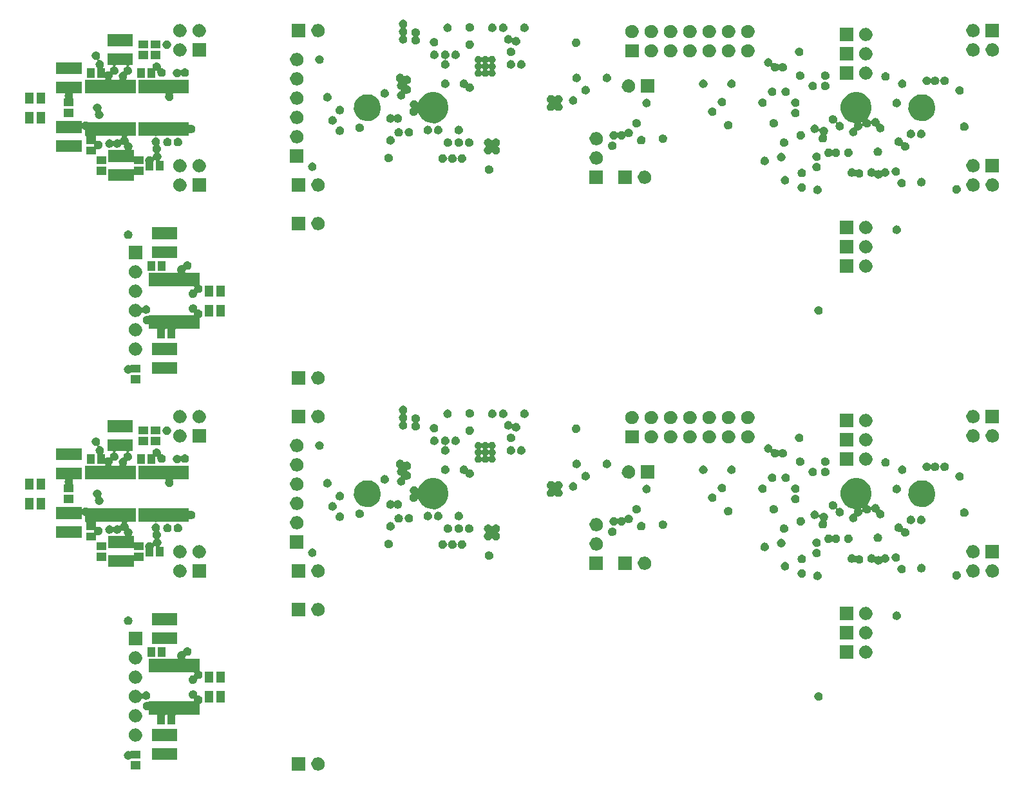
<source format=gbs>
G04 (created by PCBNEW (2013-07-07 BZR 4022)-stable) date 3/1/2014 5:06:07 PM*
%MOIN*%
G04 Gerber Fmt 3.4, Leading zero omitted, Abs format*
%FSLAX34Y34*%
G01*
G70*
G90*
G04 APERTURE LIST*
%ADD10C,0.00590551*%
G04 APERTURE END LIST*
G54D10*
G36*
X1330Y35226D02*
X879Y35226D01*
X879Y35797D01*
X1330Y35797D01*
X1330Y35226D01*
X1330Y35226D01*
G37*
G36*
X1330Y34196D02*
X879Y34196D01*
X879Y34767D01*
X1330Y34767D01*
X1330Y34196D01*
X1330Y34196D01*
G37*
G36*
X1330Y15226D02*
X879Y15226D01*
X879Y15797D01*
X1330Y15797D01*
X1330Y15226D01*
X1330Y15226D01*
G37*
G36*
X1330Y14196D02*
X879Y14196D01*
X879Y14767D01*
X1330Y14767D01*
X1330Y14196D01*
X1330Y14196D01*
G37*
G36*
X1930Y35226D02*
X1479Y35226D01*
X1479Y35797D01*
X1930Y35797D01*
X1930Y35226D01*
X1930Y35226D01*
G37*
G36*
X1930Y34196D02*
X1479Y34196D01*
X1479Y34767D01*
X1930Y34767D01*
X1930Y34196D01*
X1930Y34196D01*
G37*
G36*
X1930Y15226D02*
X1479Y15226D01*
X1479Y15797D01*
X1930Y15797D01*
X1930Y15226D01*
X1930Y15226D01*
G37*
G36*
X1930Y14196D02*
X1479Y14196D01*
X1479Y14767D01*
X1930Y14767D01*
X1930Y14196D01*
X1930Y14196D01*
G37*
G36*
X3398Y34531D02*
X2901Y34531D01*
X2901Y34933D01*
X3398Y34933D01*
X3398Y34531D01*
X3398Y34531D01*
G37*
G36*
X3398Y14531D02*
X2901Y14531D01*
X2901Y14933D01*
X3398Y14933D01*
X3398Y14531D01*
X3398Y14531D01*
G37*
G36*
X3811Y36735D02*
X2488Y36735D01*
X2488Y37349D01*
X3811Y37349D01*
X3811Y36735D01*
X3811Y36735D01*
G37*
G36*
X3811Y35750D02*
X3394Y35750D01*
X3381Y35750D01*
X3368Y35745D01*
X3358Y35736D01*
X3353Y35723D01*
X3353Y35709D01*
X3360Y35692D01*
X3370Y35644D01*
X3369Y35599D01*
X3359Y35552D01*
X3345Y35521D01*
X3340Y35509D01*
X3340Y35495D01*
X3345Y35483D01*
X3355Y35473D01*
X3367Y35468D01*
X3381Y35468D01*
X3398Y35468D01*
X3398Y35066D01*
X2901Y35066D01*
X2901Y35468D01*
X2918Y35468D01*
X2932Y35468D01*
X2945Y35473D01*
X2954Y35483D01*
X2959Y35495D01*
X2959Y35509D01*
X2954Y35521D01*
X2951Y35526D01*
X2938Y35561D01*
X2929Y35609D01*
X2929Y35646D01*
X2939Y35694D01*
X2940Y35697D01*
X2946Y35709D01*
X2946Y35723D01*
X2940Y35736D01*
X2931Y35745D01*
X2918Y35750D01*
X2905Y35750D01*
X2488Y35750D01*
X2488Y36364D01*
X3811Y36364D01*
X3811Y35750D01*
X3811Y35750D01*
G37*
G36*
X3811Y32700D02*
X2488Y32700D01*
X2488Y33314D01*
X3811Y33314D01*
X3811Y32700D01*
X3811Y32700D01*
G37*
G36*
X3811Y16735D02*
X2488Y16735D01*
X2488Y17349D01*
X3811Y17349D01*
X3811Y16735D01*
X3811Y16735D01*
G37*
G36*
X3811Y15750D02*
X3394Y15750D01*
X3381Y15750D01*
X3368Y15745D01*
X3358Y15736D01*
X3353Y15723D01*
X3353Y15709D01*
X3360Y15692D01*
X3370Y15644D01*
X3369Y15599D01*
X3359Y15552D01*
X3345Y15521D01*
X3340Y15509D01*
X3340Y15495D01*
X3345Y15483D01*
X3355Y15473D01*
X3367Y15468D01*
X3381Y15468D01*
X3398Y15468D01*
X3398Y15066D01*
X2901Y15066D01*
X2901Y15468D01*
X2918Y15468D01*
X2932Y15468D01*
X2945Y15473D01*
X2954Y15483D01*
X2959Y15495D01*
X2959Y15509D01*
X2954Y15521D01*
X2951Y15526D01*
X2938Y15561D01*
X2929Y15609D01*
X2929Y15646D01*
X2939Y15694D01*
X2940Y15697D01*
X2946Y15709D01*
X2946Y15723D01*
X2940Y15736D01*
X2931Y15745D01*
X2918Y15750D01*
X2905Y15750D01*
X2488Y15750D01*
X2488Y16364D01*
X3811Y16364D01*
X3811Y15750D01*
X3811Y15750D01*
G37*
G36*
X3811Y12700D02*
X2488Y12700D01*
X2488Y13314D01*
X3811Y13314D01*
X3811Y12700D01*
X3811Y12700D01*
G37*
G36*
X4483Y36551D02*
X4081Y36551D01*
X4081Y37048D01*
X4483Y37048D01*
X4483Y36551D01*
X4483Y36551D01*
G37*
G36*
X4483Y16551D02*
X4081Y16551D01*
X4081Y17048D01*
X4483Y17048D01*
X4483Y16551D01*
X4483Y16551D01*
G37*
G36*
X4945Y34669D02*
X4944Y34624D01*
X4934Y34577D01*
X4918Y34542D01*
X4890Y34503D01*
X4863Y34477D01*
X4822Y34451D01*
X4787Y34437D01*
X4739Y34429D01*
X4701Y34429D01*
X4653Y34440D01*
X4619Y34455D01*
X4579Y34483D01*
X4553Y34510D01*
X4526Y34551D01*
X4513Y34586D01*
X4504Y34634D01*
X4504Y34671D01*
X4514Y34719D01*
X4529Y34753D01*
X4530Y34756D01*
X4536Y34768D01*
X4536Y34782D01*
X4530Y34794D01*
X4521Y34804D01*
X4519Y34805D01*
X4479Y34833D01*
X4453Y34860D01*
X4426Y34901D01*
X4413Y34936D01*
X4404Y34984D01*
X4404Y35021D01*
X4414Y35069D01*
X4429Y35103D01*
X4457Y35144D01*
X4483Y35170D01*
X4525Y35197D01*
X4559Y35211D01*
X4608Y35220D01*
X4644Y35220D01*
X4693Y35210D01*
X4727Y35196D01*
X4768Y35168D01*
X4794Y35142D01*
X4822Y35100D01*
X4835Y35067D01*
X4845Y35019D01*
X4844Y34974D01*
X4834Y34927D01*
X4819Y34893D01*
X4813Y34881D01*
X4813Y34867D01*
X4819Y34855D01*
X4828Y34845D01*
X4868Y34818D01*
X4894Y34792D01*
X4922Y34750D01*
X4935Y34717D01*
X4945Y34669D01*
X4945Y34669D01*
G37*
G36*
X4945Y14669D02*
X4944Y14624D01*
X4934Y14577D01*
X4918Y14542D01*
X4890Y14503D01*
X4863Y14477D01*
X4822Y14451D01*
X4787Y14437D01*
X4739Y14429D01*
X4701Y14429D01*
X4653Y14440D01*
X4619Y14455D01*
X4579Y14483D01*
X4553Y14510D01*
X4526Y14551D01*
X4513Y14586D01*
X4504Y14634D01*
X4504Y14671D01*
X4514Y14719D01*
X4529Y14753D01*
X4530Y14756D01*
X4536Y14768D01*
X4536Y14782D01*
X4530Y14794D01*
X4521Y14804D01*
X4519Y14805D01*
X4479Y14833D01*
X4453Y14860D01*
X4426Y14901D01*
X4413Y14936D01*
X4404Y14984D01*
X4404Y15021D01*
X4414Y15069D01*
X4429Y15103D01*
X4457Y15144D01*
X4483Y15170D01*
X4525Y15197D01*
X4559Y15211D01*
X4608Y15220D01*
X4644Y15220D01*
X4693Y15210D01*
X4727Y15196D01*
X4768Y15168D01*
X4794Y15142D01*
X4822Y15100D01*
X4835Y15067D01*
X4845Y15019D01*
X4844Y14974D01*
X4834Y14927D01*
X4819Y14893D01*
X4813Y14881D01*
X4813Y14867D01*
X4819Y14855D01*
X4828Y14845D01*
X4868Y14818D01*
X4894Y14792D01*
X4922Y14750D01*
X4935Y14717D01*
X4945Y14669D01*
X4945Y14669D01*
G37*
G36*
X5098Y32066D02*
X4601Y32066D01*
X4601Y32468D01*
X5098Y32468D01*
X5098Y32066D01*
X5098Y32066D01*
G37*
G36*
X5098Y31531D02*
X4601Y31531D01*
X4601Y31933D01*
X5098Y31933D01*
X5098Y31531D01*
X5098Y31531D01*
G37*
G36*
X5098Y12066D02*
X4601Y12066D01*
X4601Y12468D01*
X5098Y12468D01*
X5098Y12066D01*
X5098Y12066D01*
G37*
G36*
X5098Y11531D02*
X4601Y11531D01*
X4601Y11933D01*
X5098Y11933D01*
X5098Y11531D01*
X5098Y11531D01*
G37*
G36*
X6445Y28444D02*
X6444Y28399D01*
X6434Y28352D01*
X6418Y28317D01*
X6390Y28278D01*
X6363Y28252D01*
X6322Y28226D01*
X6287Y28212D01*
X6239Y28204D01*
X6201Y28204D01*
X6153Y28215D01*
X6119Y28230D01*
X6079Y28258D01*
X6053Y28285D01*
X6026Y28326D01*
X6013Y28361D01*
X6004Y28409D01*
X6004Y28446D01*
X6014Y28494D01*
X6029Y28528D01*
X6057Y28569D01*
X6083Y28595D01*
X6125Y28622D01*
X6159Y28636D01*
X6208Y28645D01*
X6244Y28645D01*
X6293Y28635D01*
X6327Y28621D01*
X6368Y28593D01*
X6394Y28567D01*
X6422Y28525D01*
X6435Y28492D01*
X6445Y28444D01*
X6445Y28444D01*
G37*
G36*
X6445Y8444D02*
X6444Y8399D01*
X6434Y8352D01*
X6418Y8317D01*
X6390Y8278D01*
X6363Y8252D01*
X6322Y8226D01*
X6287Y8212D01*
X6239Y8204D01*
X6201Y8204D01*
X6153Y8215D01*
X6119Y8230D01*
X6079Y8258D01*
X6053Y8285D01*
X6026Y8326D01*
X6013Y8361D01*
X6004Y8409D01*
X6004Y8446D01*
X6014Y8494D01*
X6029Y8528D01*
X6057Y8569D01*
X6083Y8595D01*
X6125Y8622D01*
X6159Y8636D01*
X6208Y8645D01*
X6244Y8645D01*
X6293Y8635D01*
X6327Y8621D01*
X6368Y8593D01*
X6394Y8567D01*
X6422Y8525D01*
X6435Y8492D01*
X6445Y8444D01*
X6445Y8444D01*
G37*
G36*
X6461Y38185D02*
X5138Y38185D01*
X5138Y38799D01*
X6461Y38799D01*
X6461Y38185D01*
X6461Y38185D01*
G37*
G36*
X6461Y18185D02*
X5138Y18185D01*
X5138Y18799D01*
X6461Y18799D01*
X6461Y18185D01*
X6461Y18185D01*
G37*
G36*
X6605Y35741D02*
X6390Y35741D01*
X6376Y35741D01*
X6271Y35741D01*
X6257Y35741D01*
X6134Y35741D01*
X6124Y35741D01*
X6120Y35741D01*
X6110Y35741D01*
X6015Y35741D01*
X6001Y35741D01*
X5878Y35741D01*
X5864Y35741D01*
X5759Y35741D01*
X5745Y35741D01*
X5622Y35741D01*
X5608Y35741D01*
X5503Y35741D01*
X5489Y35741D01*
X5366Y35741D01*
X5352Y35741D01*
X5247Y35741D01*
X5233Y35741D01*
X5110Y35741D01*
X5096Y35741D01*
X4991Y35741D01*
X4977Y35741D01*
X4854Y35741D01*
X4840Y35741D01*
X4735Y35741D01*
X4721Y35741D01*
X4598Y35741D01*
X4584Y35741D01*
X4479Y35741D01*
X4465Y35741D01*
X4342Y35741D01*
X4328Y35741D01*
X4223Y35741D01*
X4209Y35741D01*
X3994Y35741D01*
X3994Y36462D01*
X4209Y36462D01*
X4223Y36462D01*
X4328Y36462D01*
X4342Y36462D01*
X4465Y36462D01*
X4479Y36462D01*
X4584Y36462D01*
X4598Y36462D01*
X4721Y36462D01*
X4735Y36462D01*
X4840Y36462D01*
X4854Y36462D01*
X4977Y36462D01*
X4991Y36462D01*
X5011Y36462D01*
X5024Y36462D01*
X5037Y36467D01*
X5046Y36477D01*
X5052Y36489D01*
X5052Y36503D01*
X5046Y36515D01*
X5028Y36535D01*
X5027Y36536D01*
X5017Y36546D01*
X5004Y36551D01*
X4991Y36551D01*
X4616Y36551D01*
X4616Y37049D01*
X4616Y37063D01*
X4611Y37075D01*
X4578Y37110D01*
X4551Y37151D01*
X4538Y37186D01*
X4529Y37234D01*
X4529Y37271D01*
X4539Y37319D01*
X4554Y37353D01*
X4582Y37394D01*
X4606Y37418D01*
X4616Y37428D01*
X4621Y37440D01*
X4621Y37454D01*
X4616Y37467D01*
X4606Y37476D01*
X4594Y37481D01*
X4580Y37481D01*
X4564Y37479D01*
X4526Y37479D01*
X4478Y37490D01*
X4444Y37505D01*
X4404Y37533D01*
X4378Y37560D01*
X4351Y37601D01*
X4338Y37636D01*
X4329Y37684D01*
X4329Y37721D01*
X4339Y37769D01*
X4354Y37803D01*
X4382Y37844D01*
X4408Y37870D01*
X4450Y37897D01*
X4484Y37911D01*
X4533Y37920D01*
X4569Y37920D01*
X4618Y37910D01*
X4652Y37896D01*
X4693Y37868D01*
X4719Y37842D01*
X4747Y37800D01*
X4760Y37767D01*
X4770Y37719D01*
X4769Y37674D01*
X4759Y37627D01*
X4743Y37592D01*
X4715Y37553D01*
X4692Y37531D01*
X4683Y37521D01*
X4677Y37509D01*
X4677Y37495D01*
X4683Y37482D01*
X4692Y37473D01*
X4705Y37468D01*
X4719Y37468D01*
X4733Y37470D01*
X4769Y37470D01*
X4818Y37460D01*
X4852Y37446D01*
X4893Y37418D01*
X4919Y37392D01*
X4947Y37350D01*
X4960Y37317D01*
X4970Y37269D01*
X4969Y37224D01*
X4959Y37177D01*
X4943Y37142D01*
X4914Y37102D01*
X4914Y37101D01*
X4909Y37089D01*
X4909Y37075D01*
X4914Y37063D01*
X4924Y37053D01*
X4937Y37048D01*
X4950Y37048D01*
X5018Y37048D01*
X5018Y36890D01*
X5018Y36876D01*
X5023Y36863D01*
X5033Y36854D01*
X5045Y36848D01*
X5059Y36848D01*
X5071Y36854D01*
X5100Y36872D01*
X5134Y36886D01*
X5183Y36895D01*
X5219Y36895D01*
X5238Y36891D01*
X5251Y36891D01*
X5264Y36896D01*
X5274Y36906D01*
X5279Y36919D01*
X5279Y36946D01*
X5289Y36994D01*
X5304Y37028D01*
X5332Y37069D01*
X5358Y37095D01*
X5400Y37122D01*
X5424Y37132D01*
X5436Y37137D01*
X5446Y37147D01*
X5451Y37159D01*
X5451Y37173D01*
X5446Y37186D01*
X5436Y37195D01*
X5424Y37200D01*
X5410Y37200D01*
X5138Y37200D01*
X5138Y37814D01*
X6461Y37814D01*
X6461Y37200D01*
X6290Y37200D01*
X6276Y37200D01*
X6263Y37195D01*
X6254Y37186D01*
X6248Y37173D01*
X6248Y37159D01*
X6254Y37147D01*
X6263Y37137D01*
X6302Y37121D01*
X6343Y37093D01*
X6369Y37067D01*
X6397Y37025D01*
X6410Y36992D01*
X6420Y36944D01*
X6419Y36899D01*
X6409Y36852D01*
X6393Y36817D01*
X6365Y36778D01*
X6338Y36752D01*
X6297Y36726D01*
X6262Y36712D01*
X6214Y36704D01*
X6211Y36704D01*
X6198Y36704D01*
X6185Y36698D01*
X6175Y36689D01*
X6170Y36676D01*
X6169Y36624D01*
X6159Y36577D01*
X6151Y36560D01*
X6151Y37159D01*
X6151Y37173D01*
X6146Y37186D01*
X6136Y37195D01*
X6124Y37200D01*
X6110Y37200D01*
X5590Y37200D01*
X5576Y37200D01*
X5563Y37195D01*
X5554Y37186D01*
X5548Y37173D01*
X5548Y37159D01*
X5554Y37147D01*
X5563Y37137D01*
X5602Y37121D01*
X5643Y37093D01*
X5669Y37067D01*
X5697Y37025D01*
X5710Y36992D01*
X5720Y36944D01*
X5719Y36899D01*
X5709Y36852D01*
X5693Y36817D01*
X5665Y36778D01*
X5638Y36752D01*
X5597Y36726D01*
X5562Y36712D01*
X5514Y36704D01*
X5476Y36704D01*
X5461Y36708D01*
X5447Y36708D01*
X5435Y36702D01*
X5425Y36693D01*
X5420Y36680D01*
X5419Y36649D01*
X5409Y36602D01*
X5393Y36567D01*
X5365Y36528D01*
X5362Y36525D01*
X5353Y36515D01*
X5348Y36503D01*
X5348Y36489D01*
X5353Y36477D01*
X5362Y36467D01*
X5375Y36462D01*
X5389Y36462D01*
X5489Y36462D01*
X5503Y36462D01*
X5608Y36462D01*
X5622Y36462D01*
X5738Y36462D01*
X5752Y36462D01*
X5764Y36467D01*
X5774Y36477D01*
X5779Y36489D01*
X5779Y36503D01*
X5774Y36515D01*
X5751Y36551D01*
X5738Y36586D01*
X5729Y36634D01*
X5729Y36671D01*
X5739Y36719D01*
X5754Y36753D01*
X5782Y36794D01*
X5808Y36820D01*
X5850Y36847D01*
X5884Y36861D01*
X5933Y36870D01*
X5937Y36870D01*
X5951Y36870D01*
X5964Y36875D01*
X5973Y36885D01*
X5979Y36898D01*
X5979Y36946D01*
X5989Y36994D01*
X6004Y37028D01*
X6032Y37069D01*
X6058Y37095D01*
X6100Y37122D01*
X6124Y37132D01*
X6136Y37137D01*
X6146Y37147D01*
X6151Y37159D01*
X6151Y36560D01*
X6143Y36542D01*
X6124Y36515D01*
X6119Y36503D01*
X6119Y36489D01*
X6124Y36477D01*
X6134Y36467D01*
X6146Y36462D01*
X6160Y36462D01*
X6257Y36462D01*
X6271Y36462D01*
X6376Y36462D01*
X6390Y36462D01*
X6605Y36462D01*
X6605Y35741D01*
X6605Y35741D01*
G37*
G36*
X6605Y15741D02*
X6390Y15741D01*
X6376Y15741D01*
X6271Y15741D01*
X6257Y15741D01*
X6134Y15741D01*
X6124Y15741D01*
X6120Y15741D01*
X6110Y15741D01*
X6015Y15741D01*
X6001Y15741D01*
X5878Y15741D01*
X5864Y15741D01*
X5759Y15741D01*
X5745Y15741D01*
X5622Y15741D01*
X5608Y15741D01*
X5503Y15741D01*
X5489Y15741D01*
X5366Y15741D01*
X5352Y15741D01*
X5247Y15741D01*
X5233Y15741D01*
X5110Y15741D01*
X5096Y15741D01*
X4991Y15741D01*
X4977Y15741D01*
X4854Y15741D01*
X4840Y15741D01*
X4735Y15741D01*
X4721Y15741D01*
X4598Y15741D01*
X4584Y15741D01*
X4479Y15741D01*
X4465Y15741D01*
X4342Y15741D01*
X4328Y15741D01*
X4223Y15741D01*
X4209Y15741D01*
X3994Y15741D01*
X3994Y16462D01*
X4209Y16462D01*
X4223Y16462D01*
X4328Y16462D01*
X4342Y16462D01*
X4465Y16462D01*
X4479Y16462D01*
X4584Y16462D01*
X4598Y16462D01*
X4721Y16462D01*
X4735Y16462D01*
X4840Y16462D01*
X4854Y16462D01*
X4977Y16462D01*
X4991Y16462D01*
X5011Y16462D01*
X5024Y16462D01*
X5037Y16467D01*
X5046Y16477D01*
X5052Y16489D01*
X5052Y16503D01*
X5046Y16515D01*
X5028Y16535D01*
X5027Y16536D01*
X5017Y16546D01*
X5004Y16551D01*
X4991Y16551D01*
X4616Y16551D01*
X4616Y17049D01*
X4616Y17063D01*
X4611Y17075D01*
X4578Y17110D01*
X4551Y17151D01*
X4538Y17186D01*
X4529Y17234D01*
X4529Y17271D01*
X4539Y17319D01*
X4554Y17353D01*
X4582Y17394D01*
X4606Y17418D01*
X4616Y17428D01*
X4621Y17440D01*
X4621Y17454D01*
X4616Y17467D01*
X4606Y17476D01*
X4594Y17481D01*
X4580Y17481D01*
X4564Y17479D01*
X4526Y17479D01*
X4478Y17490D01*
X4444Y17505D01*
X4404Y17533D01*
X4378Y17560D01*
X4351Y17601D01*
X4338Y17636D01*
X4329Y17684D01*
X4329Y17721D01*
X4339Y17769D01*
X4354Y17803D01*
X4382Y17844D01*
X4408Y17870D01*
X4450Y17897D01*
X4484Y17911D01*
X4533Y17920D01*
X4569Y17920D01*
X4618Y17910D01*
X4652Y17896D01*
X4693Y17868D01*
X4719Y17842D01*
X4747Y17800D01*
X4760Y17767D01*
X4770Y17719D01*
X4769Y17674D01*
X4759Y17627D01*
X4743Y17592D01*
X4715Y17553D01*
X4692Y17531D01*
X4683Y17521D01*
X4677Y17509D01*
X4677Y17495D01*
X4683Y17482D01*
X4692Y17473D01*
X4705Y17468D01*
X4719Y17468D01*
X4733Y17470D01*
X4769Y17470D01*
X4818Y17460D01*
X4852Y17446D01*
X4893Y17418D01*
X4919Y17392D01*
X4947Y17350D01*
X4960Y17317D01*
X4970Y17269D01*
X4969Y17224D01*
X4959Y17177D01*
X4943Y17142D01*
X4914Y17102D01*
X4914Y17101D01*
X4909Y17089D01*
X4909Y17075D01*
X4914Y17063D01*
X4924Y17053D01*
X4937Y17048D01*
X4950Y17048D01*
X5018Y17048D01*
X5018Y16890D01*
X5018Y16876D01*
X5023Y16863D01*
X5033Y16854D01*
X5045Y16848D01*
X5059Y16848D01*
X5071Y16854D01*
X5100Y16872D01*
X5134Y16886D01*
X5183Y16895D01*
X5219Y16895D01*
X5238Y16891D01*
X5251Y16891D01*
X5264Y16896D01*
X5274Y16906D01*
X5279Y16919D01*
X5279Y16946D01*
X5289Y16994D01*
X5304Y17028D01*
X5332Y17069D01*
X5358Y17095D01*
X5400Y17122D01*
X5424Y17132D01*
X5436Y17137D01*
X5446Y17147D01*
X5451Y17159D01*
X5451Y17173D01*
X5446Y17186D01*
X5436Y17195D01*
X5424Y17200D01*
X5410Y17200D01*
X5138Y17200D01*
X5138Y17814D01*
X6461Y17814D01*
X6461Y17200D01*
X6290Y17200D01*
X6276Y17200D01*
X6263Y17195D01*
X6254Y17186D01*
X6248Y17173D01*
X6248Y17159D01*
X6254Y17147D01*
X6263Y17137D01*
X6302Y17121D01*
X6343Y17093D01*
X6369Y17067D01*
X6397Y17025D01*
X6410Y16992D01*
X6420Y16944D01*
X6419Y16899D01*
X6409Y16852D01*
X6393Y16817D01*
X6365Y16778D01*
X6338Y16752D01*
X6297Y16726D01*
X6262Y16712D01*
X6214Y16704D01*
X6211Y16704D01*
X6198Y16704D01*
X6185Y16698D01*
X6175Y16689D01*
X6170Y16676D01*
X6169Y16624D01*
X6159Y16577D01*
X6151Y16560D01*
X6151Y17159D01*
X6151Y17173D01*
X6146Y17186D01*
X6136Y17195D01*
X6124Y17200D01*
X6110Y17200D01*
X5590Y17200D01*
X5576Y17200D01*
X5563Y17195D01*
X5554Y17186D01*
X5548Y17173D01*
X5548Y17159D01*
X5554Y17147D01*
X5563Y17137D01*
X5602Y17121D01*
X5643Y17093D01*
X5669Y17067D01*
X5697Y17025D01*
X5710Y16992D01*
X5720Y16944D01*
X5719Y16899D01*
X5709Y16852D01*
X5693Y16817D01*
X5665Y16778D01*
X5638Y16752D01*
X5597Y16726D01*
X5562Y16712D01*
X5514Y16704D01*
X5476Y16704D01*
X5461Y16708D01*
X5447Y16708D01*
X5435Y16702D01*
X5425Y16693D01*
X5420Y16680D01*
X5419Y16649D01*
X5409Y16602D01*
X5393Y16567D01*
X5365Y16528D01*
X5362Y16525D01*
X5353Y16515D01*
X5348Y16503D01*
X5348Y16489D01*
X5353Y16477D01*
X5362Y16467D01*
X5375Y16462D01*
X5389Y16462D01*
X5489Y16462D01*
X5503Y16462D01*
X5608Y16462D01*
X5622Y16462D01*
X5738Y16462D01*
X5752Y16462D01*
X5764Y16467D01*
X5774Y16477D01*
X5779Y16489D01*
X5779Y16503D01*
X5774Y16515D01*
X5751Y16551D01*
X5738Y16586D01*
X5729Y16634D01*
X5729Y16671D01*
X5739Y16719D01*
X5754Y16753D01*
X5782Y16794D01*
X5808Y16820D01*
X5850Y16847D01*
X5884Y16861D01*
X5933Y16870D01*
X5937Y16870D01*
X5951Y16870D01*
X5964Y16875D01*
X5973Y16885D01*
X5979Y16898D01*
X5979Y16946D01*
X5989Y16994D01*
X6004Y17028D01*
X6032Y17069D01*
X6058Y17095D01*
X6100Y17122D01*
X6124Y17132D01*
X6136Y17137D01*
X6146Y17147D01*
X6151Y17159D01*
X6151Y16560D01*
X6143Y16542D01*
X6124Y16515D01*
X6119Y16503D01*
X6119Y16489D01*
X6124Y16477D01*
X6134Y16467D01*
X6146Y16462D01*
X6160Y16462D01*
X6257Y16462D01*
X6271Y16462D01*
X6376Y16462D01*
X6390Y16462D01*
X6605Y16462D01*
X6605Y15741D01*
X6605Y15741D01*
G37*
G36*
X6848Y21266D02*
X6365Y21266D01*
X6351Y21266D01*
X6338Y21261D01*
X6322Y21251D01*
X6287Y21237D01*
X6239Y21229D01*
X6201Y21229D01*
X6153Y21240D01*
X6119Y21255D01*
X6079Y21283D01*
X6053Y21310D01*
X6026Y21351D01*
X6013Y21386D01*
X6004Y21434D01*
X6004Y21471D01*
X6014Y21519D01*
X6029Y21553D01*
X6057Y21594D01*
X6083Y21620D01*
X6125Y21647D01*
X6159Y21661D01*
X6208Y21670D01*
X6244Y21670D01*
X6293Y21660D01*
X6298Y21658D01*
X6310Y21653D01*
X6324Y21653D01*
X6336Y21658D01*
X6346Y21668D01*
X6848Y21668D01*
X6848Y21266D01*
X6848Y21266D01*
G37*
G36*
X6848Y20731D02*
X6351Y20731D01*
X6351Y21133D01*
X6848Y21133D01*
X6848Y20731D01*
X6848Y20731D01*
G37*
G36*
X6848Y1266D02*
X6365Y1266D01*
X6351Y1266D01*
X6338Y1261D01*
X6322Y1251D01*
X6287Y1237D01*
X6239Y1229D01*
X6201Y1229D01*
X6153Y1240D01*
X6119Y1255D01*
X6079Y1283D01*
X6053Y1310D01*
X6026Y1351D01*
X6013Y1386D01*
X6004Y1434D01*
X6004Y1471D01*
X6014Y1519D01*
X6029Y1553D01*
X6057Y1594D01*
X6083Y1620D01*
X6125Y1647D01*
X6159Y1661D01*
X6208Y1670D01*
X6244Y1670D01*
X6293Y1660D01*
X6298Y1658D01*
X6310Y1653D01*
X6324Y1653D01*
X6336Y1658D01*
X6346Y1668D01*
X6848Y1668D01*
X6848Y1266D01*
X6848Y1266D01*
G37*
G36*
X6848Y731D02*
X6351Y731D01*
X6351Y1133D01*
X6848Y1133D01*
X6848Y731D01*
X6848Y731D01*
G37*
G36*
X6945Y26531D02*
X6944Y26458D01*
X6928Y26388D01*
X6902Y26330D01*
X6860Y26271D01*
X6815Y26228D01*
X6754Y26189D01*
X6695Y26166D01*
X6623Y26153D01*
X6561Y26155D01*
X6490Y26170D01*
X6433Y26195D01*
X6372Y26237D01*
X6329Y26282D01*
X6290Y26343D01*
X6267Y26401D01*
X6254Y26473D01*
X6254Y26535D01*
X6270Y26607D01*
X6294Y26664D01*
X6336Y26725D01*
X6380Y26768D01*
X6442Y26808D01*
X6499Y26831D01*
X6571Y26845D01*
X6633Y26845D01*
X6705Y26830D01*
X6762Y26806D01*
X6823Y26765D01*
X6866Y26721D01*
X6907Y26659D01*
X6931Y26603D01*
X6945Y26531D01*
X6945Y26531D01*
G37*
G36*
X6945Y25531D02*
X6944Y25458D01*
X6928Y25388D01*
X6902Y25330D01*
X6860Y25271D01*
X6815Y25228D01*
X6754Y25189D01*
X6695Y25166D01*
X6623Y25153D01*
X6561Y25155D01*
X6490Y25170D01*
X6433Y25195D01*
X6372Y25237D01*
X6329Y25282D01*
X6290Y25343D01*
X6267Y25401D01*
X6254Y25473D01*
X6254Y25535D01*
X6270Y25607D01*
X6294Y25664D01*
X6336Y25725D01*
X6380Y25768D01*
X6442Y25808D01*
X6499Y25831D01*
X6571Y25845D01*
X6633Y25845D01*
X6705Y25830D01*
X6762Y25806D01*
X6823Y25765D01*
X6866Y25721D01*
X6907Y25659D01*
X6931Y25603D01*
X6945Y25531D01*
X6945Y25531D01*
G37*
G36*
X6945Y23531D02*
X6944Y23458D01*
X6928Y23388D01*
X6902Y23330D01*
X6860Y23271D01*
X6815Y23228D01*
X6754Y23189D01*
X6695Y23166D01*
X6623Y23153D01*
X6561Y23155D01*
X6490Y23170D01*
X6433Y23195D01*
X6372Y23237D01*
X6329Y23282D01*
X6290Y23343D01*
X6267Y23401D01*
X6254Y23473D01*
X6254Y23535D01*
X6270Y23607D01*
X6294Y23664D01*
X6336Y23725D01*
X6380Y23768D01*
X6442Y23808D01*
X6499Y23831D01*
X6571Y23845D01*
X6633Y23845D01*
X6705Y23830D01*
X6762Y23806D01*
X6823Y23765D01*
X6866Y23721D01*
X6907Y23659D01*
X6931Y23603D01*
X6945Y23531D01*
X6945Y23531D01*
G37*
G36*
X6945Y22531D02*
X6944Y22458D01*
X6928Y22388D01*
X6902Y22330D01*
X6860Y22271D01*
X6815Y22228D01*
X6754Y22189D01*
X6695Y22166D01*
X6623Y22153D01*
X6561Y22155D01*
X6490Y22170D01*
X6433Y22195D01*
X6372Y22237D01*
X6329Y22282D01*
X6290Y22343D01*
X6267Y22401D01*
X6254Y22473D01*
X6254Y22535D01*
X6270Y22607D01*
X6294Y22664D01*
X6336Y22725D01*
X6380Y22768D01*
X6442Y22808D01*
X6499Y22831D01*
X6571Y22845D01*
X6633Y22845D01*
X6705Y22830D01*
X6762Y22806D01*
X6823Y22765D01*
X6866Y22721D01*
X6907Y22659D01*
X6931Y22603D01*
X6945Y22531D01*
X6945Y22531D01*
G37*
G36*
X6945Y6531D02*
X6944Y6458D01*
X6928Y6388D01*
X6902Y6330D01*
X6860Y6271D01*
X6815Y6228D01*
X6754Y6189D01*
X6695Y6166D01*
X6623Y6153D01*
X6561Y6155D01*
X6490Y6170D01*
X6433Y6195D01*
X6372Y6237D01*
X6329Y6282D01*
X6290Y6343D01*
X6267Y6401D01*
X6254Y6473D01*
X6254Y6535D01*
X6270Y6607D01*
X6294Y6664D01*
X6336Y6725D01*
X6380Y6768D01*
X6442Y6808D01*
X6499Y6831D01*
X6571Y6845D01*
X6633Y6845D01*
X6705Y6830D01*
X6762Y6806D01*
X6823Y6765D01*
X6866Y6721D01*
X6907Y6659D01*
X6931Y6603D01*
X6945Y6531D01*
X6945Y6531D01*
G37*
G36*
X6945Y5531D02*
X6944Y5458D01*
X6928Y5388D01*
X6902Y5330D01*
X6860Y5271D01*
X6815Y5228D01*
X6754Y5189D01*
X6695Y5166D01*
X6623Y5153D01*
X6561Y5155D01*
X6490Y5170D01*
X6433Y5195D01*
X6372Y5237D01*
X6329Y5282D01*
X6290Y5343D01*
X6267Y5401D01*
X6254Y5473D01*
X6254Y5535D01*
X6270Y5607D01*
X6294Y5664D01*
X6336Y5725D01*
X6380Y5768D01*
X6442Y5808D01*
X6499Y5831D01*
X6571Y5845D01*
X6633Y5845D01*
X6705Y5830D01*
X6762Y5806D01*
X6823Y5765D01*
X6866Y5721D01*
X6907Y5659D01*
X6931Y5603D01*
X6945Y5531D01*
X6945Y5531D01*
G37*
G36*
X6945Y3531D02*
X6944Y3458D01*
X6928Y3388D01*
X6902Y3330D01*
X6860Y3271D01*
X6815Y3228D01*
X6754Y3189D01*
X6695Y3166D01*
X6623Y3153D01*
X6561Y3155D01*
X6490Y3170D01*
X6433Y3195D01*
X6372Y3237D01*
X6329Y3282D01*
X6290Y3343D01*
X6267Y3401D01*
X6254Y3473D01*
X6254Y3535D01*
X6270Y3607D01*
X6294Y3664D01*
X6336Y3725D01*
X6380Y3768D01*
X6442Y3808D01*
X6499Y3831D01*
X6571Y3845D01*
X6633Y3845D01*
X6705Y3830D01*
X6762Y3806D01*
X6823Y3765D01*
X6866Y3721D01*
X6907Y3659D01*
X6931Y3603D01*
X6945Y3531D01*
X6945Y3531D01*
G37*
G36*
X6945Y2531D02*
X6944Y2458D01*
X6928Y2388D01*
X6902Y2330D01*
X6860Y2271D01*
X6815Y2228D01*
X6754Y2189D01*
X6695Y2166D01*
X6623Y2153D01*
X6561Y2155D01*
X6490Y2170D01*
X6433Y2195D01*
X6372Y2237D01*
X6329Y2282D01*
X6290Y2343D01*
X6267Y2401D01*
X6254Y2473D01*
X6254Y2535D01*
X6270Y2607D01*
X6294Y2664D01*
X6336Y2725D01*
X6380Y2768D01*
X6442Y2808D01*
X6499Y2831D01*
X6571Y2845D01*
X6633Y2845D01*
X6705Y2830D01*
X6762Y2806D01*
X6823Y2765D01*
X6866Y2721D01*
X6907Y2659D01*
X6931Y2603D01*
X6945Y2531D01*
X6945Y2531D01*
G37*
G36*
X6945Y27154D02*
X6254Y27154D01*
X6254Y27845D01*
X6945Y27845D01*
X6945Y27154D01*
X6945Y27154D01*
G37*
G36*
X6945Y7154D02*
X6254Y7154D01*
X6254Y7845D01*
X6945Y7845D01*
X6945Y7154D01*
X6945Y7154D01*
G37*
G36*
X7023Y32066D02*
X6526Y32066D01*
X6526Y32144D01*
X6526Y32157D01*
X6521Y32170D01*
X6511Y32180D01*
X6499Y32185D01*
X6485Y32185D01*
X5188Y32185D01*
X5188Y32799D01*
X6024Y32799D01*
X6038Y32799D01*
X6050Y32804D01*
X6060Y32813D01*
X6065Y32826D01*
X6065Y32840D01*
X6060Y32852D01*
X6053Y32860D01*
X6026Y32901D01*
X6013Y32936D01*
X6004Y32984D01*
X6004Y33021D01*
X6009Y33043D01*
X6009Y33056D01*
X6004Y33069D01*
X5994Y33079D01*
X5981Y33084D01*
X5953Y33090D01*
X5919Y33105D01*
X5914Y33108D01*
X5902Y33113D01*
X5888Y33113D01*
X5876Y33108D01*
X5866Y33098D01*
X5861Y33086D01*
X5859Y33077D01*
X5843Y33042D01*
X5815Y33003D01*
X5788Y32977D01*
X5747Y32951D01*
X5712Y32937D01*
X5664Y32929D01*
X5626Y32929D01*
X5578Y32940D01*
X5544Y32955D01*
X5504Y32983D01*
X5478Y33009D01*
X5468Y33019D01*
X5456Y33024D01*
X5442Y33024D01*
X5430Y33019D01*
X5420Y33009D01*
X5415Y33003D01*
X5388Y32977D01*
X5347Y32951D01*
X5312Y32937D01*
X5264Y32929D01*
X5226Y32929D01*
X5178Y32940D01*
X5144Y32955D01*
X5104Y32983D01*
X5078Y33010D01*
X5051Y33051D01*
X5038Y33086D01*
X5029Y33134D01*
X5029Y33171D01*
X5039Y33219D01*
X5054Y33253D01*
X5082Y33294D01*
X5108Y33320D01*
X5150Y33347D01*
X5184Y33361D01*
X5233Y33370D01*
X5269Y33370D01*
X5318Y33360D01*
X5352Y33346D01*
X5393Y33318D01*
X5419Y33292D01*
X5421Y33290D01*
X5430Y33280D01*
X5443Y33275D01*
X5456Y33275D01*
X5469Y33280D01*
X5479Y33290D01*
X5482Y33294D01*
X5508Y33320D01*
X5550Y33347D01*
X5584Y33361D01*
X5633Y33370D01*
X5669Y33370D01*
X5718Y33360D01*
X5752Y33346D01*
X5759Y33341D01*
X5772Y33336D01*
X5786Y33336D01*
X5798Y33341D01*
X5808Y33350D01*
X5813Y33363D01*
X5814Y33369D01*
X5829Y33403D01*
X5857Y33444D01*
X5883Y33470D01*
X5889Y33474D01*
X5899Y33484D01*
X5904Y33496D01*
X5904Y33510D01*
X5899Y33522D01*
X5889Y33532D01*
X5877Y33537D01*
X5863Y33537D01*
X5759Y33537D01*
X5745Y33537D01*
X5622Y33537D01*
X5608Y33537D01*
X5503Y33537D01*
X5489Y33537D01*
X5366Y33537D01*
X5352Y33537D01*
X5247Y33537D01*
X5233Y33537D01*
X5110Y33537D01*
X5096Y33537D01*
X4991Y33537D01*
X4977Y33537D01*
X4740Y33537D01*
X4735Y33539D01*
X4721Y33539D01*
X4602Y33539D01*
X4589Y33539D01*
X4588Y33539D01*
X4575Y33539D01*
X4563Y33534D01*
X4553Y33524D01*
X4548Y33512D01*
X4548Y33498D01*
X4548Y33319D01*
X4548Y33305D01*
X4553Y33293D01*
X4563Y33283D01*
X4575Y33278D01*
X4589Y33278D01*
X4609Y33286D01*
X4658Y33295D01*
X4694Y33295D01*
X4743Y33285D01*
X4777Y33271D01*
X4818Y33243D01*
X4844Y33217D01*
X4872Y33175D01*
X4885Y33142D01*
X4895Y33094D01*
X4894Y33049D01*
X4884Y33002D01*
X4868Y32967D01*
X4840Y32928D01*
X4813Y32902D01*
X4772Y32876D01*
X4737Y32862D01*
X4689Y32854D01*
X4651Y32854D01*
X4603Y32865D01*
X4601Y32866D01*
X4589Y32871D01*
X4575Y32871D01*
X4563Y32866D01*
X4553Y32856D01*
X4548Y32843D01*
X4548Y32830D01*
X4548Y32581D01*
X4051Y32581D01*
X4051Y32983D01*
X4419Y32983D01*
X4433Y32983D01*
X4445Y32988D01*
X4455Y32998D01*
X4460Y33010D01*
X4460Y33024D01*
X4454Y33059D01*
X4454Y33075D01*
X4454Y33089D01*
X4449Y33101D01*
X4439Y33111D01*
X4426Y33116D01*
X4413Y33116D01*
X4051Y33116D01*
X4051Y33496D01*
X4051Y33510D01*
X4046Y33522D01*
X4036Y33532D01*
X4024Y33537D01*
X4010Y33537D01*
X3994Y33537D01*
X3994Y33821D01*
X3994Y33834D01*
X3989Y33847D01*
X3979Y33857D01*
X3967Y33862D01*
X3953Y33865D01*
X3919Y33880D01*
X3879Y33908D01*
X3874Y33913D01*
X3864Y33922D01*
X3852Y33928D01*
X3838Y33928D01*
X3826Y33922D01*
X3816Y33913D01*
X3811Y33900D01*
X3811Y33886D01*
X3811Y33685D01*
X2488Y33685D01*
X2488Y34299D01*
X3811Y34299D01*
X3811Y34263D01*
X3811Y34249D01*
X3816Y34236D01*
X3826Y34227D01*
X3838Y34221D01*
X3852Y34221D01*
X3864Y34227D01*
X3883Y34245D01*
X3925Y34272D01*
X3959Y34286D01*
X4008Y34295D01*
X4044Y34295D01*
X4093Y34285D01*
X4127Y34271D01*
X4139Y34263D01*
X4151Y34258D01*
X4165Y34258D01*
X4213Y34258D01*
X4227Y34258D01*
X4232Y34260D01*
X4465Y34260D01*
X4479Y34260D01*
X4588Y34260D01*
X4602Y34260D01*
X4835Y34260D01*
X4840Y34258D01*
X4854Y34258D01*
X4977Y34258D01*
X4991Y34258D01*
X5096Y34258D01*
X5110Y34258D01*
X5233Y34258D01*
X5247Y34258D01*
X5352Y34258D01*
X5366Y34258D01*
X5489Y34258D01*
X5503Y34258D01*
X5608Y34258D01*
X5622Y34258D01*
X5745Y34258D01*
X5759Y34258D01*
X5864Y34258D01*
X5878Y34258D01*
X6001Y34258D01*
X6015Y34258D01*
X6120Y34258D01*
X6134Y34258D01*
X6257Y34258D01*
X6271Y34258D01*
X6376Y34258D01*
X6390Y34258D01*
X6605Y34258D01*
X6605Y33537D01*
X6390Y33537D01*
X6376Y33537D01*
X6271Y33537D01*
X6257Y33537D01*
X6186Y33537D01*
X6172Y33537D01*
X6159Y33532D01*
X6150Y33522D01*
X6145Y33510D01*
X6145Y33496D01*
X6150Y33484D01*
X6159Y33474D01*
X6168Y33468D01*
X6194Y33442D01*
X6222Y33400D01*
X6235Y33367D01*
X6245Y33319D01*
X6244Y33274D01*
X6240Y33256D01*
X6240Y33243D01*
X6246Y33230D01*
X6255Y33220D01*
X6268Y33215D01*
X6293Y33210D01*
X6327Y33196D01*
X6368Y33168D01*
X6394Y33142D01*
X6422Y33100D01*
X6435Y33067D01*
X6445Y33019D01*
X6444Y32974D01*
X6434Y32927D01*
X6418Y32892D01*
X6390Y32852D01*
X6385Y32840D01*
X6385Y32826D01*
X6390Y32813D01*
X6400Y32804D01*
X6412Y32799D01*
X6426Y32799D01*
X6511Y32799D01*
X6511Y32509D01*
X6511Y32495D01*
X6516Y32483D01*
X6526Y32473D01*
X6538Y32468D01*
X6552Y32468D01*
X7023Y32468D01*
X7023Y32066D01*
X7023Y32066D01*
G37*
G36*
X7023Y31531D02*
X6552Y31531D01*
X6538Y31531D01*
X6526Y31526D01*
X6516Y31516D01*
X6511Y31504D01*
X6511Y31490D01*
X6511Y31200D01*
X5188Y31200D01*
X5188Y31814D01*
X6485Y31814D01*
X6499Y31814D01*
X6511Y31819D01*
X6521Y31829D01*
X6526Y31842D01*
X6526Y31855D01*
X6526Y31933D01*
X7023Y31933D01*
X7023Y31531D01*
X7023Y31531D01*
G37*
G36*
X7023Y12066D02*
X6526Y12066D01*
X6526Y12144D01*
X6526Y12157D01*
X6521Y12170D01*
X6511Y12180D01*
X6499Y12185D01*
X6485Y12185D01*
X5188Y12185D01*
X5188Y12799D01*
X6024Y12799D01*
X6038Y12799D01*
X6050Y12804D01*
X6060Y12813D01*
X6065Y12826D01*
X6065Y12840D01*
X6060Y12852D01*
X6053Y12860D01*
X6026Y12901D01*
X6013Y12936D01*
X6004Y12984D01*
X6004Y13021D01*
X6009Y13043D01*
X6009Y13056D01*
X6004Y13069D01*
X5994Y13079D01*
X5981Y13084D01*
X5953Y13090D01*
X5919Y13105D01*
X5914Y13108D01*
X5902Y13113D01*
X5888Y13113D01*
X5876Y13108D01*
X5866Y13098D01*
X5861Y13086D01*
X5859Y13077D01*
X5843Y13042D01*
X5815Y13003D01*
X5788Y12977D01*
X5747Y12951D01*
X5712Y12937D01*
X5664Y12929D01*
X5626Y12929D01*
X5578Y12940D01*
X5544Y12955D01*
X5504Y12983D01*
X5478Y13009D01*
X5468Y13019D01*
X5456Y13024D01*
X5442Y13024D01*
X5430Y13019D01*
X5420Y13009D01*
X5415Y13003D01*
X5388Y12977D01*
X5347Y12951D01*
X5312Y12937D01*
X5264Y12929D01*
X5226Y12929D01*
X5178Y12940D01*
X5144Y12955D01*
X5104Y12983D01*
X5078Y13010D01*
X5051Y13051D01*
X5038Y13086D01*
X5029Y13134D01*
X5029Y13171D01*
X5039Y13219D01*
X5054Y13253D01*
X5082Y13294D01*
X5108Y13320D01*
X5150Y13347D01*
X5184Y13361D01*
X5233Y13370D01*
X5269Y13370D01*
X5318Y13360D01*
X5352Y13346D01*
X5393Y13318D01*
X5419Y13292D01*
X5421Y13290D01*
X5430Y13280D01*
X5443Y13275D01*
X5456Y13275D01*
X5469Y13280D01*
X5479Y13290D01*
X5482Y13294D01*
X5508Y13320D01*
X5550Y13347D01*
X5584Y13361D01*
X5633Y13370D01*
X5669Y13370D01*
X5718Y13360D01*
X5752Y13346D01*
X5759Y13341D01*
X5772Y13336D01*
X5786Y13336D01*
X5798Y13341D01*
X5808Y13350D01*
X5813Y13363D01*
X5814Y13369D01*
X5829Y13403D01*
X5857Y13444D01*
X5883Y13470D01*
X5889Y13474D01*
X5899Y13484D01*
X5904Y13496D01*
X5904Y13510D01*
X5899Y13522D01*
X5889Y13532D01*
X5877Y13537D01*
X5863Y13537D01*
X5759Y13537D01*
X5745Y13537D01*
X5622Y13537D01*
X5608Y13537D01*
X5503Y13537D01*
X5489Y13537D01*
X5366Y13537D01*
X5352Y13537D01*
X5247Y13537D01*
X5233Y13537D01*
X5110Y13537D01*
X5096Y13537D01*
X4991Y13537D01*
X4977Y13537D01*
X4740Y13537D01*
X4735Y13539D01*
X4721Y13539D01*
X4602Y13539D01*
X4589Y13539D01*
X4588Y13539D01*
X4575Y13539D01*
X4563Y13534D01*
X4553Y13524D01*
X4548Y13512D01*
X4548Y13498D01*
X4548Y13319D01*
X4548Y13305D01*
X4553Y13293D01*
X4563Y13283D01*
X4575Y13278D01*
X4589Y13278D01*
X4609Y13286D01*
X4658Y13295D01*
X4694Y13295D01*
X4743Y13285D01*
X4777Y13271D01*
X4818Y13243D01*
X4844Y13217D01*
X4872Y13175D01*
X4885Y13142D01*
X4895Y13094D01*
X4894Y13049D01*
X4884Y13002D01*
X4868Y12967D01*
X4840Y12928D01*
X4813Y12902D01*
X4772Y12876D01*
X4737Y12862D01*
X4689Y12854D01*
X4651Y12854D01*
X4603Y12865D01*
X4601Y12866D01*
X4589Y12871D01*
X4575Y12871D01*
X4563Y12866D01*
X4553Y12856D01*
X4548Y12843D01*
X4548Y12830D01*
X4548Y12581D01*
X4051Y12581D01*
X4051Y12983D01*
X4419Y12983D01*
X4433Y12983D01*
X4445Y12988D01*
X4455Y12998D01*
X4460Y13010D01*
X4460Y13024D01*
X4454Y13059D01*
X4454Y13075D01*
X4454Y13089D01*
X4449Y13101D01*
X4439Y13111D01*
X4426Y13116D01*
X4413Y13116D01*
X4051Y13116D01*
X4051Y13496D01*
X4051Y13510D01*
X4046Y13522D01*
X4036Y13532D01*
X4024Y13537D01*
X4010Y13537D01*
X3994Y13537D01*
X3994Y13821D01*
X3994Y13834D01*
X3989Y13847D01*
X3979Y13857D01*
X3967Y13862D01*
X3953Y13865D01*
X3919Y13880D01*
X3879Y13908D01*
X3874Y13913D01*
X3864Y13922D01*
X3852Y13928D01*
X3838Y13928D01*
X3826Y13922D01*
X3816Y13913D01*
X3811Y13900D01*
X3811Y13886D01*
X3811Y13685D01*
X2488Y13685D01*
X2488Y14299D01*
X3811Y14299D01*
X3811Y14263D01*
X3811Y14249D01*
X3816Y14236D01*
X3826Y14227D01*
X3838Y14221D01*
X3852Y14221D01*
X3864Y14227D01*
X3883Y14245D01*
X3925Y14272D01*
X3959Y14286D01*
X4008Y14295D01*
X4044Y14295D01*
X4093Y14285D01*
X4127Y14271D01*
X4139Y14263D01*
X4151Y14258D01*
X4165Y14258D01*
X4213Y14258D01*
X4227Y14258D01*
X4232Y14260D01*
X4465Y14260D01*
X4479Y14260D01*
X4588Y14260D01*
X4602Y14260D01*
X4835Y14260D01*
X4840Y14258D01*
X4854Y14258D01*
X4977Y14258D01*
X4991Y14258D01*
X5096Y14258D01*
X5110Y14258D01*
X5233Y14258D01*
X5247Y14258D01*
X5352Y14258D01*
X5366Y14258D01*
X5489Y14258D01*
X5503Y14258D01*
X5608Y14258D01*
X5622Y14258D01*
X5745Y14258D01*
X5759Y14258D01*
X5864Y14258D01*
X5878Y14258D01*
X6001Y14258D01*
X6015Y14258D01*
X6120Y14258D01*
X6134Y14258D01*
X6257Y14258D01*
X6271Y14258D01*
X6376Y14258D01*
X6390Y14258D01*
X6605Y14258D01*
X6605Y13537D01*
X6390Y13537D01*
X6376Y13537D01*
X6271Y13537D01*
X6257Y13537D01*
X6186Y13537D01*
X6172Y13537D01*
X6159Y13532D01*
X6150Y13522D01*
X6145Y13510D01*
X6145Y13496D01*
X6150Y13484D01*
X6159Y13474D01*
X6168Y13468D01*
X6194Y13442D01*
X6222Y13400D01*
X6235Y13367D01*
X6245Y13319D01*
X6244Y13274D01*
X6240Y13256D01*
X6240Y13243D01*
X6246Y13230D01*
X6255Y13220D01*
X6268Y13215D01*
X6293Y13210D01*
X6327Y13196D01*
X6368Y13168D01*
X6394Y13142D01*
X6422Y13100D01*
X6435Y13067D01*
X6445Y13019D01*
X6444Y12974D01*
X6434Y12927D01*
X6418Y12892D01*
X6390Y12852D01*
X6385Y12840D01*
X6385Y12826D01*
X6390Y12813D01*
X6400Y12804D01*
X6412Y12799D01*
X6426Y12799D01*
X6511Y12799D01*
X6511Y12509D01*
X6511Y12495D01*
X6516Y12483D01*
X6526Y12473D01*
X6538Y12468D01*
X6552Y12468D01*
X7023Y12468D01*
X7023Y12066D01*
X7023Y12066D01*
G37*
G36*
X7023Y11531D02*
X6552Y11531D01*
X6538Y11531D01*
X6526Y11526D01*
X6516Y11516D01*
X6511Y11504D01*
X6511Y11490D01*
X6511Y11200D01*
X5188Y11200D01*
X5188Y11814D01*
X6485Y11814D01*
X6499Y11814D01*
X6511Y11819D01*
X6521Y11829D01*
X6526Y11842D01*
X6526Y11855D01*
X6526Y11933D01*
X7023Y11933D01*
X7023Y11531D01*
X7023Y11531D01*
G37*
G36*
X7083Y36551D02*
X6681Y36551D01*
X6681Y37048D01*
X7083Y37048D01*
X7083Y36551D01*
X7083Y36551D01*
G37*
G36*
X7083Y16551D02*
X6681Y16551D01*
X6681Y17048D01*
X7083Y17048D01*
X7083Y16551D01*
X7083Y16551D01*
G37*
G36*
X7248Y38066D02*
X6751Y38066D01*
X6751Y38468D01*
X7248Y38468D01*
X7248Y38066D01*
X7248Y38066D01*
G37*
G36*
X7248Y37531D02*
X6751Y37531D01*
X6751Y37933D01*
X7248Y37933D01*
X7248Y37531D01*
X7248Y37531D01*
G37*
G36*
X7248Y18066D02*
X6751Y18066D01*
X6751Y18468D01*
X7248Y18468D01*
X7248Y18066D01*
X7248Y18066D01*
G37*
G36*
X7248Y17531D02*
X6751Y17531D01*
X6751Y17933D01*
X7248Y17933D01*
X7248Y17531D01*
X7248Y17531D01*
G37*
G36*
X7370Y24569D02*
X7369Y24524D01*
X7359Y24477D01*
X7343Y24442D01*
X7315Y24403D01*
X7288Y24377D01*
X7247Y24351D01*
X7212Y24337D01*
X7164Y24329D01*
X7126Y24329D01*
X7078Y24340D01*
X7044Y24355D01*
X7004Y24383D01*
X6990Y24397D01*
X6981Y24407D01*
X6968Y24412D01*
X6954Y24412D01*
X6942Y24407D01*
X6932Y24397D01*
X6902Y24330D01*
X6860Y24271D01*
X6815Y24228D01*
X6754Y24189D01*
X6695Y24166D01*
X6623Y24153D01*
X6561Y24155D01*
X6490Y24170D01*
X6433Y24195D01*
X6372Y24237D01*
X6329Y24282D01*
X6290Y24343D01*
X6267Y24401D01*
X6254Y24473D01*
X6254Y24535D01*
X6270Y24607D01*
X6294Y24664D01*
X6336Y24725D01*
X6380Y24768D01*
X6442Y24808D01*
X6499Y24831D01*
X6571Y24845D01*
X6633Y24845D01*
X6705Y24830D01*
X6762Y24806D01*
X6823Y24765D01*
X6866Y24721D01*
X6904Y24665D01*
X6913Y24655D01*
X6926Y24650D01*
X6940Y24650D01*
X6952Y24655D01*
X6962Y24665D01*
X6982Y24694D01*
X7008Y24720D01*
X7050Y24747D01*
X7084Y24761D01*
X7133Y24770D01*
X7169Y24770D01*
X7218Y24760D01*
X7252Y24746D01*
X7293Y24718D01*
X7319Y24692D01*
X7347Y24650D01*
X7360Y24617D01*
X7370Y24569D01*
X7370Y24569D01*
G37*
G36*
X7370Y4569D02*
X7369Y4524D01*
X7359Y4477D01*
X7343Y4442D01*
X7315Y4403D01*
X7288Y4377D01*
X7247Y4351D01*
X7212Y4337D01*
X7164Y4329D01*
X7126Y4329D01*
X7078Y4340D01*
X7044Y4355D01*
X7004Y4383D01*
X6990Y4397D01*
X6981Y4407D01*
X6968Y4412D01*
X6954Y4412D01*
X6942Y4407D01*
X6932Y4397D01*
X6902Y4330D01*
X6860Y4271D01*
X6815Y4228D01*
X6754Y4189D01*
X6695Y4166D01*
X6623Y4153D01*
X6561Y4155D01*
X6490Y4170D01*
X6433Y4195D01*
X6372Y4237D01*
X6329Y4282D01*
X6290Y4343D01*
X6267Y4401D01*
X6254Y4473D01*
X6254Y4535D01*
X6270Y4607D01*
X6294Y4664D01*
X6336Y4725D01*
X6380Y4768D01*
X6442Y4808D01*
X6499Y4831D01*
X6571Y4845D01*
X6633Y4845D01*
X6705Y4830D01*
X6762Y4806D01*
X6823Y4765D01*
X6866Y4721D01*
X6904Y4665D01*
X6913Y4655D01*
X6926Y4650D01*
X6940Y4650D01*
X6952Y4655D01*
X6962Y4665D01*
X6982Y4694D01*
X7008Y4720D01*
X7050Y4747D01*
X7084Y4761D01*
X7133Y4770D01*
X7169Y4770D01*
X7218Y4760D01*
X7252Y4746D01*
X7293Y4718D01*
X7319Y4692D01*
X7347Y4650D01*
X7360Y4617D01*
X7370Y4569D01*
X7370Y4569D01*
G37*
G36*
X7633Y26551D02*
X7231Y26551D01*
X7231Y27048D01*
X7633Y27048D01*
X7633Y26551D01*
X7633Y26551D01*
G37*
G36*
X7633Y6551D02*
X7231Y6551D01*
X7231Y7048D01*
X7633Y7048D01*
X7633Y6551D01*
X7633Y6551D01*
G37*
G36*
X7898Y38066D02*
X7401Y38066D01*
X7401Y38468D01*
X7898Y38468D01*
X7898Y38066D01*
X7898Y38066D01*
G37*
G36*
X7898Y37531D02*
X7401Y37531D01*
X7401Y37933D01*
X7898Y37933D01*
X7898Y37531D01*
X7898Y37531D01*
G37*
G36*
X7898Y18066D02*
X7401Y18066D01*
X7401Y18468D01*
X7898Y18468D01*
X7898Y18066D01*
X7898Y18066D01*
G37*
G36*
X7898Y17531D02*
X7401Y17531D01*
X7401Y17933D01*
X7898Y17933D01*
X7898Y17531D01*
X7898Y17531D01*
G37*
G36*
X8068Y31751D02*
X7666Y31751D01*
X7666Y32230D01*
X7666Y32243D01*
X7661Y32256D01*
X7651Y32266D01*
X7619Y32280D01*
X7598Y32294D01*
X7586Y32299D01*
X7572Y32299D01*
X7560Y32294D01*
X7550Y32284D01*
X7545Y32272D01*
X7544Y32249D01*
X7533Y32201D01*
X7533Y32199D01*
X7533Y32185D01*
X7533Y31751D01*
X7131Y31751D01*
X7131Y32150D01*
X7131Y32164D01*
X7128Y32172D01*
X7113Y32211D01*
X7104Y32259D01*
X7104Y32296D01*
X7114Y32344D01*
X7129Y32378D01*
X7157Y32419D01*
X7183Y32445D01*
X7225Y32472D01*
X7259Y32486D01*
X7308Y32495D01*
X7344Y32495D01*
X7393Y32485D01*
X7427Y32471D01*
X7450Y32455D01*
X7463Y32450D01*
X7476Y32450D01*
X7489Y32455D01*
X7499Y32465D01*
X7504Y32477D01*
X7504Y32496D01*
X7514Y32544D01*
X7529Y32578D01*
X7557Y32619D01*
X7574Y32636D01*
X7583Y32645D01*
X7589Y32658D01*
X7589Y32672D01*
X7583Y32684D01*
X7574Y32694D01*
X7554Y32708D01*
X7528Y32735D01*
X7501Y32776D01*
X7488Y32811D01*
X7479Y32859D01*
X7479Y32896D01*
X7489Y32944D01*
X7504Y32978D01*
X7532Y33020D01*
X7533Y33021D01*
X7538Y33033D01*
X7538Y33047D01*
X7533Y33059D01*
X7524Y33069D01*
X7504Y33083D01*
X7478Y33110D01*
X7451Y33151D01*
X7438Y33186D01*
X7429Y33234D01*
X7429Y33271D01*
X7439Y33319D01*
X7454Y33353D01*
X7482Y33394D01*
X7508Y33420D01*
X7550Y33447D01*
X7584Y33461D01*
X7624Y33469D01*
X7637Y33474D01*
X7647Y33484D01*
X7650Y33492D01*
X7654Y33484D01*
X7663Y33474D01*
X7676Y33469D01*
X7718Y33460D01*
X7752Y33446D01*
X7793Y33418D01*
X7819Y33392D01*
X7847Y33350D01*
X7860Y33317D01*
X7870Y33269D01*
X7869Y33224D01*
X7859Y33177D01*
X7843Y33142D01*
X7816Y33103D01*
X7811Y33091D01*
X7811Y33077D01*
X7816Y33065D01*
X7825Y33055D01*
X7843Y33043D01*
X7869Y33017D01*
X7897Y32975D01*
X7910Y32942D01*
X7920Y32894D01*
X7919Y32849D01*
X7909Y32802D01*
X7893Y32767D01*
X7865Y32728D01*
X7850Y32713D01*
X7840Y32704D01*
X7835Y32691D01*
X7835Y32677D01*
X7840Y32665D01*
X7850Y32655D01*
X7868Y32643D01*
X7894Y32617D01*
X7922Y32575D01*
X7935Y32542D01*
X7945Y32494D01*
X7944Y32449D01*
X7934Y32402D01*
X7918Y32367D01*
X7890Y32328D01*
X7873Y32311D01*
X7863Y32301D01*
X7858Y32289D01*
X7858Y32275D01*
X7863Y32263D01*
X7873Y32253D01*
X7885Y32248D01*
X7899Y32248D01*
X8068Y32248D01*
X8068Y31751D01*
X8068Y31751D01*
G37*
G36*
X8068Y11751D02*
X7666Y11751D01*
X7666Y12230D01*
X7666Y12243D01*
X7661Y12256D01*
X7651Y12266D01*
X7619Y12280D01*
X7598Y12294D01*
X7586Y12299D01*
X7572Y12299D01*
X7560Y12294D01*
X7550Y12284D01*
X7545Y12272D01*
X7544Y12249D01*
X7533Y12201D01*
X7533Y12199D01*
X7533Y12185D01*
X7533Y11751D01*
X7131Y11751D01*
X7131Y12150D01*
X7131Y12164D01*
X7128Y12172D01*
X7113Y12211D01*
X7104Y12259D01*
X7104Y12296D01*
X7114Y12344D01*
X7129Y12378D01*
X7157Y12419D01*
X7183Y12445D01*
X7225Y12472D01*
X7259Y12486D01*
X7308Y12495D01*
X7344Y12495D01*
X7393Y12485D01*
X7427Y12471D01*
X7450Y12455D01*
X7463Y12450D01*
X7476Y12450D01*
X7489Y12455D01*
X7499Y12465D01*
X7504Y12477D01*
X7504Y12496D01*
X7514Y12544D01*
X7529Y12578D01*
X7557Y12619D01*
X7574Y12636D01*
X7583Y12645D01*
X7589Y12658D01*
X7589Y12672D01*
X7583Y12684D01*
X7574Y12694D01*
X7554Y12708D01*
X7528Y12735D01*
X7501Y12776D01*
X7488Y12811D01*
X7479Y12859D01*
X7479Y12896D01*
X7489Y12944D01*
X7504Y12978D01*
X7532Y13020D01*
X7533Y13021D01*
X7538Y13033D01*
X7538Y13047D01*
X7533Y13059D01*
X7524Y13069D01*
X7504Y13083D01*
X7478Y13110D01*
X7451Y13151D01*
X7438Y13186D01*
X7429Y13234D01*
X7429Y13271D01*
X7439Y13319D01*
X7454Y13353D01*
X7482Y13394D01*
X7508Y13420D01*
X7550Y13447D01*
X7584Y13461D01*
X7624Y13469D01*
X7637Y13474D01*
X7647Y13484D01*
X7650Y13492D01*
X7654Y13484D01*
X7663Y13474D01*
X7676Y13469D01*
X7718Y13460D01*
X7752Y13446D01*
X7793Y13418D01*
X7819Y13392D01*
X7847Y13350D01*
X7860Y13317D01*
X7870Y13269D01*
X7869Y13224D01*
X7859Y13177D01*
X7843Y13142D01*
X7816Y13103D01*
X7811Y13091D01*
X7811Y13077D01*
X7816Y13065D01*
X7825Y13055D01*
X7843Y13043D01*
X7869Y13017D01*
X7897Y12975D01*
X7910Y12942D01*
X7920Y12894D01*
X7919Y12849D01*
X7909Y12802D01*
X7893Y12767D01*
X7865Y12728D01*
X7850Y12713D01*
X7840Y12704D01*
X7835Y12691D01*
X7835Y12677D01*
X7840Y12665D01*
X7850Y12655D01*
X7868Y12643D01*
X7894Y12617D01*
X7922Y12575D01*
X7935Y12542D01*
X7945Y12494D01*
X7944Y12449D01*
X7934Y12402D01*
X7918Y12367D01*
X7890Y12328D01*
X7873Y12311D01*
X7863Y12301D01*
X7858Y12289D01*
X7858Y12275D01*
X7863Y12263D01*
X7873Y12253D01*
X7885Y12248D01*
X7899Y12248D01*
X8068Y12248D01*
X8068Y11751D01*
X8068Y11751D01*
G37*
G36*
X8168Y26551D02*
X7766Y26551D01*
X7766Y27048D01*
X8168Y27048D01*
X8168Y26551D01*
X8168Y26551D01*
G37*
G36*
X8168Y6551D02*
X7766Y6551D01*
X7766Y7048D01*
X8168Y7048D01*
X8168Y6551D01*
X8168Y6551D01*
G37*
G36*
X8170Y36844D02*
X8169Y36799D01*
X8159Y36752D01*
X8143Y36717D01*
X8115Y36678D01*
X8088Y36652D01*
X8047Y36626D01*
X8012Y36612D01*
X7964Y36604D01*
X7926Y36604D01*
X7878Y36615D01*
X7844Y36630D01*
X7804Y36658D01*
X7778Y36685D01*
X7751Y36726D01*
X7738Y36761D01*
X7729Y36809D01*
X7729Y36846D01*
X7733Y36863D01*
X7733Y36876D01*
X7727Y36889D01*
X7718Y36899D01*
X7705Y36904D01*
X7676Y36904D01*
X7659Y36908D01*
X7645Y36908D01*
X7633Y36903D01*
X7623Y36893D01*
X7618Y36881D01*
X7618Y36867D01*
X7618Y36551D01*
X7216Y36551D01*
X7216Y37048D01*
X7441Y37048D01*
X7455Y37048D01*
X7467Y37053D01*
X7477Y37063D01*
X7482Y37075D01*
X7482Y37089D01*
X7479Y37109D01*
X7479Y37146D01*
X7489Y37194D01*
X7504Y37228D01*
X7532Y37269D01*
X7558Y37295D01*
X7600Y37322D01*
X7634Y37336D01*
X7683Y37345D01*
X7719Y37345D01*
X7768Y37335D01*
X7802Y37321D01*
X7843Y37293D01*
X7869Y37267D01*
X7897Y37225D01*
X7910Y37192D01*
X7920Y37144D01*
X7919Y37099D01*
X7916Y37086D01*
X7916Y37073D01*
X7922Y37060D01*
X7931Y37050D01*
X7944Y37045D01*
X7969Y37045D01*
X8018Y37035D01*
X8052Y37021D01*
X8093Y36993D01*
X8119Y36967D01*
X8147Y36925D01*
X8160Y36892D01*
X8170Y36844D01*
X8170Y36844D01*
G37*
G36*
X8170Y16844D02*
X8169Y16799D01*
X8159Y16752D01*
X8143Y16717D01*
X8115Y16678D01*
X8088Y16652D01*
X8047Y16626D01*
X8012Y16612D01*
X7964Y16604D01*
X7926Y16604D01*
X7878Y16615D01*
X7844Y16630D01*
X7804Y16658D01*
X7778Y16685D01*
X7751Y16726D01*
X7738Y16761D01*
X7729Y16809D01*
X7729Y16846D01*
X7733Y16863D01*
X7733Y16876D01*
X7727Y16889D01*
X7718Y16899D01*
X7705Y16904D01*
X7676Y16904D01*
X7659Y16908D01*
X7645Y16908D01*
X7633Y16903D01*
X7623Y16893D01*
X7618Y16881D01*
X7618Y16867D01*
X7618Y16551D01*
X7216Y16551D01*
X7216Y17048D01*
X7441Y17048D01*
X7455Y17048D01*
X7467Y17053D01*
X7477Y17063D01*
X7482Y17075D01*
X7482Y17089D01*
X7479Y17109D01*
X7479Y17146D01*
X7489Y17194D01*
X7504Y17228D01*
X7532Y17269D01*
X7558Y17295D01*
X7600Y17322D01*
X7634Y17336D01*
X7683Y17345D01*
X7719Y17345D01*
X7768Y17335D01*
X7802Y17321D01*
X7843Y17293D01*
X7869Y17267D01*
X7897Y17225D01*
X7910Y17192D01*
X7920Y17144D01*
X7919Y17099D01*
X7916Y17086D01*
X7916Y17073D01*
X7922Y17060D01*
X7931Y17050D01*
X7944Y17045D01*
X7969Y17045D01*
X8018Y17035D01*
X8052Y17021D01*
X8093Y16993D01*
X8119Y16967D01*
X8147Y16925D01*
X8160Y16892D01*
X8170Y16844D01*
X8170Y16844D01*
G37*
G36*
X8445Y38294D02*
X8444Y38249D01*
X8434Y38202D01*
X8418Y38167D01*
X8390Y38128D01*
X8363Y38102D01*
X8322Y38076D01*
X8287Y38062D01*
X8239Y38054D01*
X8201Y38054D01*
X8153Y38065D01*
X8119Y38080D01*
X8079Y38108D01*
X8053Y38135D01*
X8026Y38176D01*
X8013Y38211D01*
X8004Y38259D01*
X8004Y38296D01*
X8014Y38344D01*
X8029Y38378D01*
X8057Y38419D01*
X8083Y38445D01*
X8125Y38472D01*
X8159Y38486D01*
X8208Y38495D01*
X8244Y38495D01*
X8293Y38485D01*
X8327Y38471D01*
X8368Y38443D01*
X8394Y38417D01*
X8422Y38375D01*
X8435Y38342D01*
X8445Y38294D01*
X8445Y38294D01*
G37*
G36*
X8445Y18294D02*
X8444Y18249D01*
X8434Y18202D01*
X8418Y18167D01*
X8390Y18128D01*
X8363Y18102D01*
X8322Y18076D01*
X8287Y18062D01*
X8239Y18054D01*
X8201Y18054D01*
X8153Y18065D01*
X8119Y18080D01*
X8079Y18108D01*
X8053Y18135D01*
X8026Y18176D01*
X8013Y18211D01*
X8004Y18259D01*
X8004Y18296D01*
X8014Y18344D01*
X8029Y18378D01*
X8057Y18419D01*
X8083Y18445D01*
X8125Y18472D01*
X8159Y18486D01*
X8208Y18495D01*
X8244Y18495D01*
X8293Y18485D01*
X8327Y18471D01*
X8368Y18443D01*
X8394Y18417D01*
X8422Y18375D01*
X8435Y18342D01*
X8445Y18294D01*
X8445Y18294D01*
G37*
G36*
X8470Y33244D02*
X8469Y33199D01*
X8459Y33152D01*
X8443Y33117D01*
X8415Y33078D01*
X8388Y33052D01*
X8347Y33026D01*
X8312Y33012D01*
X8264Y33004D01*
X8226Y33004D01*
X8178Y33015D01*
X8144Y33030D01*
X8104Y33058D01*
X8078Y33085D01*
X8051Y33126D01*
X8038Y33161D01*
X8029Y33209D01*
X8029Y33246D01*
X8039Y33294D01*
X8054Y33328D01*
X8082Y33369D01*
X8108Y33395D01*
X8150Y33422D01*
X8184Y33436D01*
X8233Y33445D01*
X8269Y33445D01*
X8318Y33435D01*
X8352Y33421D01*
X8393Y33393D01*
X8419Y33367D01*
X8447Y33325D01*
X8460Y33292D01*
X8470Y33244D01*
X8470Y33244D01*
G37*
G36*
X8470Y13244D02*
X8469Y13199D01*
X8459Y13152D01*
X8443Y13117D01*
X8415Y13078D01*
X8388Y13052D01*
X8347Y13026D01*
X8312Y13012D01*
X8264Y13004D01*
X8226Y13004D01*
X8178Y13015D01*
X8144Y13030D01*
X8104Y13058D01*
X8078Y13085D01*
X8051Y13126D01*
X8038Y13161D01*
X8029Y13209D01*
X8029Y13246D01*
X8039Y13294D01*
X8054Y13328D01*
X8082Y13369D01*
X8108Y13395D01*
X8150Y13422D01*
X8184Y13436D01*
X8233Y13445D01*
X8269Y13445D01*
X8318Y13435D01*
X8352Y13421D01*
X8393Y13393D01*
X8419Y13367D01*
X8447Y13325D01*
X8460Y13292D01*
X8470Y13244D01*
X8470Y13244D01*
G37*
G36*
X8761Y28185D02*
X7438Y28185D01*
X7438Y28799D01*
X8761Y28799D01*
X8761Y28185D01*
X8761Y28185D01*
G37*
G36*
X8761Y27200D02*
X7438Y27200D01*
X7438Y27814D01*
X8761Y27814D01*
X8761Y27200D01*
X8761Y27200D01*
G37*
G36*
X8761Y22185D02*
X7438Y22185D01*
X7438Y22799D01*
X8761Y22799D01*
X8761Y22185D01*
X8761Y22185D01*
G37*
G36*
X8761Y21200D02*
X7438Y21200D01*
X7438Y21814D01*
X8761Y21814D01*
X8761Y21200D01*
X8761Y21200D01*
G37*
G36*
X8761Y8185D02*
X7438Y8185D01*
X7438Y8799D01*
X8761Y8799D01*
X8761Y8185D01*
X8761Y8185D01*
G37*
G36*
X8761Y7200D02*
X7438Y7200D01*
X7438Y7814D01*
X8761Y7814D01*
X8761Y7200D01*
X8761Y7200D01*
G37*
G36*
X8761Y2185D02*
X7438Y2185D01*
X7438Y2799D01*
X8761Y2799D01*
X8761Y2185D01*
X8761Y2185D01*
G37*
G36*
X8761Y1200D02*
X7438Y1200D01*
X7438Y1814D01*
X8761Y1814D01*
X8761Y1200D01*
X8761Y1200D01*
G37*
G36*
X9020Y33244D02*
X9019Y33199D01*
X9009Y33152D01*
X8993Y33117D01*
X8965Y33078D01*
X8938Y33052D01*
X8897Y33026D01*
X8862Y33012D01*
X8814Y33004D01*
X8776Y33004D01*
X8728Y33015D01*
X8694Y33030D01*
X8654Y33058D01*
X8628Y33085D01*
X8601Y33126D01*
X8588Y33161D01*
X8579Y33209D01*
X8579Y33246D01*
X8589Y33294D01*
X8604Y33328D01*
X8632Y33369D01*
X8658Y33395D01*
X8700Y33422D01*
X8734Y33436D01*
X8783Y33445D01*
X8819Y33445D01*
X8868Y33435D01*
X8902Y33421D01*
X8943Y33393D01*
X8969Y33367D01*
X8997Y33325D01*
X9010Y33292D01*
X9020Y33244D01*
X9020Y33244D01*
G37*
G36*
X9020Y13244D02*
X9019Y13199D01*
X9009Y13152D01*
X8993Y13117D01*
X8965Y13078D01*
X8938Y13052D01*
X8897Y13026D01*
X8862Y13012D01*
X8814Y13004D01*
X8776Y13004D01*
X8728Y13015D01*
X8694Y13030D01*
X8654Y13058D01*
X8628Y13085D01*
X8601Y13126D01*
X8588Y13161D01*
X8579Y13209D01*
X8579Y13246D01*
X8589Y13294D01*
X8604Y13328D01*
X8632Y13369D01*
X8658Y13395D01*
X8700Y13422D01*
X8734Y13436D01*
X8783Y13445D01*
X8819Y13445D01*
X8868Y13435D01*
X8902Y13421D01*
X8943Y13393D01*
X8969Y13367D01*
X8997Y13325D01*
X9010Y13292D01*
X9020Y13244D01*
X9020Y13244D01*
G37*
G36*
X9245Y39031D02*
X9244Y38958D01*
X9228Y38888D01*
X9202Y38830D01*
X9160Y38771D01*
X9115Y38728D01*
X9054Y38689D01*
X8995Y38666D01*
X8923Y38653D01*
X8861Y38655D01*
X8790Y38670D01*
X8733Y38695D01*
X8672Y38737D01*
X8629Y38782D01*
X8590Y38843D01*
X8567Y38901D01*
X8554Y38973D01*
X8554Y39035D01*
X8570Y39107D01*
X8594Y39164D01*
X8636Y39225D01*
X8680Y39268D01*
X8742Y39308D01*
X8799Y39331D01*
X8871Y39345D01*
X8933Y39345D01*
X9005Y39330D01*
X9062Y39306D01*
X9123Y39265D01*
X9166Y39221D01*
X9207Y39159D01*
X9231Y39103D01*
X9245Y39031D01*
X9245Y39031D01*
G37*
G36*
X9245Y38031D02*
X9244Y37958D01*
X9228Y37888D01*
X9202Y37830D01*
X9160Y37771D01*
X9115Y37728D01*
X9054Y37689D01*
X8995Y37666D01*
X8923Y37653D01*
X8861Y37655D01*
X8790Y37670D01*
X8733Y37695D01*
X8672Y37737D01*
X8629Y37782D01*
X8590Y37843D01*
X8567Y37901D01*
X8554Y37973D01*
X8554Y38035D01*
X8570Y38107D01*
X8594Y38164D01*
X8636Y38225D01*
X8680Y38268D01*
X8742Y38308D01*
X8799Y38331D01*
X8871Y38345D01*
X8933Y38345D01*
X9005Y38330D01*
X9062Y38306D01*
X9123Y38265D01*
X9166Y38221D01*
X9207Y38159D01*
X9231Y38103D01*
X9245Y38031D01*
X9245Y38031D01*
G37*
G36*
X9245Y32031D02*
X9244Y31958D01*
X9228Y31888D01*
X9202Y31830D01*
X9160Y31771D01*
X9115Y31728D01*
X9054Y31689D01*
X8995Y31666D01*
X8923Y31653D01*
X8861Y31655D01*
X8790Y31670D01*
X8733Y31695D01*
X8672Y31737D01*
X8629Y31782D01*
X8590Y31843D01*
X8567Y31901D01*
X8554Y31973D01*
X8554Y32035D01*
X8570Y32107D01*
X8594Y32164D01*
X8636Y32225D01*
X8680Y32268D01*
X8742Y32308D01*
X8799Y32331D01*
X8871Y32345D01*
X8933Y32345D01*
X9005Y32330D01*
X9062Y32306D01*
X9123Y32265D01*
X9166Y32221D01*
X9207Y32159D01*
X9231Y32103D01*
X9245Y32031D01*
X9245Y32031D01*
G37*
G36*
X9245Y31031D02*
X9244Y30958D01*
X9228Y30888D01*
X9202Y30830D01*
X9160Y30771D01*
X9115Y30728D01*
X9054Y30689D01*
X8995Y30666D01*
X8923Y30653D01*
X8861Y30655D01*
X8790Y30670D01*
X8733Y30695D01*
X8672Y30737D01*
X8629Y30782D01*
X8590Y30843D01*
X8567Y30901D01*
X8554Y30973D01*
X8554Y31035D01*
X8570Y31107D01*
X8594Y31164D01*
X8636Y31225D01*
X8680Y31268D01*
X8742Y31308D01*
X8799Y31331D01*
X8871Y31345D01*
X8933Y31345D01*
X9005Y31330D01*
X9062Y31306D01*
X9123Y31265D01*
X9166Y31221D01*
X9207Y31159D01*
X9231Y31103D01*
X9245Y31031D01*
X9245Y31031D01*
G37*
G36*
X9245Y19031D02*
X9244Y18958D01*
X9228Y18888D01*
X9202Y18830D01*
X9160Y18771D01*
X9115Y18728D01*
X9054Y18689D01*
X8995Y18666D01*
X8923Y18653D01*
X8861Y18655D01*
X8790Y18670D01*
X8733Y18695D01*
X8672Y18737D01*
X8629Y18782D01*
X8590Y18843D01*
X8567Y18901D01*
X8554Y18973D01*
X8554Y19035D01*
X8570Y19107D01*
X8594Y19164D01*
X8636Y19225D01*
X8680Y19268D01*
X8742Y19308D01*
X8799Y19331D01*
X8871Y19345D01*
X8933Y19345D01*
X9005Y19330D01*
X9062Y19306D01*
X9123Y19265D01*
X9166Y19221D01*
X9207Y19159D01*
X9231Y19103D01*
X9245Y19031D01*
X9245Y19031D01*
G37*
G36*
X9245Y18031D02*
X9244Y17958D01*
X9228Y17888D01*
X9202Y17830D01*
X9160Y17771D01*
X9115Y17728D01*
X9054Y17689D01*
X8995Y17666D01*
X8923Y17653D01*
X8861Y17655D01*
X8790Y17670D01*
X8733Y17695D01*
X8672Y17737D01*
X8629Y17782D01*
X8590Y17843D01*
X8567Y17901D01*
X8554Y17973D01*
X8554Y18035D01*
X8570Y18107D01*
X8594Y18164D01*
X8636Y18225D01*
X8680Y18268D01*
X8742Y18308D01*
X8799Y18331D01*
X8871Y18345D01*
X8933Y18345D01*
X9005Y18330D01*
X9062Y18306D01*
X9123Y18265D01*
X9166Y18221D01*
X9207Y18159D01*
X9231Y18103D01*
X9245Y18031D01*
X9245Y18031D01*
G37*
G36*
X9245Y12031D02*
X9244Y11958D01*
X9228Y11888D01*
X9202Y11830D01*
X9160Y11771D01*
X9115Y11728D01*
X9054Y11689D01*
X8995Y11666D01*
X8923Y11653D01*
X8861Y11655D01*
X8790Y11670D01*
X8733Y11695D01*
X8672Y11737D01*
X8629Y11782D01*
X8590Y11843D01*
X8567Y11901D01*
X8554Y11973D01*
X8554Y12035D01*
X8570Y12107D01*
X8594Y12164D01*
X8636Y12225D01*
X8680Y12268D01*
X8742Y12308D01*
X8799Y12331D01*
X8871Y12345D01*
X8933Y12345D01*
X9005Y12330D01*
X9062Y12306D01*
X9123Y12265D01*
X9166Y12221D01*
X9207Y12159D01*
X9231Y12103D01*
X9245Y12031D01*
X9245Y12031D01*
G37*
G36*
X9245Y11031D02*
X9244Y10958D01*
X9228Y10888D01*
X9202Y10830D01*
X9160Y10771D01*
X9115Y10728D01*
X9054Y10689D01*
X8995Y10666D01*
X8923Y10653D01*
X8861Y10655D01*
X8790Y10670D01*
X8733Y10695D01*
X8672Y10737D01*
X8629Y10782D01*
X8590Y10843D01*
X8567Y10901D01*
X8554Y10973D01*
X8554Y11035D01*
X8570Y11107D01*
X8594Y11164D01*
X8636Y11225D01*
X8680Y11268D01*
X8742Y11308D01*
X8799Y11331D01*
X8871Y11345D01*
X8933Y11345D01*
X9005Y11330D01*
X9062Y11306D01*
X9123Y11265D01*
X9166Y11221D01*
X9207Y11159D01*
X9231Y11103D01*
X9245Y11031D01*
X9245Y11031D01*
G37*
G36*
X9355Y35741D02*
X9140Y35741D01*
X9126Y35741D01*
X9021Y35741D01*
X9007Y35741D01*
X8884Y35741D01*
X8870Y35741D01*
X8765Y35741D01*
X8751Y35741D01*
X8628Y35741D01*
X8614Y35741D01*
X8574Y35741D01*
X8561Y35741D01*
X8548Y35736D01*
X8539Y35726D01*
X8533Y35714D01*
X8533Y35700D01*
X8539Y35688D01*
X8547Y35675D01*
X8560Y35642D01*
X8570Y35594D01*
X8569Y35549D01*
X8559Y35502D01*
X8543Y35467D01*
X8515Y35428D01*
X8488Y35402D01*
X8447Y35376D01*
X8412Y35362D01*
X8364Y35354D01*
X8326Y35354D01*
X8278Y35365D01*
X8244Y35380D01*
X8204Y35408D01*
X8178Y35435D01*
X8151Y35476D01*
X8138Y35511D01*
X8129Y35559D01*
X8129Y35596D01*
X8139Y35644D01*
X8154Y35678D01*
X8160Y35688D01*
X8165Y35700D01*
X8165Y35714D01*
X8160Y35726D01*
X8151Y35736D01*
X8138Y35741D01*
X8124Y35741D01*
X8116Y35741D01*
X8102Y35741D01*
X7997Y35741D01*
X7983Y35741D01*
X7860Y35741D01*
X7846Y35741D01*
X7741Y35741D01*
X7727Y35741D01*
X7604Y35741D01*
X7590Y35741D01*
X7485Y35741D01*
X7471Y35741D01*
X7348Y35741D01*
X7334Y35741D01*
X7229Y35741D01*
X7215Y35741D01*
X7092Y35741D01*
X7078Y35741D01*
X6973Y35741D01*
X6959Y35741D01*
X6744Y35741D01*
X6744Y36462D01*
X6959Y36462D01*
X6973Y36462D01*
X7078Y36462D01*
X7092Y36462D01*
X7215Y36462D01*
X7229Y36462D01*
X7334Y36462D01*
X7348Y36462D01*
X7471Y36462D01*
X7485Y36462D01*
X7590Y36462D01*
X7604Y36462D01*
X7727Y36462D01*
X7741Y36462D01*
X7846Y36462D01*
X7860Y36462D01*
X7983Y36462D01*
X7997Y36462D01*
X8102Y36462D01*
X8116Y36462D01*
X8239Y36462D01*
X8253Y36462D01*
X8358Y36462D01*
X8372Y36462D01*
X8495Y36462D01*
X8509Y36462D01*
X8614Y36462D01*
X8628Y36462D01*
X8751Y36462D01*
X8765Y36462D01*
X8870Y36462D01*
X8884Y36462D01*
X9007Y36462D01*
X9021Y36462D01*
X9126Y36462D01*
X9140Y36462D01*
X9355Y36462D01*
X9355Y35741D01*
X9355Y35741D01*
G37*
G36*
X9355Y15741D02*
X9140Y15741D01*
X9126Y15741D01*
X9021Y15741D01*
X9007Y15741D01*
X8884Y15741D01*
X8870Y15741D01*
X8765Y15741D01*
X8751Y15741D01*
X8628Y15741D01*
X8614Y15741D01*
X8574Y15741D01*
X8561Y15741D01*
X8548Y15736D01*
X8539Y15726D01*
X8533Y15714D01*
X8533Y15700D01*
X8539Y15688D01*
X8547Y15675D01*
X8560Y15642D01*
X8570Y15594D01*
X8569Y15549D01*
X8559Y15502D01*
X8543Y15467D01*
X8515Y15428D01*
X8488Y15402D01*
X8447Y15376D01*
X8412Y15362D01*
X8364Y15354D01*
X8326Y15354D01*
X8278Y15365D01*
X8244Y15380D01*
X8204Y15408D01*
X8178Y15435D01*
X8151Y15476D01*
X8138Y15511D01*
X8129Y15559D01*
X8129Y15596D01*
X8139Y15644D01*
X8154Y15678D01*
X8160Y15688D01*
X8165Y15700D01*
X8165Y15714D01*
X8160Y15726D01*
X8151Y15736D01*
X8138Y15741D01*
X8124Y15741D01*
X8116Y15741D01*
X8102Y15741D01*
X7997Y15741D01*
X7983Y15741D01*
X7860Y15741D01*
X7846Y15741D01*
X7741Y15741D01*
X7727Y15741D01*
X7604Y15741D01*
X7590Y15741D01*
X7485Y15741D01*
X7471Y15741D01*
X7348Y15741D01*
X7334Y15741D01*
X7229Y15741D01*
X7215Y15741D01*
X7092Y15741D01*
X7078Y15741D01*
X6973Y15741D01*
X6959Y15741D01*
X6744Y15741D01*
X6744Y16462D01*
X6959Y16462D01*
X6973Y16462D01*
X7078Y16462D01*
X7092Y16462D01*
X7215Y16462D01*
X7229Y16462D01*
X7334Y16462D01*
X7348Y16462D01*
X7471Y16462D01*
X7485Y16462D01*
X7590Y16462D01*
X7604Y16462D01*
X7727Y16462D01*
X7741Y16462D01*
X7846Y16462D01*
X7860Y16462D01*
X7983Y16462D01*
X7997Y16462D01*
X8102Y16462D01*
X8116Y16462D01*
X8239Y16462D01*
X8253Y16462D01*
X8358Y16462D01*
X8372Y16462D01*
X8495Y16462D01*
X8509Y16462D01*
X8614Y16462D01*
X8628Y16462D01*
X8751Y16462D01*
X8765Y16462D01*
X8870Y16462D01*
X8884Y16462D01*
X9007Y16462D01*
X9021Y16462D01*
X9126Y16462D01*
X9140Y16462D01*
X9355Y16462D01*
X9355Y15741D01*
X9355Y15741D01*
G37*
G36*
X9370Y36844D02*
X9369Y36799D01*
X9359Y36752D01*
X9343Y36717D01*
X9315Y36678D01*
X9288Y36652D01*
X9247Y36626D01*
X9212Y36612D01*
X9164Y36604D01*
X9126Y36604D01*
X9078Y36615D01*
X9044Y36630D01*
X9004Y36658D01*
X8988Y36674D01*
X8979Y36684D01*
X8966Y36689D01*
X8952Y36689D01*
X8940Y36684D01*
X8930Y36674D01*
X8915Y36653D01*
X8888Y36627D01*
X8847Y36601D01*
X8812Y36587D01*
X8764Y36579D01*
X8726Y36579D01*
X8678Y36590D01*
X8644Y36605D01*
X8604Y36633D01*
X8578Y36660D01*
X8551Y36701D01*
X8538Y36736D01*
X8529Y36784D01*
X8529Y36821D01*
X8539Y36869D01*
X8554Y36903D01*
X8582Y36944D01*
X8608Y36970D01*
X8650Y36997D01*
X8684Y37011D01*
X8733Y37020D01*
X8769Y37020D01*
X8818Y37010D01*
X8852Y36996D01*
X8893Y36968D01*
X8911Y36950D01*
X8920Y36941D01*
X8933Y36935D01*
X8947Y36935D01*
X8959Y36941D01*
X8969Y36950D01*
X8982Y36969D01*
X9008Y36995D01*
X9050Y37022D01*
X9084Y37036D01*
X9133Y37045D01*
X9169Y37045D01*
X9218Y37035D01*
X9252Y37021D01*
X9293Y36993D01*
X9319Y36967D01*
X9347Y36925D01*
X9360Y36892D01*
X9370Y36844D01*
X9370Y36844D01*
G37*
G36*
X9370Y16844D02*
X9369Y16799D01*
X9359Y16752D01*
X9343Y16717D01*
X9315Y16678D01*
X9288Y16652D01*
X9247Y16626D01*
X9212Y16612D01*
X9164Y16604D01*
X9126Y16604D01*
X9078Y16615D01*
X9044Y16630D01*
X9004Y16658D01*
X8988Y16674D01*
X8979Y16684D01*
X8966Y16689D01*
X8952Y16689D01*
X8940Y16684D01*
X8930Y16674D01*
X8915Y16653D01*
X8888Y16627D01*
X8847Y16601D01*
X8812Y16587D01*
X8764Y16579D01*
X8726Y16579D01*
X8678Y16590D01*
X8644Y16605D01*
X8604Y16633D01*
X8578Y16660D01*
X8551Y16701D01*
X8538Y16736D01*
X8529Y16784D01*
X8529Y16821D01*
X8539Y16869D01*
X8554Y16903D01*
X8582Y16944D01*
X8608Y16970D01*
X8650Y16997D01*
X8684Y17011D01*
X8733Y17020D01*
X8769Y17020D01*
X8818Y17010D01*
X8852Y16996D01*
X8893Y16968D01*
X8911Y16950D01*
X8920Y16941D01*
X8933Y16935D01*
X8947Y16935D01*
X8959Y16941D01*
X8969Y16950D01*
X8982Y16969D01*
X9008Y16995D01*
X9050Y17022D01*
X9084Y17036D01*
X9133Y17045D01*
X9169Y17045D01*
X9218Y17035D01*
X9252Y17021D01*
X9293Y16993D01*
X9319Y16967D01*
X9347Y16925D01*
X9360Y16892D01*
X9370Y16844D01*
X9370Y16844D01*
G37*
G36*
X9695Y33919D02*
X9694Y33874D01*
X9684Y33827D01*
X9668Y33792D01*
X9640Y33753D01*
X9613Y33727D01*
X9572Y33701D01*
X9537Y33687D01*
X9489Y33679D01*
X9451Y33679D01*
X9403Y33690D01*
X9396Y33693D01*
X9382Y33693D01*
X9370Y33688D01*
X9360Y33678D01*
X9355Y33665D01*
X9355Y33652D01*
X9355Y33537D01*
X9140Y33537D01*
X9126Y33537D01*
X9021Y33537D01*
X9007Y33537D01*
X8884Y33537D01*
X8870Y33537D01*
X8765Y33537D01*
X8751Y33537D01*
X8628Y33537D01*
X8614Y33537D01*
X8509Y33537D01*
X8495Y33537D01*
X8372Y33537D01*
X8358Y33537D01*
X8253Y33537D01*
X8239Y33537D01*
X8116Y33537D01*
X8102Y33537D01*
X7997Y33537D01*
X7983Y33537D01*
X7860Y33537D01*
X7846Y33537D01*
X7741Y33537D01*
X7727Y33537D01*
X7690Y33537D01*
X7676Y33537D01*
X7663Y33532D01*
X7654Y33522D01*
X7650Y33514D01*
X7647Y33522D01*
X7637Y33532D01*
X7624Y33537D01*
X7611Y33537D01*
X7490Y33537D01*
X7485Y33539D01*
X7471Y33539D01*
X7352Y33539D01*
X7338Y33539D01*
X7229Y33539D01*
X7215Y33539D01*
X7092Y33539D01*
X7078Y33539D01*
X7073Y33537D01*
X6744Y33537D01*
X6744Y34258D01*
X6963Y34258D01*
X6977Y34258D01*
X6982Y34260D01*
X7215Y34260D01*
X7229Y34260D01*
X7338Y34260D01*
X7352Y34260D01*
X7585Y34260D01*
X7590Y34258D01*
X7604Y34258D01*
X7727Y34258D01*
X7741Y34258D01*
X7846Y34258D01*
X7860Y34258D01*
X7983Y34258D01*
X7997Y34258D01*
X8102Y34258D01*
X8116Y34258D01*
X8239Y34258D01*
X8253Y34258D01*
X8358Y34258D01*
X8372Y34258D01*
X8495Y34258D01*
X8509Y34258D01*
X8614Y34258D01*
X8628Y34258D01*
X8751Y34258D01*
X8765Y34258D01*
X8870Y34258D01*
X8884Y34258D01*
X9007Y34258D01*
X9021Y34258D01*
X9126Y34258D01*
X9140Y34258D01*
X9355Y34258D01*
X9355Y34147D01*
X9355Y34133D01*
X9360Y34121D01*
X9370Y34111D01*
X9382Y34106D01*
X9396Y34106D01*
X9409Y34111D01*
X9458Y34120D01*
X9494Y34120D01*
X9543Y34110D01*
X9577Y34096D01*
X9618Y34068D01*
X9644Y34042D01*
X9672Y34000D01*
X9685Y33967D01*
X9695Y33919D01*
X9695Y33919D01*
G37*
G36*
X9695Y13919D02*
X9694Y13874D01*
X9684Y13827D01*
X9668Y13792D01*
X9640Y13753D01*
X9613Y13727D01*
X9572Y13701D01*
X9537Y13687D01*
X9489Y13679D01*
X9451Y13679D01*
X9403Y13690D01*
X9396Y13693D01*
X9382Y13693D01*
X9370Y13688D01*
X9360Y13678D01*
X9355Y13665D01*
X9355Y13652D01*
X9355Y13537D01*
X9140Y13537D01*
X9126Y13537D01*
X9021Y13537D01*
X9007Y13537D01*
X8884Y13537D01*
X8870Y13537D01*
X8765Y13537D01*
X8751Y13537D01*
X8628Y13537D01*
X8614Y13537D01*
X8509Y13537D01*
X8495Y13537D01*
X8372Y13537D01*
X8358Y13537D01*
X8253Y13537D01*
X8239Y13537D01*
X8116Y13537D01*
X8102Y13537D01*
X7997Y13537D01*
X7983Y13537D01*
X7860Y13537D01*
X7846Y13537D01*
X7741Y13537D01*
X7727Y13537D01*
X7690Y13537D01*
X7676Y13537D01*
X7663Y13532D01*
X7654Y13522D01*
X7650Y13514D01*
X7647Y13522D01*
X7637Y13532D01*
X7624Y13537D01*
X7611Y13537D01*
X7490Y13537D01*
X7485Y13539D01*
X7471Y13539D01*
X7352Y13539D01*
X7338Y13539D01*
X7229Y13539D01*
X7215Y13539D01*
X7092Y13539D01*
X7078Y13539D01*
X7073Y13537D01*
X6744Y13537D01*
X6744Y14258D01*
X6963Y14258D01*
X6977Y14258D01*
X6982Y14260D01*
X7215Y14260D01*
X7229Y14260D01*
X7338Y14260D01*
X7352Y14260D01*
X7585Y14260D01*
X7590Y14258D01*
X7604Y14258D01*
X7727Y14258D01*
X7741Y14258D01*
X7846Y14258D01*
X7860Y14258D01*
X7983Y14258D01*
X7997Y14258D01*
X8102Y14258D01*
X8116Y14258D01*
X8239Y14258D01*
X8253Y14258D01*
X8358Y14258D01*
X8372Y14258D01*
X8495Y14258D01*
X8509Y14258D01*
X8614Y14258D01*
X8628Y14258D01*
X8751Y14258D01*
X8765Y14258D01*
X8870Y14258D01*
X8884Y14258D01*
X9007Y14258D01*
X9021Y14258D01*
X9126Y14258D01*
X9140Y14258D01*
X9355Y14258D01*
X9355Y14147D01*
X9355Y14133D01*
X9360Y14121D01*
X9370Y14111D01*
X9382Y14106D01*
X9396Y14106D01*
X9409Y14111D01*
X9458Y14120D01*
X9494Y14120D01*
X9543Y14110D01*
X9577Y14096D01*
X9618Y14068D01*
X9644Y14042D01*
X9672Y14000D01*
X9685Y13967D01*
X9695Y13919D01*
X9695Y13919D01*
G37*
G36*
X10070Y25644D02*
X10069Y25599D01*
X10059Y25552D01*
X10043Y25517D01*
X10015Y25478D01*
X9988Y25452D01*
X9947Y25426D01*
X9912Y25412D01*
X9864Y25404D01*
X9836Y25404D01*
X9822Y25404D01*
X9810Y25399D01*
X9800Y25389D01*
X9795Y25377D01*
X9794Y25349D01*
X9784Y25302D01*
X9768Y25267D01*
X9740Y25228D01*
X9713Y25202D01*
X9672Y25176D01*
X9637Y25162D01*
X9589Y25154D01*
X9551Y25154D01*
X9503Y25165D01*
X9469Y25180D01*
X9429Y25208D01*
X9403Y25235D01*
X9376Y25276D01*
X9363Y25311D01*
X9354Y25359D01*
X9354Y25396D01*
X9364Y25444D01*
X9379Y25478D01*
X9407Y25519D01*
X9433Y25545D01*
X9475Y25572D01*
X9509Y25586D01*
X9558Y25595D01*
X9588Y25595D01*
X9601Y25595D01*
X9614Y25600D01*
X9624Y25610D01*
X9629Y25623D01*
X9629Y25646D01*
X9640Y25695D01*
X9642Y25700D01*
X9642Y25714D01*
X9637Y25726D01*
X9627Y25736D01*
X9614Y25741D01*
X9601Y25741D01*
X9571Y25741D01*
X9557Y25741D01*
X9434Y25741D01*
X9420Y25741D01*
X9315Y25741D01*
X9301Y25741D01*
X9178Y25741D01*
X9164Y25741D01*
X9059Y25741D01*
X9045Y25741D01*
X8922Y25741D01*
X8908Y25741D01*
X8803Y25741D01*
X8789Y25741D01*
X8666Y25741D01*
X8652Y25741D01*
X8547Y25741D01*
X8533Y25741D01*
X8410Y25741D01*
X8396Y25741D01*
X8291Y25741D01*
X8277Y25741D01*
X8154Y25741D01*
X8140Y25741D01*
X8035Y25741D01*
X8021Y25741D01*
X7898Y25741D01*
X7884Y25741D01*
X7779Y25741D01*
X7765Y25741D01*
X7642Y25741D01*
X7628Y25741D01*
X7523Y25741D01*
X7509Y25741D01*
X7294Y25741D01*
X7294Y26462D01*
X7509Y26462D01*
X7523Y26462D01*
X7628Y26462D01*
X7642Y26462D01*
X7765Y26462D01*
X7779Y26462D01*
X7884Y26462D01*
X7898Y26462D01*
X8021Y26462D01*
X8035Y26462D01*
X8140Y26462D01*
X8154Y26462D01*
X8277Y26462D01*
X8291Y26462D01*
X8396Y26462D01*
X8410Y26462D01*
X8533Y26462D01*
X8547Y26462D01*
X8652Y26462D01*
X8666Y26462D01*
X8747Y26462D01*
X8761Y26462D01*
X8773Y26467D01*
X8783Y26477D01*
X8788Y26489D01*
X8788Y26503D01*
X8783Y26515D01*
X8776Y26526D01*
X8763Y26561D01*
X8754Y26609D01*
X8754Y26646D01*
X8764Y26694D01*
X8779Y26728D01*
X8807Y26769D01*
X8833Y26795D01*
X8875Y26822D01*
X8909Y26836D01*
X8958Y26845D01*
X8994Y26845D01*
X9018Y26840D01*
X9031Y26840D01*
X9044Y26845D01*
X9054Y26855D01*
X9059Y26868D01*
X9064Y26894D01*
X9079Y26928D01*
X9107Y26969D01*
X9133Y26995D01*
X9175Y27022D01*
X9209Y27036D01*
X9258Y27045D01*
X9294Y27045D01*
X9343Y27035D01*
X9377Y27021D01*
X9418Y26993D01*
X9444Y26967D01*
X9472Y26925D01*
X9485Y26892D01*
X9495Y26844D01*
X9494Y26799D01*
X9484Y26752D01*
X9468Y26717D01*
X9440Y26678D01*
X9413Y26652D01*
X9372Y26626D01*
X9337Y26612D01*
X9289Y26604D01*
X9251Y26604D01*
X9231Y26609D01*
X9218Y26609D01*
X9205Y26603D01*
X9196Y26594D01*
X9190Y26581D01*
X9184Y26552D01*
X9168Y26517D01*
X9167Y26515D01*
X9162Y26503D01*
X9162Y26489D01*
X9167Y26477D01*
X9176Y26467D01*
X9189Y26462D01*
X9203Y26462D01*
X9301Y26462D01*
X9315Y26462D01*
X9420Y26462D01*
X9434Y26462D01*
X9557Y26462D01*
X9571Y26462D01*
X9676Y26462D01*
X9690Y26462D01*
X9905Y26462D01*
X9905Y25870D01*
X9905Y25857D01*
X9910Y25844D01*
X9920Y25834D01*
X9952Y25821D01*
X9993Y25793D01*
X10019Y25767D01*
X10047Y25725D01*
X10060Y25692D01*
X10070Y25644D01*
X10070Y25644D01*
G37*
G36*
X10070Y24344D02*
X10069Y24299D01*
X10059Y24252D01*
X10043Y24217D01*
X10015Y24178D01*
X9988Y24152D01*
X9947Y24126D01*
X9932Y24120D01*
X9920Y24115D01*
X9910Y24105D01*
X9905Y24093D01*
X9905Y24079D01*
X9905Y23537D01*
X9690Y23537D01*
X9676Y23537D01*
X9571Y23537D01*
X9557Y23537D01*
X9434Y23537D01*
X9420Y23537D01*
X9315Y23537D01*
X9301Y23537D01*
X9178Y23537D01*
X9164Y23537D01*
X9059Y23537D01*
X9045Y23537D01*
X8922Y23537D01*
X8908Y23537D01*
X8803Y23537D01*
X8789Y23537D01*
X8709Y23537D01*
X8695Y23537D01*
X8683Y23532D01*
X8673Y23522D01*
X8668Y23510D01*
X8668Y23496D01*
X8668Y23051D01*
X8266Y23051D01*
X8266Y23496D01*
X8266Y23510D01*
X8261Y23522D01*
X8251Y23532D01*
X8239Y23537D01*
X8225Y23537D01*
X8174Y23537D01*
X8160Y23537D01*
X8148Y23532D01*
X8138Y23522D01*
X8133Y23510D01*
X8133Y23496D01*
X8133Y23051D01*
X7731Y23051D01*
X7731Y23498D01*
X7731Y23512D01*
X7726Y23524D01*
X7716Y23534D01*
X7704Y23539D01*
X7690Y23539D01*
X7642Y23539D01*
X7628Y23539D01*
X7623Y23537D01*
X7294Y23537D01*
X7294Y23744D01*
X7294Y23758D01*
X7289Y23771D01*
X7279Y23780D01*
X7267Y23786D01*
X7253Y23786D01*
X7214Y23779D01*
X7176Y23779D01*
X7128Y23790D01*
X7094Y23805D01*
X7054Y23833D01*
X7028Y23860D01*
X7001Y23901D01*
X6988Y23936D01*
X6979Y23984D01*
X6979Y24021D01*
X6989Y24069D01*
X7004Y24103D01*
X7032Y24144D01*
X7058Y24170D01*
X7100Y24197D01*
X7134Y24211D01*
X7183Y24220D01*
X7219Y24220D01*
X7253Y24213D01*
X7267Y24213D01*
X7279Y24218D01*
X7289Y24228D01*
X7294Y24241D01*
X7294Y24254D01*
X7294Y24258D01*
X7513Y24258D01*
X7527Y24258D01*
X7532Y24260D01*
X7765Y24260D01*
X7779Y24260D01*
X7888Y24260D01*
X7902Y24260D01*
X8135Y24260D01*
X8140Y24258D01*
X8154Y24258D01*
X8277Y24258D01*
X8291Y24258D01*
X8396Y24258D01*
X8410Y24258D01*
X8533Y24258D01*
X8547Y24258D01*
X8652Y24258D01*
X8666Y24258D01*
X8789Y24258D01*
X8803Y24258D01*
X8908Y24258D01*
X8922Y24258D01*
X9045Y24258D01*
X9059Y24258D01*
X9164Y24258D01*
X9178Y24258D01*
X9301Y24258D01*
X9315Y24258D01*
X9420Y24258D01*
X9434Y24258D01*
X9557Y24258D01*
X9571Y24258D01*
X9589Y24258D01*
X9603Y24258D01*
X9616Y24263D01*
X9625Y24273D01*
X9631Y24285D01*
X9631Y24299D01*
X9629Y24309D01*
X9629Y24337D01*
X9629Y24351D01*
X9624Y24364D01*
X9614Y24373D01*
X9602Y24378D01*
X9596Y24378D01*
X9551Y24379D01*
X9503Y24390D01*
X9469Y24405D01*
X9429Y24433D01*
X9403Y24460D01*
X9376Y24501D01*
X9363Y24536D01*
X9354Y24584D01*
X9354Y24621D01*
X9364Y24669D01*
X9379Y24703D01*
X9407Y24744D01*
X9433Y24770D01*
X9475Y24797D01*
X9509Y24811D01*
X9558Y24820D01*
X9594Y24820D01*
X9643Y24810D01*
X9677Y24796D01*
X9718Y24768D01*
X9744Y24742D01*
X9772Y24700D01*
X9785Y24667D01*
X9795Y24619D01*
X9795Y24586D01*
X9795Y24573D01*
X9800Y24560D01*
X9809Y24551D01*
X9822Y24545D01*
X9869Y24545D01*
X9918Y24535D01*
X9952Y24521D01*
X9993Y24493D01*
X10019Y24467D01*
X10047Y24425D01*
X10060Y24392D01*
X10070Y24344D01*
X10070Y24344D01*
G37*
G36*
X10070Y5644D02*
X10069Y5599D01*
X10059Y5552D01*
X10043Y5517D01*
X10015Y5478D01*
X9988Y5452D01*
X9947Y5426D01*
X9912Y5412D01*
X9864Y5404D01*
X9836Y5404D01*
X9822Y5404D01*
X9810Y5399D01*
X9800Y5389D01*
X9795Y5377D01*
X9794Y5349D01*
X9784Y5302D01*
X9768Y5267D01*
X9740Y5228D01*
X9713Y5202D01*
X9672Y5176D01*
X9637Y5162D01*
X9589Y5154D01*
X9551Y5154D01*
X9503Y5165D01*
X9469Y5180D01*
X9429Y5208D01*
X9403Y5235D01*
X9376Y5276D01*
X9363Y5311D01*
X9354Y5359D01*
X9354Y5396D01*
X9364Y5444D01*
X9379Y5478D01*
X9407Y5519D01*
X9433Y5545D01*
X9475Y5572D01*
X9509Y5586D01*
X9558Y5595D01*
X9588Y5595D01*
X9601Y5595D01*
X9614Y5600D01*
X9624Y5610D01*
X9629Y5623D01*
X9629Y5646D01*
X9640Y5695D01*
X9642Y5700D01*
X9642Y5714D01*
X9637Y5726D01*
X9627Y5736D01*
X9614Y5741D01*
X9601Y5741D01*
X9571Y5741D01*
X9557Y5741D01*
X9434Y5741D01*
X9420Y5741D01*
X9315Y5741D01*
X9301Y5741D01*
X9178Y5741D01*
X9164Y5741D01*
X9059Y5741D01*
X9045Y5741D01*
X8922Y5741D01*
X8908Y5741D01*
X8803Y5741D01*
X8789Y5741D01*
X8666Y5741D01*
X8652Y5741D01*
X8547Y5741D01*
X8533Y5741D01*
X8410Y5741D01*
X8396Y5741D01*
X8291Y5741D01*
X8277Y5741D01*
X8154Y5741D01*
X8140Y5741D01*
X8035Y5741D01*
X8021Y5741D01*
X7898Y5741D01*
X7884Y5741D01*
X7779Y5741D01*
X7765Y5741D01*
X7642Y5741D01*
X7628Y5741D01*
X7523Y5741D01*
X7509Y5741D01*
X7294Y5741D01*
X7294Y6462D01*
X7509Y6462D01*
X7523Y6462D01*
X7628Y6462D01*
X7642Y6462D01*
X7765Y6462D01*
X7779Y6462D01*
X7884Y6462D01*
X7898Y6462D01*
X8021Y6462D01*
X8035Y6462D01*
X8140Y6462D01*
X8154Y6462D01*
X8277Y6462D01*
X8291Y6462D01*
X8396Y6462D01*
X8410Y6462D01*
X8533Y6462D01*
X8547Y6462D01*
X8652Y6462D01*
X8666Y6462D01*
X8747Y6462D01*
X8761Y6462D01*
X8773Y6467D01*
X8783Y6477D01*
X8788Y6489D01*
X8788Y6503D01*
X8783Y6515D01*
X8776Y6526D01*
X8763Y6561D01*
X8754Y6609D01*
X8754Y6646D01*
X8764Y6694D01*
X8779Y6728D01*
X8807Y6769D01*
X8833Y6795D01*
X8875Y6822D01*
X8909Y6836D01*
X8958Y6845D01*
X8994Y6845D01*
X9018Y6840D01*
X9031Y6840D01*
X9044Y6845D01*
X9054Y6855D01*
X9059Y6868D01*
X9064Y6894D01*
X9079Y6928D01*
X9107Y6969D01*
X9133Y6995D01*
X9175Y7022D01*
X9209Y7036D01*
X9258Y7045D01*
X9294Y7045D01*
X9343Y7035D01*
X9377Y7021D01*
X9418Y6993D01*
X9444Y6967D01*
X9472Y6925D01*
X9485Y6892D01*
X9495Y6844D01*
X9494Y6799D01*
X9484Y6752D01*
X9468Y6717D01*
X9440Y6678D01*
X9413Y6652D01*
X9372Y6626D01*
X9337Y6612D01*
X9289Y6604D01*
X9251Y6604D01*
X9231Y6609D01*
X9218Y6609D01*
X9205Y6603D01*
X9196Y6594D01*
X9190Y6581D01*
X9184Y6552D01*
X9168Y6517D01*
X9167Y6515D01*
X9162Y6503D01*
X9162Y6489D01*
X9167Y6477D01*
X9176Y6467D01*
X9189Y6462D01*
X9203Y6462D01*
X9301Y6462D01*
X9315Y6462D01*
X9420Y6462D01*
X9434Y6462D01*
X9557Y6462D01*
X9571Y6462D01*
X9676Y6462D01*
X9690Y6462D01*
X9905Y6462D01*
X9905Y5870D01*
X9905Y5857D01*
X9910Y5844D01*
X9920Y5834D01*
X9952Y5821D01*
X9993Y5793D01*
X10019Y5767D01*
X10047Y5725D01*
X10060Y5692D01*
X10070Y5644D01*
X10070Y5644D01*
G37*
G36*
X10070Y4344D02*
X10069Y4299D01*
X10059Y4252D01*
X10043Y4217D01*
X10015Y4178D01*
X9988Y4152D01*
X9947Y4126D01*
X9932Y4120D01*
X9920Y4115D01*
X9910Y4105D01*
X9905Y4093D01*
X9905Y4079D01*
X9905Y3537D01*
X9690Y3537D01*
X9676Y3537D01*
X9571Y3537D01*
X9557Y3537D01*
X9434Y3537D01*
X9420Y3537D01*
X9315Y3537D01*
X9301Y3537D01*
X9178Y3537D01*
X9164Y3537D01*
X9059Y3537D01*
X9045Y3537D01*
X8922Y3537D01*
X8908Y3537D01*
X8803Y3537D01*
X8789Y3537D01*
X8709Y3537D01*
X8695Y3537D01*
X8683Y3532D01*
X8673Y3522D01*
X8668Y3510D01*
X8668Y3496D01*
X8668Y3051D01*
X8266Y3051D01*
X8266Y3496D01*
X8266Y3510D01*
X8261Y3522D01*
X8251Y3532D01*
X8239Y3537D01*
X8225Y3537D01*
X8174Y3537D01*
X8160Y3537D01*
X8148Y3532D01*
X8138Y3522D01*
X8133Y3510D01*
X8133Y3496D01*
X8133Y3051D01*
X7731Y3051D01*
X7731Y3498D01*
X7731Y3512D01*
X7726Y3524D01*
X7716Y3534D01*
X7704Y3539D01*
X7690Y3539D01*
X7642Y3539D01*
X7628Y3539D01*
X7623Y3537D01*
X7294Y3537D01*
X7294Y3744D01*
X7294Y3758D01*
X7289Y3771D01*
X7279Y3780D01*
X7267Y3786D01*
X7253Y3786D01*
X7214Y3779D01*
X7176Y3779D01*
X7128Y3790D01*
X7094Y3805D01*
X7054Y3833D01*
X7028Y3860D01*
X7001Y3901D01*
X6988Y3936D01*
X6979Y3984D01*
X6979Y4021D01*
X6989Y4069D01*
X7004Y4103D01*
X7032Y4144D01*
X7058Y4170D01*
X7100Y4197D01*
X7134Y4211D01*
X7183Y4220D01*
X7219Y4220D01*
X7253Y4213D01*
X7267Y4213D01*
X7279Y4218D01*
X7289Y4228D01*
X7294Y4241D01*
X7294Y4254D01*
X7294Y4258D01*
X7513Y4258D01*
X7527Y4258D01*
X7532Y4260D01*
X7765Y4260D01*
X7779Y4260D01*
X7888Y4260D01*
X7902Y4260D01*
X8135Y4260D01*
X8140Y4258D01*
X8154Y4258D01*
X8277Y4258D01*
X8291Y4258D01*
X8396Y4258D01*
X8410Y4258D01*
X8533Y4258D01*
X8547Y4258D01*
X8652Y4258D01*
X8666Y4258D01*
X8789Y4258D01*
X8803Y4258D01*
X8908Y4258D01*
X8922Y4258D01*
X9045Y4258D01*
X9059Y4258D01*
X9164Y4258D01*
X9178Y4258D01*
X9301Y4258D01*
X9315Y4258D01*
X9420Y4258D01*
X9434Y4258D01*
X9557Y4258D01*
X9571Y4258D01*
X9589Y4258D01*
X9603Y4258D01*
X9616Y4263D01*
X9625Y4273D01*
X9631Y4285D01*
X9631Y4299D01*
X9629Y4309D01*
X9629Y4337D01*
X9629Y4351D01*
X9624Y4364D01*
X9614Y4373D01*
X9602Y4378D01*
X9596Y4378D01*
X9551Y4379D01*
X9503Y4390D01*
X9469Y4405D01*
X9429Y4433D01*
X9403Y4460D01*
X9376Y4501D01*
X9363Y4536D01*
X9354Y4584D01*
X9354Y4621D01*
X9364Y4669D01*
X9379Y4703D01*
X9407Y4744D01*
X9433Y4770D01*
X9475Y4797D01*
X9509Y4811D01*
X9558Y4820D01*
X9594Y4820D01*
X9643Y4810D01*
X9677Y4796D01*
X9718Y4768D01*
X9744Y4742D01*
X9772Y4700D01*
X9785Y4667D01*
X9795Y4619D01*
X9795Y4586D01*
X9795Y4573D01*
X9800Y4560D01*
X9809Y4551D01*
X9822Y4545D01*
X9869Y4545D01*
X9918Y4535D01*
X9952Y4521D01*
X9993Y4493D01*
X10019Y4467D01*
X10047Y4425D01*
X10060Y4392D01*
X10070Y4344D01*
X10070Y4344D01*
G37*
G36*
X10245Y39031D02*
X10244Y38958D01*
X10228Y38888D01*
X10202Y38830D01*
X10160Y38771D01*
X10115Y38728D01*
X10054Y38689D01*
X9995Y38666D01*
X9923Y38653D01*
X9861Y38655D01*
X9790Y38670D01*
X9733Y38695D01*
X9672Y38737D01*
X9629Y38782D01*
X9590Y38843D01*
X9567Y38901D01*
X9554Y38973D01*
X9554Y39035D01*
X9570Y39107D01*
X9594Y39164D01*
X9636Y39225D01*
X9680Y39268D01*
X9742Y39308D01*
X9799Y39331D01*
X9871Y39345D01*
X9933Y39345D01*
X10005Y39330D01*
X10062Y39306D01*
X10123Y39265D01*
X10166Y39221D01*
X10207Y39159D01*
X10231Y39103D01*
X10245Y39031D01*
X10245Y39031D01*
G37*
G36*
X10245Y32031D02*
X10244Y31958D01*
X10228Y31888D01*
X10202Y31830D01*
X10160Y31771D01*
X10115Y31728D01*
X10054Y31689D01*
X9995Y31666D01*
X9923Y31653D01*
X9861Y31655D01*
X9790Y31670D01*
X9733Y31695D01*
X9672Y31737D01*
X9629Y31782D01*
X9590Y31843D01*
X9567Y31901D01*
X9554Y31973D01*
X9554Y32035D01*
X9570Y32107D01*
X9594Y32164D01*
X9636Y32225D01*
X9680Y32268D01*
X9742Y32308D01*
X9799Y32331D01*
X9871Y32345D01*
X9933Y32345D01*
X10005Y32330D01*
X10062Y32306D01*
X10123Y32265D01*
X10166Y32221D01*
X10207Y32159D01*
X10231Y32103D01*
X10245Y32031D01*
X10245Y32031D01*
G37*
G36*
X10245Y19031D02*
X10244Y18958D01*
X10228Y18888D01*
X10202Y18830D01*
X10160Y18771D01*
X10115Y18728D01*
X10054Y18689D01*
X9995Y18666D01*
X9923Y18653D01*
X9861Y18655D01*
X9790Y18670D01*
X9733Y18695D01*
X9672Y18737D01*
X9629Y18782D01*
X9590Y18843D01*
X9567Y18901D01*
X9554Y18973D01*
X9554Y19035D01*
X9570Y19107D01*
X9594Y19164D01*
X9636Y19225D01*
X9680Y19268D01*
X9742Y19308D01*
X9799Y19331D01*
X9871Y19345D01*
X9933Y19345D01*
X10005Y19330D01*
X10062Y19306D01*
X10123Y19265D01*
X10166Y19221D01*
X10207Y19159D01*
X10231Y19103D01*
X10245Y19031D01*
X10245Y19031D01*
G37*
G36*
X10245Y12031D02*
X10244Y11958D01*
X10228Y11888D01*
X10202Y11830D01*
X10160Y11771D01*
X10115Y11728D01*
X10054Y11689D01*
X9995Y11666D01*
X9923Y11653D01*
X9861Y11655D01*
X9790Y11670D01*
X9733Y11695D01*
X9672Y11737D01*
X9629Y11782D01*
X9590Y11843D01*
X9567Y11901D01*
X9554Y11973D01*
X9554Y12035D01*
X9570Y12107D01*
X9594Y12164D01*
X9636Y12225D01*
X9680Y12268D01*
X9742Y12308D01*
X9799Y12331D01*
X9871Y12345D01*
X9933Y12345D01*
X10005Y12330D01*
X10062Y12306D01*
X10123Y12265D01*
X10166Y12221D01*
X10207Y12159D01*
X10231Y12103D01*
X10245Y12031D01*
X10245Y12031D01*
G37*
G36*
X10245Y37654D02*
X9554Y37654D01*
X9554Y38345D01*
X10245Y38345D01*
X10245Y37654D01*
X10245Y37654D01*
G37*
G36*
X10245Y30654D02*
X9554Y30654D01*
X9554Y31345D01*
X10245Y31345D01*
X10245Y30654D01*
X10245Y30654D01*
G37*
G36*
X10245Y17654D02*
X9554Y17654D01*
X9554Y18345D01*
X10245Y18345D01*
X10245Y17654D01*
X10245Y17654D01*
G37*
G36*
X10245Y10654D02*
X9554Y10654D01*
X9554Y11345D01*
X10245Y11345D01*
X10245Y10654D01*
X10245Y10654D01*
G37*
G36*
X10630Y25226D02*
X10179Y25226D01*
X10179Y25797D01*
X10630Y25797D01*
X10630Y25226D01*
X10630Y25226D01*
G37*
G36*
X10630Y24196D02*
X10179Y24196D01*
X10179Y24767D01*
X10630Y24767D01*
X10630Y24196D01*
X10630Y24196D01*
G37*
G36*
X10630Y5226D02*
X10179Y5226D01*
X10179Y5797D01*
X10630Y5797D01*
X10630Y5226D01*
X10630Y5226D01*
G37*
G36*
X10630Y4196D02*
X10179Y4196D01*
X10179Y4767D01*
X10630Y4767D01*
X10630Y4196D01*
X10630Y4196D01*
G37*
G36*
X11230Y25226D02*
X10779Y25226D01*
X10779Y25797D01*
X11230Y25797D01*
X11230Y25226D01*
X11230Y25226D01*
G37*
G36*
X11230Y24196D02*
X10779Y24196D01*
X10779Y24767D01*
X11230Y24767D01*
X11230Y24196D01*
X11230Y24196D01*
G37*
G36*
X11230Y5226D02*
X10779Y5226D01*
X10779Y5797D01*
X11230Y5797D01*
X11230Y5226D01*
X11230Y5226D01*
G37*
G36*
X11230Y4196D02*
X10779Y4196D01*
X10779Y4767D01*
X11230Y4767D01*
X11230Y4196D01*
X11230Y4196D01*
G37*
G36*
X15295Y37531D02*
X15294Y37458D01*
X15278Y37388D01*
X15252Y37330D01*
X15210Y37271D01*
X15165Y37228D01*
X15104Y37189D01*
X15045Y37166D01*
X14973Y37153D01*
X14911Y37155D01*
X14840Y37170D01*
X14783Y37195D01*
X14722Y37237D01*
X14679Y37282D01*
X14640Y37343D01*
X14617Y37401D01*
X14604Y37473D01*
X14604Y37535D01*
X14620Y37607D01*
X14644Y37664D01*
X14686Y37725D01*
X14730Y37768D01*
X14792Y37808D01*
X14849Y37831D01*
X14921Y37845D01*
X14983Y37845D01*
X15055Y37830D01*
X15112Y37806D01*
X15173Y37765D01*
X15216Y37721D01*
X15257Y37659D01*
X15281Y37603D01*
X15295Y37531D01*
X15295Y37531D01*
G37*
G36*
X15295Y36531D02*
X15294Y36458D01*
X15278Y36388D01*
X15252Y36330D01*
X15210Y36271D01*
X15165Y36228D01*
X15104Y36189D01*
X15045Y36166D01*
X14973Y36153D01*
X14911Y36155D01*
X14840Y36170D01*
X14783Y36195D01*
X14722Y36237D01*
X14679Y36282D01*
X14640Y36343D01*
X14617Y36401D01*
X14604Y36473D01*
X14604Y36535D01*
X14620Y36607D01*
X14644Y36664D01*
X14686Y36725D01*
X14730Y36768D01*
X14792Y36808D01*
X14849Y36831D01*
X14921Y36845D01*
X14983Y36845D01*
X15055Y36830D01*
X15112Y36806D01*
X15173Y36765D01*
X15216Y36721D01*
X15257Y36659D01*
X15281Y36603D01*
X15295Y36531D01*
X15295Y36531D01*
G37*
G36*
X15295Y35531D02*
X15294Y35458D01*
X15278Y35388D01*
X15252Y35330D01*
X15210Y35271D01*
X15165Y35228D01*
X15104Y35189D01*
X15045Y35166D01*
X14973Y35153D01*
X14911Y35155D01*
X14840Y35170D01*
X14783Y35195D01*
X14722Y35237D01*
X14679Y35282D01*
X14640Y35343D01*
X14617Y35401D01*
X14604Y35473D01*
X14604Y35535D01*
X14620Y35607D01*
X14644Y35664D01*
X14686Y35725D01*
X14730Y35768D01*
X14792Y35808D01*
X14849Y35831D01*
X14921Y35845D01*
X14983Y35845D01*
X15055Y35830D01*
X15112Y35806D01*
X15173Y35765D01*
X15216Y35721D01*
X15257Y35659D01*
X15281Y35603D01*
X15295Y35531D01*
X15295Y35531D01*
G37*
G36*
X15295Y34531D02*
X15294Y34458D01*
X15278Y34388D01*
X15252Y34330D01*
X15210Y34271D01*
X15165Y34228D01*
X15104Y34189D01*
X15045Y34166D01*
X14973Y34153D01*
X14911Y34155D01*
X14840Y34170D01*
X14783Y34195D01*
X14722Y34237D01*
X14679Y34282D01*
X14640Y34343D01*
X14617Y34401D01*
X14604Y34473D01*
X14604Y34535D01*
X14620Y34607D01*
X14644Y34664D01*
X14686Y34725D01*
X14730Y34768D01*
X14792Y34808D01*
X14849Y34831D01*
X14921Y34845D01*
X14983Y34845D01*
X15055Y34830D01*
X15112Y34806D01*
X15173Y34765D01*
X15216Y34721D01*
X15257Y34659D01*
X15281Y34603D01*
X15295Y34531D01*
X15295Y34531D01*
G37*
G36*
X15295Y33531D02*
X15294Y33458D01*
X15278Y33388D01*
X15252Y33330D01*
X15210Y33271D01*
X15165Y33228D01*
X15104Y33189D01*
X15045Y33166D01*
X14973Y33153D01*
X14911Y33155D01*
X14840Y33170D01*
X14783Y33195D01*
X14722Y33237D01*
X14679Y33282D01*
X14640Y33343D01*
X14617Y33401D01*
X14604Y33473D01*
X14604Y33535D01*
X14620Y33607D01*
X14644Y33664D01*
X14686Y33725D01*
X14730Y33768D01*
X14792Y33808D01*
X14849Y33831D01*
X14921Y33845D01*
X14983Y33845D01*
X15055Y33830D01*
X15112Y33806D01*
X15173Y33765D01*
X15216Y33721D01*
X15257Y33659D01*
X15281Y33603D01*
X15295Y33531D01*
X15295Y33531D01*
G37*
G36*
X15295Y17531D02*
X15294Y17458D01*
X15278Y17388D01*
X15252Y17330D01*
X15210Y17271D01*
X15165Y17228D01*
X15104Y17189D01*
X15045Y17166D01*
X14973Y17153D01*
X14911Y17155D01*
X14840Y17170D01*
X14783Y17195D01*
X14722Y17237D01*
X14679Y17282D01*
X14640Y17343D01*
X14617Y17401D01*
X14604Y17473D01*
X14604Y17535D01*
X14620Y17607D01*
X14644Y17664D01*
X14686Y17725D01*
X14730Y17768D01*
X14792Y17808D01*
X14849Y17831D01*
X14921Y17845D01*
X14983Y17845D01*
X15055Y17830D01*
X15112Y17806D01*
X15173Y17765D01*
X15216Y17721D01*
X15257Y17659D01*
X15281Y17603D01*
X15295Y17531D01*
X15295Y17531D01*
G37*
G36*
X15295Y16531D02*
X15294Y16458D01*
X15278Y16388D01*
X15252Y16330D01*
X15210Y16271D01*
X15165Y16228D01*
X15104Y16189D01*
X15045Y16166D01*
X14973Y16153D01*
X14911Y16155D01*
X14840Y16170D01*
X14783Y16195D01*
X14722Y16237D01*
X14679Y16282D01*
X14640Y16343D01*
X14617Y16401D01*
X14604Y16473D01*
X14604Y16535D01*
X14620Y16607D01*
X14644Y16664D01*
X14686Y16725D01*
X14730Y16768D01*
X14792Y16808D01*
X14849Y16831D01*
X14921Y16845D01*
X14983Y16845D01*
X15055Y16830D01*
X15112Y16806D01*
X15173Y16765D01*
X15216Y16721D01*
X15257Y16659D01*
X15281Y16603D01*
X15295Y16531D01*
X15295Y16531D01*
G37*
G36*
X15295Y15531D02*
X15294Y15458D01*
X15278Y15388D01*
X15252Y15330D01*
X15210Y15271D01*
X15165Y15228D01*
X15104Y15189D01*
X15045Y15166D01*
X14973Y15153D01*
X14911Y15155D01*
X14840Y15170D01*
X14783Y15195D01*
X14722Y15237D01*
X14679Y15282D01*
X14640Y15343D01*
X14617Y15401D01*
X14604Y15473D01*
X14604Y15535D01*
X14620Y15607D01*
X14644Y15664D01*
X14686Y15725D01*
X14730Y15768D01*
X14792Y15808D01*
X14849Y15831D01*
X14921Y15845D01*
X14983Y15845D01*
X15055Y15830D01*
X15112Y15806D01*
X15173Y15765D01*
X15216Y15721D01*
X15257Y15659D01*
X15281Y15603D01*
X15295Y15531D01*
X15295Y15531D01*
G37*
G36*
X15295Y14531D02*
X15294Y14458D01*
X15278Y14388D01*
X15252Y14330D01*
X15210Y14271D01*
X15165Y14228D01*
X15104Y14189D01*
X15045Y14166D01*
X14973Y14153D01*
X14911Y14155D01*
X14840Y14170D01*
X14783Y14195D01*
X14722Y14237D01*
X14679Y14282D01*
X14640Y14343D01*
X14617Y14401D01*
X14604Y14473D01*
X14604Y14535D01*
X14620Y14607D01*
X14644Y14664D01*
X14686Y14725D01*
X14730Y14768D01*
X14792Y14808D01*
X14849Y14831D01*
X14921Y14845D01*
X14983Y14845D01*
X15055Y14830D01*
X15112Y14806D01*
X15173Y14765D01*
X15216Y14721D01*
X15257Y14659D01*
X15281Y14603D01*
X15295Y14531D01*
X15295Y14531D01*
G37*
G36*
X15295Y13531D02*
X15294Y13458D01*
X15278Y13388D01*
X15252Y13330D01*
X15210Y13271D01*
X15165Y13228D01*
X15104Y13189D01*
X15045Y13166D01*
X14973Y13153D01*
X14911Y13155D01*
X14840Y13170D01*
X14783Y13195D01*
X14722Y13237D01*
X14679Y13282D01*
X14640Y13343D01*
X14617Y13401D01*
X14604Y13473D01*
X14604Y13535D01*
X14620Y13607D01*
X14644Y13664D01*
X14686Y13725D01*
X14730Y13768D01*
X14792Y13808D01*
X14849Y13831D01*
X14921Y13845D01*
X14983Y13845D01*
X15055Y13830D01*
X15112Y13806D01*
X15173Y13765D01*
X15216Y13721D01*
X15257Y13659D01*
X15281Y13603D01*
X15295Y13531D01*
X15295Y13531D01*
G37*
G36*
X15295Y32154D02*
X14604Y32154D01*
X14604Y32845D01*
X15295Y32845D01*
X15295Y32154D01*
X15295Y32154D01*
G37*
G36*
X15295Y12154D02*
X14604Y12154D01*
X14604Y12845D01*
X15295Y12845D01*
X15295Y12154D01*
X15295Y12154D01*
G37*
G36*
X15395Y38654D02*
X14704Y38654D01*
X14704Y39345D01*
X15395Y39345D01*
X15395Y38654D01*
X15395Y38654D01*
G37*
G36*
X15395Y30654D02*
X14704Y30654D01*
X14704Y31345D01*
X15395Y31345D01*
X15395Y30654D01*
X15395Y30654D01*
G37*
G36*
X15395Y28654D02*
X14704Y28654D01*
X14704Y29345D01*
X15395Y29345D01*
X15395Y28654D01*
X15395Y28654D01*
G37*
G36*
X15395Y20654D02*
X14704Y20654D01*
X14704Y21345D01*
X15395Y21345D01*
X15395Y20654D01*
X15395Y20654D01*
G37*
G36*
X15395Y18654D02*
X14704Y18654D01*
X14704Y19345D01*
X15395Y19345D01*
X15395Y18654D01*
X15395Y18654D01*
G37*
G36*
X15395Y10654D02*
X14704Y10654D01*
X14704Y11345D01*
X15395Y11345D01*
X15395Y10654D01*
X15395Y10654D01*
G37*
G36*
X15395Y8654D02*
X14704Y8654D01*
X14704Y9345D01*
X15395Y9345D01*
X15395Y8654D01*
X15395Y8654D01*
G37*
G36*
X15395Y654D02*
X14704Y654D01*
X14704Y1345D01*
X15395Y1345D01*
X15395Y654D01*
X15395Y654D01*
G37*
G36*
X15970Y31969D02*
X15969Y31924D01*
X15959Y31877D01*
X15943Y31842D01*
X15915Y31803D01*
X15888Y31777D01*
X15847Y31751D01*
X15812Y31737D01*
X15764Y31729D01*
X15726Y31729D01*
X15678Y31740D01*
X15644Y31755D01*
X15604Y31783D01*
X15578Y31810D01*
X15551Y31851D01*
X15538Y31886D01*
X15529Y31934D01*
X15529Y31971D01*
X15539Y32019D01*
X15554Y32053D01*
X15582Y32094D01*
X15608Y32120D01*
X15650Y32147D01*
X15684Y32161D01*
X15733Y32170D01*
X15769Y32170D01*
X15818Y32160D01*
X15852Y32146D01*
X15893Y32118D01*
X15919Y32092D01*
X15947Y32050D01*
X15960Y32017D01*
X15970Y31969D01*
X15970Y31969D01*
G37*
G36*
X15970Y11969D02*
X15969Y11924D01*
X15959Y11877D01*
X15943Y11842D01*
X15915Y11803D01*
X15888Y11777D01*
X15847Y11751D01*
X15812Y11737D01*
X15764Y11729D01*
X15726Y11729D01*
X15678Y11740D01*
X15644Y11755D01*
X15604Y11783D01*
X15578Y11810D01*
X15551Y11851D01*
X15538Y11886D01*
X15529Y11934D01*
X15529Y11971D01*
X15539Y12019D01*
X15554Y12053D01*
X15582Y12094D01*
X15608Y12120D01*
X15650Y12147D01*
X15684Y12161D01*
X15733Y12170D01*
X15769Y12170D01*
X15818Y12160D01*
X15852Y12146D01*
X15893Y12118D01*
X15919Y12092D01*
X15947Y12050D01*
X15960Y12017D01*
X15970Y11969D01*
X15970Y11969D01*
G37*
G36*
X16338Y37519D02*
X16337Y37474D01*
X16326Y37427D01*
X16311Y37392D01*
X16283Y37353D01*
X16255Y37327D01*
X16214Y37301D01*
X16179Y37287D01*
X16131Y37279D01*
X16093Y37279D01*
X16046Y37290D01*
X16011Y37305D01*
X15971Y37333D01*
X15945Y37360D01*
X15919Y37401D01*
X15905Y37436D01*
X15896Y37484D01*
X15897Y37521D01*
X15907Y37569D01*
X15922Y37603D01*
X15949Y37644D01*
X15976Y37670D01*
X16017Y37697D01*
X16051Y37711D01*
X16100Y37720D01*
X16137Y37720D01*
X16186Y37710D01*
X16219Y37696D01*
X16261Y37668D01*
X16286Y37642D01*
X16314Y37600D01*
X16328Y37567D01*
X16338Y37519D01*
X16338Y37519D01*
G37*
G36*
X16338Y17519D02*
X16337Y17474D01*
X16326Y17427D01*
X16311Y17392D01*
X16283Y17353D01*
X16255Y17327D01*
X16214Y17301D01*
X16179Y17287D01*
X16131Y17279D01*
X16093Y17279D01*
X16046Y17290D01*
X16011Y17305D01*
X15971Y17333D01*
X15945Y17360D01*
X15919Y17401D01*
X15905Y17436D01*
X15896Y17484D01*
X15897Y17521D01*
X15907Y17569D01*
X15922Y17603D01*
X15949Y17644D01*
X15976Y17670D01*
X16017Y17697D01*
X16051Y17711D01*
X16100Y17720D01*
X16137Y17720D01*
X16186Y17710D01*
X16219Y17696D01*
X16261Y17668D01*
X16286Y17642D01*
X16314Y17600D01*
X16328Y17567D01*
X16338Y17519D01*
X16338Y17519D01*
G37*
G36*
X16395Y39031D02*
X16394Y38958D01*
X16378Y38888D01*
X16352Y38830D01*
X16310Y38771D01*
X16265Y38728D01*
X16204Y38689D01*
X16145Y38666D01*
X16073Y38653D01*
X16011Y38655D01*
X15940Y38670D01*
X15883Y38695D01*
X15822Y38737D01*
X15779Y38782D01*
X15740Y38843D01*
X15717Y38901D01*
X15704Y38973D01*
X15704Y39035D01*
X15720Y39107D01*
X15744Y39164D01*
X15786Y39225D01*
X15830Y39268D01*
X15892Y39308D01*
X15949Y39331D01*
X16021Y39345D01*
X16083Y39345D01*
X16155Y39330D01*
X16212Y39306D01*
X16273Y39265D01*
X16316Y39221D01*
X16357Y39159D01*
X16381Y39103D01*
X16395Y39031D01*
X16395Y39031D01*
G37*
G36*
X16395Y31031D02*
X16394Y30958D01*
X16378Y30888D01*
X16352Y30830D01*
X16310Y30771D01*
X16265Y30728D01*
X16204Y30689D01*
X16145Y30666D01*
X16073Y30653D01*
X16011Y30655D01*
X15940Y30670D01*
X15883Y30695D01*
X15822Y30737D01*
X15779Y30782D01*
X15740Y30843D01*
X15717Y30901D01*
X15704Y30973D01*
X15704Y31035D01*
X15720Y31107D01*
X15744Y31164D01*
X15786Y31225D01*
X15830Y31268D01*
X15892Y31308D01*
X15949Y31331D01*
X16021Y31345D01*
X16083Y31345D01*
X16155Y31330D01*
X16212Y31306D01*
X16273Y31265D01*
X16316Y31221D01*
X16357Y31159D01*
X16381Y31103D01*
X16395Y31031D01*
X16395Y31031D01*
G37*
G36*
X16395Y29031D02*
X16394Y28958D01*
X16378Y28888D01*
X16352Y28830D01*
X16310Y28771D01*
X16265Y28728D01*
X16204Y28689D01*
X16145Y28666D01*
X16073Y28653D01*
X16011Y28655D01*
X15940Y28670D01*
X15883Y28695D01*
X15822Y28737D01*
X15779Y28782D01*
X15740Y28843D01*
X15717Y28901D01*
X15704Y28973D01*
X15704Y29035D01*
X15720Y29107D01*
X15744Y29164D01*
X15786Y29225D01*
X15830Y29268D01*
X15892Y29308D01*
X15949Y29331D01*
X16021Y29345D01*
X16083Y29345D01*
X16155Y29330D01*
X16212Y29306D01*
X16273Y29265D01*
X16316Y29221D01*
X16357Y29159D01*
X16381Y29103D01*
X16395Y29031D01*
X16395Y29031D01*
G37*
G36*
X16395Y21031D02*
X16394Y20958D01*
X16378Y20888D01*
X16352Y20830D01*
X16310Y20771D01*
X16265Y20728D01*
X16204Y20689D01*
X16145Y20666D01*
X16073Y20653D01*
X16011Y20655D01*
X15940Y20670D01*
X15883Y20695D01*
X15822Y20737D01*
X15779Y20782D01*
X15740Y20843D01*
X15717Y20901D01*
X15704Y20973D01*
X15704Y21035D01*
X15720Y21107D01*
X15744Y21164D01*
X15786Y21225D01*
X15830Y21268D01*
X15892Y21308D01*
X15949Y21331D01*
X16021Y21345D01*
X16083Y21345D01*
X16155Y21330D01*
X16212Y21306D01*
X16273Y21265D01*
X16316Y21221D01*
X16357Y21159D01*
X16381Y21103D01*
X16395Y21031D01*
X16395Y21031D01*
G37*
G36*
X16395Y19031D02*
X16394Y18958D01*
X16378Y18888D01*
X16352Y18830D01*
X16310Y18771D01*
X16265Y18728D01*
X16204Y18689D01*
X16145Y18666D01*
X16073Y18653D01*
X16011Y18655D01*
X15940Y18670D01*
X15883Y18695D01*
X15822Y18737D01*
X15779Y18782D01*
X15740Y18843D01*
X15717Y18901D01*
X15704Y18973D01*
X15704Y19035D01*
X15720Y19107D01*
X15744Y19164D01*
X15786Y19225D01*
X15830Y19268D01*
X15892Y19308D01*
X15949Y19331D01*
X16021Y19345D01*
X16083Y19345D01*
X16155Y19330D01*
X16212Y19306D01*
X16273Y19265D01*
X16316Y19221D01*
X16357Y19159D01*
X16381Y19103D01*
X16395Y19031D01*
X16395Y19031D01*
G37*
G36*
X16395Y11031D02*
X16394Y10958D01*
X16378Y10888D01*
X16352Y10830D01*
X16310Y10771D01*
X16265Y10728D01*
X16204Y10689D01*
X16145Y10666D01*
X16073Y10653D01*
X16011Y10655D01*
X15940Y10670D01*
X15883Y10695D01*
X15822Y10737D01*
X15779Y10782D01*
X15740Y10843D01*
X15717Y10901D01*
X15704Y10973D01*
X15704Y11035D01*
X15720Y11107D01*
X15744Y11164D01*
X15786Y11225D01*
X15830Y11268D01*
X15892Y11308D01*
X15949Y11331D01*
X16021Y11345D01*
X16083Y11345D01*
X16155Y11330D01*
X16212Y11306D01*
X16273Y11265D01*
X16316Y11221D01*
X16357Y11159D01*
X16381Y11103D01*
X16395Y11031D01*
X16395Y11031D01*
G37*
G36*
X16395Y9031D02*
X16394Y8958D01*
X16378Y8888D01*
X16352Y8830D01*
X16310Y8771D01*
X16265Y8728D01*
X16204Y8689D01*
X16145Y8666D01*
X16073Y8653D01*
X16011Y8655D01*
X15940Y8670D01*
X15883Y8695D01*
X15822Y8737D01*
X15779Y8782D01*
X15740Y8843D01*
X15717Y8901D01*
X15704Y8973D01*
X15704Y9035D01*
X15720Y9107D01*
X15744Y9164D01*
X15786Y9225D01*
X15830Y9268D01*
X15892Y9308D01*
X15949Y9331D01*
X16021Y9345D01*
X16083Y9345D01*
X16155Y9330D01*
X16212Y9306D01*
X16273Y9265D01*
X16316Y9221D01*
X16357Y9159D01*
X16381Y9103D01*
X16395Y9031D01*
X16395Y9031D01*
G37*
G36*
X16395Y1031D02*
X16394Y958D01*
X16378Y888D01*
X16352Y830D01*
X16310Y771D01*
X16265Y728D01*
X16204Y689D01*
X16145Y666D01*
X16073Y653D01*
X16011Y655D01*
X15940Y670D01*
X15883Y695D01*
X15822Y737D01*
X15779Y782D01*
X15740Y843D01*
X15717Y901D01*
X15704Y973D01*
X15704Y1035D01*
X15720Y1107D01*
X15744Y1164D01*
X15786Y1225D01*
X15830Y1268D01*
X15892Y1308D01*
X15949Y1331D01*
X16021Y1345D01*
X16083Y1345D01*
X16155Y1330D01*
X16212Y1306D01*
X16273Y1265D01*
X16316Y1221D01*
X16357Y1159D01*
X16381Y1103D01*
X16395Y1031D01*
X16395Y1031D01*
G37*
G36*
X16753Y35569D02*
X16752Y35524D01*
X16741Y35477D01*
X16726Y35442D01*
X16698Y35403D01*
X16670Y35377D01*
X16629Y35351D01*
X16594Y35337D01*
X16546Y35329D01*
X16508Y35329D01*
X16461Y35340D01*
X16426Y35355D01*
X16386Y35383D01*
X16360Y35410D01*
X16334Y35451D01*
X16320Y35486D01*
X16311Y35534D01*
X16312Y35571D01*
X16322Y35619D01*
X16337Y35653D01*
X16364Y35694D01*
X16391Y35720D01*
X16432Y35747D01*
X16466Y35761D01*
X16515Y35770D01*
X16552Y35770D01*
X16601Y35760D01*
X16634Y35746D01*
X16676Y35718D01*
X16701Y35692D01*
X16729Y35650D01*
X16743Y35617D01*
X16753Y35569D01*
X16753Y35569D01*
G37*
G36*
X16753Y15569D02*
X16752Y15524D01*
X16741Y15477D01*
X16726Y15442D01*
X16698Y15403D01*
X16670Y15377D01*
X16629Y15351D01*
X16594Y15337D01*
X16546Y15329D01*
X16508Y15329D01*
X16461Y15340D01*
X16426Y15355D01*
X16386Y15383D01*
X16360Y15410D01*
X16334Y15451D01*
X16320Y15486D01*
X16311Y15534D01*
X16312Y15571D01*
X16322Y15619D01*
X16337Y15653D01*
X16364Y15694D01*
X16391Y15720D01*
X16432Y15747D01*
X16466Y15761D01*
X16515Y15770D01*
X16552Y15770D01*
X16601Y15760D01*
X16634Y15746D01*
X16676Y15718D01*
X16701Y15692D01*
X16729Y15650D01*
X16743Y15617D01*
X16753Y15569D01*
X16753Y15569D01*
G37*
G36*
X17020Y34369D02*
X17019Y34324D01*
X17009Y34277D01*
X16993Y34242D01*
X16965Y34203D01*
X16938Y34177D01*
X16897Y34151D01*
X16862Y34137D01*
X16814Y34129D01*
X16776Y34129D01*
X16728Y34140D01*
X16694Y34155D01*
X16654Y34183D01*
X16628Y34210D01*
X16601Y34251D01*
X16588Y34286D01*
X16579Y34334D01*
X16579Y34371D01*
X16589Y34419D01*
X16604Y34453D01*
X16632Y34494D01*
X16658Y34520D01*
X16700Y34547D01*
X16734Y34561D01*
X16783Y34570D01*
X16819Y34570D01*
X16868Y34560D01*
X16902Y34546D01*
X16943Y34518D01*
X16969Y34492D01*
X16997Y34450D01*
X17010Y34417D01*
X17020Y34369D01*
X17020Y34369D01*
G37*
G36*
X17020Y14369D02*
X17019Y14324D01*
X17009Y14277D01*
X16993Y14242D01*
X16965Y14203D01*
X16938Y14177D01*
X16897Y14151D01*
X16862Y14137D01*
X16814Y14129D01*
X16776Y14129D01*
X16728Y14140D01*
X16694Y14155D01*
X16654Y14183D01*
X16628Y14210D01*
X16601Y14251D01*
X16588Y14286D01*
X16579Y14334D01*
X16579Y14371D01*
X16589Y14419D01*
X16604Y14453D01*
X16632Y14494D01*
X16658Y14520D01*
X16700Y14547D01*
X16734Y14561D01*
X16783Y14570D01*
X16819Y14570D01*
X16868Y14560D01*
X16902Y14546D01*
X16943Y14518D01*
X16969Y14492D01*
X16997Y14450D01*
X17010Y14417D01*
X17020Y14369D01*
X17020Y14369D01*
G37*
G36*
X17394Y34900D02*
X17393Y34856D01*
X17383Y34809D01*
X17367Y34774D01*
X17339Y34734D01*
X17312Y34708D01*
X17271Y34682D01*
X17236Y34669D01*
X17188Y34660D01*
X17150Y34661D01*
X17102Y34671D01*
X17068Y34686D01*
X17028Y34714D01*
X17002Y34741D01*
X16975Y34782D01*
X16962Y34817D01*
X16953Y34865D01*
X16953Y34903D01*
X16963Y34951D01*
X16978Y34985D01*
X17006Y35026D01*
X17032Y35052D01*
X17074Y35079D01*
X17108Y35092D01*
X17157Y35102D01*
X17193Y35101D01*
X17242Y35092D01*
X17276Y35077D01*
X17317Y35049D01*
X17343Y35023D01*
X17371Y34982D01*
X17384Y34948D01*
X17394Y34900D01*
X17394Y34900D01*
G37*
G36*
X17394Y33837D02*
X17393Y33793D01*
X17383Y33746D01*
X17367Y33711D01*
X17339Y33671D01*
X17312Y33645D01*
X17271Y33619D01*
X17236Y33606D01*
X17188Y33597D01*
X17150Y33598D01*
X17102Y33608D01*
X17068Y33623D01*
X17028Y33651D01*
X17002Y33678D01*
X16975Y33719D01*
X16962Y33754D01*
X16953Y33802D01*
X16953Y33840D01*
X16963Y33888D01*
X16978Y33922D01*
X17006Y33963D01*
X17032Y33989D01*
X17074Y34016D01*
X17108Y34029D01*
X17157Y34039D01*
X17193Y34039D01*
X17242Y34029D01*
X17276Y34014D01*
X17317Y33986D01*
X17343Y33961D01*
X17371Y33919D01*
X17384Y33885D01*
X17394Y33837D01*
X17394Y33837D01*
G37*
G36*
X17394Y14900D02*
X17393Y14856D01*
X17383Y14809D01*
X17367Y14774D01*
X17339Y14734D01*
X17312Y14708D01*
X17271Y14682D01*
X17236Y14669D01*
X17188Y14660D01*
X17150Y14661D01*
X17102Y14671D01*
X17068Y14686D01*
X17028Y14714D01*
X17002Y14741D01*
X16975Y14782D01*
X16962Y14817D01*
X16953Y14865D01*
X16953Y14903D01*
X16963Y14951D01*
X16978Y14985D01*
X17006Y15026D01*
X17032Y15052D01*
X17074Y15079D01*
X17108Y15092D01*
X17157Y15102D01*
X17193Y15101D01*
X17242Y15092D01*
X17276Y15077D01*
X17317Y15049D01*
X17343Y15023D01*
X17371Y14982D01*
X17384Y14948D01*
X17394Y14900D01*
X17394Y14900D01*
G37*
G36*
X17394Y13837D02*
X17393Y13793D01*
X17383Y13746D01*
X17367Y13711D01*
X17339Y13671D01*
X17312Y13645D01*
X17271Y13619D01*
X17236Y13606D01*
X17188Y13597D01*
X17150Y13598D01*
X17102Y13608D01*
X17068Y13623D01*
X17028Y13651D01*
X17002Y13678D01*
X16975Y13719D01*
X16962Y13754D01*
X16953Y13802D01*
X16953Y13840D01*
X16963Y13888D01*
X16978Y13922D01*
X17006Y13963D01*
X17032Y13989D01*
X17074Y14016D01*
X17108Y14029D01*
X17157Y14039D01*
X17193Y14039D01*
X17242Y14029D01*
X17276Y14014D01*
X17317Y13986D01*
X17343Y13961D01*
X17371Y13919D01*
X17384Y13885D01*
X17394Y13837D01*
X17394Y13837D01*
G37*
G36*
X18420Y33986D02*
X18419Y33942D01*
X18409Y33895D01*
X18393Y33860D01*
X18365Y33820D01*
X18338Y33794D01*
X18297Y33768D01*
X18262Y33755D01*
X18214Y33746D01*
X18176Y33747D01*
X18128Y33757D01*
X18094Y33772D01*
X18054Y33800D01*
X18028Y33827D01*
X18001Y33868D01*
X17988Y33903D01*
X17979Y33951D01*
X17979Y33989D01*
X17989Y34037D01*
X18004Y34071D01*
X18032Y34112D01*
X18058Y34138D01*
X18100Y34165D01*
X18134Y34178D01*
X18183Y34188D01*
X18219Y34188D01*
X18268Y34178D01*
X18302Y34163D01*
X18343Y34135D01*
X18369Y34110D01*
X18397Y34068D01*
X18410Y34034D01*
X18420Y33986D01*
X18420Y33986D01*
G37*
G36*
X18420Y13986D02*
X18419Y13942D01*
X18409Y13895D01*
X18393Y13860D01*
X18365Y13820D01*
X18338Y13794D01*
X18297Y13768D01*
X18262Y13755D01*
X18214Y13746D01*
X18176Y13747D01*
X18128Y13757D01*
X18094Y13772D01*
X18054Y13800D01*
X18028Y13827D01*
X18001Y13868D01*
X17988Y13903D01*
X17979Y13951D01*
X17979Y13989D01*
X17989Y14037D01*
X18004Y14071D01*
X18032Y14112D01*
X18058Y14138D01*
X18100Y14165D01*
X18134Y14178D01*
X18183Y14188D01*
X18219Y14188D01*
X18268Y14178D01*
X18302Y14163D01*
X18343Y14135D01*
X18369Y14110D01*
X18397Y14068D01*
X18410Y14034D01*
X18420Y13986D01*
X18420Y13986D01*
G37*
G36*
X19295Y35065D02*
X19293Y34914D01*
X19262Y34777D01*
X19208Y34657D01*
X19127Y34541D01*
X19032Y34451D01*
X18912Y34375D01*
X18790Y34327D01*
X18650Y34303D01*
X18519Y34305D01*
X18381Y34336D01*
X18261Y34388D01*
X18145Y34469D01*
X18054Y34563D01*
X17977Y34683D01*
X17929Y34804D01*
X17903Y34944D01*
X17905Y35074D01*
X17934Y35214D01*
X17986Y35333D01*
X18066Y35451D01*
X18159Y35542D01*
X18279Y35620D01*
X18399Y35669D01*
X18539Y35696D01*
X18669Y35695D01*
X18809Y35666D01*
X18929Y35616D01*
X19047Y35536D01*
X19139Y35444D01*
X19218Y35325D01*
X19267Y35205D01*
X19295Y35065D01*
X19295Y35065D01*
G37*
G36*
X19295Y15065D02*
X19293Y14914D01*
X19262Y14777D01*
X19208Y14657D01*
X19127Y14541D01*
X19032Y14451D01*
X18912Y14375D01*
X18790Y14327D01*
X18650Y14303D01*
X18519Y14305D01*
X18381Y14336D01*
X18261Y14388D01*
X18145Y14469D01*
X18054Y14563D01*
X17977Y14683D01*
X17929Y14804D01*
X17903Y14944D01*
X17905Y15074D01*
X17934Y15214D01*
X17986Y15333D01*
X18066Y15451D01*
X18159Y15542D01*
X18279Y15620D01*
X18399Y15669D01*
X18539Y15696D01*
X18669Y15695D01*
X18809Y15666D01*
X18929Y15616D01*
X19047Y15536D01*
X19139Y15444D01*
X19218Y15325D01*
X19267Y15205D01*
X19295Y15065D01*
X19295Y15065D01*
G37*
G36*
X19720Y35769D02*
X19719Y35724D01*
X19709Y35677D01*
X19693Y35642D01*
X19665Y35603D01*
X19638Y35577D01*
X19597Y35551D01*
X19562Y35537D01*
X19514Y35529D01*
X19476Y35529D01*
X19428Y35540D01*
X19394Y35555D01*
X19354Y35583D01*
X19328Y35610D01*
X19301Y35651D01*
X19288Y35686D01*
X19279Y35734D01*
X19279Y35771D01*
X19289Y35819D01*
X19304Y35853D01*
X19332Y35894D01*
X19358Y35920D01*
X19400Y35947D01*
X19434Y35961D01*
X19483Y35970D01*
X19519Y35970D01*
X19568Y35960D01*
X19602Y35946D01*
X19643Y35918D01*
X19669Y35892D01*
X19697Y35850D01*
X19710Y35817D01*
X19720Y35769D01*
X19720Y35769D01*
G37*
G36*
X19720Y15769D02*
X19719Y15724D01*
X19709Y15677D01*
X19693Y15642D01*
X19665Y15603D01*
X19638Y15577D01*
X19597Y15551D01*
X19562Y15537D01*
X19514Y15529D01*
X19476Y15529D01*
X19428Y15540D01*
X19394Y15555D01*
X19354Y15583D01*
X19328Y15610D01*
X19301Y15651D01*
X19288Y15686D01*
X19279Y15734D01*
X19279Y15771D01*
X19289Y15819D01*
X19304Y15853D01*
X19332Y15894D01*
X19358Y15920D01*
X19400Y15947D01*
X19434Y15961D01*
X19483Y15970D01*
X19519Y15970D01*
X19568Y15960D01*
X19602Y15946D01*
X19643Y15918D01*
X19669Y15892D01*
X19697Y15850D01*
X19710Y15817D01*
X19720Y15769D01*
X19720Y15769D01*
G37*
G36*
X19920Y32419D02*
X19919Y32374D01*
X19909Y32327D01*
X19893Y32292D01*
X19865Y32253D01*
X19838Y32227D01*
X19797Y32201D01*
X19762Y32187D01*
X19714Y32179D01*
X19676Y32179D01*
X19628Y32190D01*
X19594Y32205D01*
X19554Y32233D01*
X19528Y32260D01*
X19501Y32301D01*
X19488Y32336D01*
X19479Y32384D01*
X19479Y32421D01*
X19489Y32469D01*
X19504Y32503D01*
X19532Y32544D01*
X19558Y32570D01*
X19600Y32597D01*
X19634Y32611D01*
X19683Y32620D01*
X19719Y32620D01*
X19768Y32610D01*
X19802Y32596D01*
X19843Y32568D01*
X19869Y32542D01*
X19897Y32500D01*
X19910Y32467D01*
X19920Y32419D01*
X19920Y32419D01*
G37*
G36*
X19920Y12419D02*
X19919Y12374D01*
X19909Y12327D01*
X19893Y12292D01*
X19865Y12253D01*
X19838Y12227D01*
X19797Y12201D01*
X19762Y12187D01*
X19714Y12179D01*
X19676Y12179D01*
X19628Y12190D01*
X19594Y12205D01*
X19554Y12233D01*
X19528Y12260D01*
X19501Y12301D01*
X19488Y12336D01*
X19479Y12384D01*
X19479Y12421D01*
X19489Y12469D01*
X19504Y12503D01*
X19532Y12544D01*
X19558Y12570D01*
X19600Y12597D01*
X19634Y12611D01*
X19683Y12620D01*
X19719Y12620D01*
X19768Y12610D01*
X19802Y12596D01*
X19843Y12568D01*
X19869Y12542D01*
X19897Y12500D01*
X19910Y12467D01*
X19920Y12419D01*
X19920Y12419D01*
G37*
G36*
X20020Y33336D02*
X20019Y33291D01*
X20009Y33244D01*
X19993Y33209D01*
X19965Y33170D01*
X19938Y33144D01*
X19897Y33118D01*
X19862Y33104D01*
X19814Y33096D01*
X19776Y33096D01*
X19728Y33107D01*
X19694Y33122D01*
X19654Y33150D01*
X19628Y33177D01*
X19601Y33218D01*
X19588Y33253D01*
X19579Y33301D01*
X19579Y33338D01*
X19589Y33386D01*
X19604Y33420D01*
X19632Y33461D01*
X19658Y33487D01*
X19700Y33514D01*
X19734Y33528D01*
X19783Y33537D01*
X19819Y33537D01*
X19868Y33527D01*
X19902Y33513D01*
X19943Y33485D01*
X19969Y33459D01*
X19997Y33417D01*
X20010Y33384D01*
X20020Y33336D01*
X20020Y33336D01*
G37*
G36*
X20020Y13336D02*
X20019Y13291D01*
X20009Y13244D01*
X19993Y13209D01*
X19965Y13170D01*
X19938Y13144D01*
X19897Y13118D01*
X19862Y13104D01*
X19814Y13096D01*
X19776Y13096D01*
X19728Y13107D01*
X19694Y13122D01*
X19654Y13150D01*
X19628Y13177D01*
X19601Y13218D01*
X19588Y13253D01*
X19579Y13301D01*
X19579Y13338D01*
X19589Y13386D01*
X19604Y13420D01*
X19632Y13461D01*
X19658Y13487D01*
X19700Y13514D01*
X19734Y13528D01*
X19783Y13537D01*
X19819Y13537D01*
X19868Y13527D01*
X19902Y13513D01*
X19943Y13485D01*
X19969Y13459D01*
X19997Y13417D01*
X20010Y13384D01*
X20020Y13336D01*
X20020Y13336D01*
G37*
G36*
X20395Y34469D02*
X20394Y34424D01*
X20384Y34377D01*
X20368Y34342D01*
X20340Y34303D01*
X20313Y34277D01*
X20272Y34251D01*
X20237Y34237D01*
X20189Y34229D01*
X20151Y34229D01*
X20103Y34240D01*
X20069Y34255D01*
X20029Y34283D01*
X20016Y34296D01*
X20007Y34305D01*
X19994Y34311D01*
X19980Y34311D01*
X19968Y34305D01*
X19938Y34277D01*
X19897Y34251D01*
X19862Y34237D01*
X19814Y34229D01*
X19776Y34229D01*
X19728Y34240D01*
X19694Y34255D01*
X19654Y34283D01*
X19628Y34310D01*
X19601Y34351D01*
X19588Y34386D01*
X19579Y34434D01*
X19579Y34471D01*
X19589Y34519D01*
X19604Y34553D01*
X19632Y34594D01*
X19658Y34620D01*
X19700Y34647D01*
X19734Y34661D01*
X19783Y34670D01*
X19819Y34670D01*
X19868Y34660D01*
X19902Y34646D01*
X19943Y34618D01*
X19958Y34603D01*
X19967Y34594D01*
X19980Y34588D01*
X19994Y34588D01*
X20006Y34594D01*
X20033Y34620D01*
X20075Y34647D01*
X20109Y34661D01*
X20158Y34670D01*
X20194Y34670D01*
X20243Y34660D01*
X20277Y34646D01*
X20318Y34618D01*
X20344Y34592D01*
X20372Y34550D01*
X20385Y34517D01*
X20395Y34469D01*
X20395Y34469D01*
G37*
G36*
X20395Y14469D02*
X20394Y14424D01*
X20384Y14377D01*
X20368Y14342D01*
X20340Y14303D01*
X20313Y14277D01*
X20272Y14251D01*
X20237Y14237D01*
X20189Y14229D01*
X20151Y14229D01*
X20103Y14240D01*
X20069Y14255D01*
X20029Y14283D01*
X20016Y14296D01*
X20007Y14305D01*
X19994Y14311D01*
X19980Y14311D01*
X19968Y14305D01*
X19938Y14277D01*
X19897Y14251D01*
X19862Y14237D01*
X19814Y14229D01*
X19776Y14229D01*
X19728Y14240D01*
X19694Y14255D01*
X19654Y14283D01*
X19628Y14310D01*
X19601Y14351D01*
X19588Y14386D01*
X19579Y14434D01*
X19579Y14471D01*
X19589Y14519D01*
X19604Y14553D01*
X19632Y14594D01*
X19658Y14620D01*
X19700Y14647D01*
X19734Y14661D01*
X19783Y14670D01*
X19819Y14670D01*
X19868Y14660D01*
X19902Y14646D01*
X19943Y14618D01*
X19958Y14603D01*
X19967Y14594D01*
X19980Y14588D01*
X19994Y14588D01*
X20006Y14594D01*
X20033Y14620D01*
X20075Y14647D01*
X20109Y14661D01*
X20158Y14670D01*
X20194Y14670D01*
X20243Y14660D01*
X20277Y14646D01*
X20318Y14618D01*
X20344Y14592D01*
X20372Y14550D01*
X20385Y14517D01*
X20395Y14469D01*
X20395Y14469D01*
G37*
G36*
X20445Y33744D02*
X20444Y33699D01*
X20434Y33652D01*
X20418Y33617D01*
X20390Y33578D01*
X20363Y33552D01*
X20322Y33526D01*
X20287Y33512D01*
X20239Y33504D01*
X20201Y33504D01*
X20153Y33515D01*
X20119Y33530D01*
X20079Y33558D01*
X20053Y33585D01*
X20026Y33626D01*
X20013Y33661D01*
X20004Y33709D01*
X20004Y33746D01*
X20014Y33794D01*
X20029Y33828D01*
X20057Y33869D01*
X20083Y33895D01*
X20125Y33922D01*
X20159Y33936D01*
X20208Y33945D01*
X20244Y33945D01*
X20293Y33935D01*
X20327Y33921D01*
X20368Y33893D01*
X20394Y33867D01*
X20422Y33825D01*
X20435Y33792D01*
X20445Y33744D01*
X20445Y33744D01*
G37*
G36*
X20445Y13744D02*
X20444Y13699D01*
X20434Y13652D01*
X20418Y13617D01*
X20390Y13578D01*
X20363Y13552D01*
X20322Y13526D01*
X20287Y13512D01*
X20239Y13504D01*
X20201Y13504D01*
X20153Y13515D01*
X20119Y13530D01*
X20079Y13558D01*
X20053Y13585D01*
X20026Y13626D01*
X20013Y13661D01*
X20004Y13709D01*
X20004Y13746D01*
X20014Y13794D01*
X20029Y13828D01*
X20057Y13869D01*
X20083Y13895D01*
X20125Y13922D01*
X20159Y13936D01*
X20208Y13945D01*
X20244Y13945D01*
X20293Y13935D01*
X20327Y13921D01*
X20368Y13893D01*
X20394Y13867D01*
X20422Y13825D01*
X20435Y13792D01*
X20445Y13744D01*
X20445Y13744D01*
G37*
G36*
X20670Y38569D02*
X20669Y38524D01*
X20659Y38477D01*
X20643Y38442D01*
X20615Y38403D01*
X20588Y38377D01*
X20547Y38351D01*
X20512Y38337D01*
X20464Y38329D01*
X20426Y38329D01*
X20378Y38340D01*
X20344Y38355D01*
X20304Y38383D01*
X20278Y38410D01*
X20251Y38451D01*
X20238Y38486D01*
X20229Y38534D01*
X20229Y38571D01*
X20239Y38619D01*
X20254Y38653D01*
X20282Y38694D01*
X20308Y38720D01*
X20309Y38721D01*
X20319Y38730D01*
X20324Y38743D01*
X20324Y38757D01*
X20319Y38769D01*
X20309Y38779D01*
X20304Y38783D01*
X20278Y38810D01*
X20251Y38851D01*
X20238Y38886D01*
X20229Y38934D01*
X20229Y38971D01*
X20239Y39019D01*
X20254Y39053D01*
X20282Y39094D01*
X20308Y39120D01*
X20309Y39121D01*
X20319Y39130D01*
X20324Y39143D01*
X20324Y39157D01*
X20319Y39169D01*
X20309Y39179D01*
X20304Y39183D01*
X20278Y39210D01*
X20251Y39251D01*
X20238Y39286D01*
X20229Y39334D01*
X20229Y39371D01*
X20239Y39419D01*
X20254Y39453D01*
X20282Y39494D01*
X20308Y39520D01*
X20350Y39547D01*
X20384Y39561D01*
X20433Y39570D01*
X20469Y39570D01*
X20518Y39560D01*
X20552Y39546D01*
X20593Y39518D01*
X20619Y39492D01*
X20647Y39450D01*
X20660Y39417D01*
X20670Y39369D01*
X20669Y39324D01*
X20659Y39277D01*
X20643Y39242D01*
X20615Y39203D01*
X20590Y39179D01*
X20580Y39169D01*
X20575Y39156D01*
X20575Y39143D01*
X20580Y39130D01*
X20590Y39120D01*
X20593Y39118D01*
X20619Y39092D01*
X20647Y39050D01*
X20660Y39017D01*
X20670Y38969D01*
X20669Y38924D01*
X20659Y38877D01*
X20643Y38842D01*
X20615Y38803D01*
X20590Y38779D01*
X20580Y38769D01*
X20575Y38756D01*
X20575Y38743D01*
X20580Y38730D01*
X20590Y38720D01*
X20593Y38718D01*
X20619Y38692D01*
X20647Y38650D01*
X20660Y38617D01*
X20670Y38569D01*
X20670Y38569D01*
G37*
G36*
X20670Y18569D02*
X20669Y18524D01*
X20659Y18477D01*
X20643Y18442D01*
X20615Y18403D01*
X20588Y18377D01*
X20547Y18351D01*
X20512Y18337D01*
X20464Y18329D01*
X20426Y18329D01*
X20378Y18340D01*
X20344Y18355D01*
X20304Y18383D01*
X20278Y18410D01*
X20251Y18451D01*
X20238Y18486D01*
X20229Y18534D01*
X20229Y18571D01*
X20239Y18619D01*
X20254Y18653D01*
X20282Y18694D01*
X20308Y18720D01*
X20309Y18721D01*
X20319Y18730D01*
X20324Y18743D01*
X20324Y18757D01*
X20319Y18769D01*
X20309Y18779D01*
X20304Y18783D01*
X20278Y18810D01*
X20251Y18851D01*
X20238Y18886D01*
X20229Y18934D01*
X20229Y18971D01*
X20239Y19019D01*
X20254Y19053D01*
X20282Y19094D01*
X20308Y19120D01*
X20309Y19121D01*
X20319Y19130D01*
X20324Y19143D01*
X20324Y19157D01*
X20319Y19169D01*
X20309Y19179D01*
X20304Y19183D01*
X20278Y19210D01*
X20251Y19251D01*
X20238Y19286D01*
X20229Y19334D01*
X20229Y19371D01*
X20239Y19419D01*
X20254Y19453D01*
X20282Y19494D01*
X20308Y19520D01*
X20350Y19547D01*
X20384Y19561D01*
X20433Y19570D01*
X20469Y19570D01*
X20518Y19560D01*
X20552Y19546D01*
X20593Y19518D01*
X20619Y19492D01*
X20647Y19450D01*
X20660Y19417D01*
X20670Y19369D01*
X20669Y19324D01*
X20659Y19277D01*
X20643Y19242D01*
X20615Y19203D01*
X20590Y19179D01*
X20580Y19169D01*
X20575Y19156D01*
X20575Y19143D01*
X20580Y19130D01*
X20590Y19120D01*
X20593Y19118D01*
X20619Y19092D01*
X20647Y19050D01*
X20660Y19017D01*
X20670Y18969D01*
X20669Y18924D01*
X20659Y18877D01*
X20643Y18842D01*
X20615Y18803D01*
X20590Y18779D01*
X20580Y18769D01*
X20575Y18756D01*
X20575Y18743D01*
X20580Y18730D01*
X20590Y18720D01*
X20593Y18718D01*
X20619Y18692D01*
X20647Y18650D01*
X20660Y18617D01*
X20670Y18569D01*
X20670Y18569D01*
G37*
G36*
X20870Y35969D02*
X20869Y35924D01*
X20859Y35877D01*
X20843Y35842D01*
X20815Y35803D01*
X20788Y35777D01*
X20747Y35751D01*
X20712Y35737D01*
X20664Y35729D01*
X20626Y35729D01*
X20606Y35734D01*
X20593Y35734D01*
X20580Y35728D01*
X20570Y35719D01*
X20565Y35706D01*
X20565Y35693D01*
X20570Y35669D01*
X20569Y35624D01*
X20559Y35577D01*
X20543Y35542D01*
X20515Y35503D01*
X20488Y35477D01*
X20447Y35451D01*
X20412Y35437D01*
X20364Y35429D01*
X20326Y35429D01*
X20278Y35440D01*
X20244Y35455D01*
X20204Y35483D01*
X20178Y35510D01*
X20151Y35551D01*
X20138Y35586D01*
X20129Y35634D01*
X20129Y35671D01*
X20139Y35719D01*
X20154Y35753D01*
X20182Y35794D01*
X20208Y35820D01*
X20250Y35847D01*
X20284Y35861D01*
X20306Y35865D01*
X20319Y35870D01*
X20328Y35880D01*
X20333Y35893D01*
X20333Y35906D01*
X20328Y35919D01*
X20319Y35929D01*
X20306Y35934D01*
X20278Y35940D01*
X20244Y35955D01*
X20204Y35983D01*
X20178Y36010D01*
X20151Y36051D01*
X20138Y36086D01*
X20129Y36134D01*
X20129Y36171D01*
X20139Y36219D01*
X20154Y36253D01*
X20182Y36294D01*
X20188Y36301D01*
X20198Y36310D01*
X20203Y36323D01*
X20203Y36336D01*
X20198Y36349D01*
X20188Y36359D01*
X20154Y36383D01*
X20128Y36410D01*
X20101Y36451D01*
X20088Y36486D01*
X20079Y36534D01*
X20079Y36571D01*
X20089Y36619D01*
X20104Y36653D01*
X20132Y36694D01*
X20158Y36720D01*
X20200Y36747D01*
X20234Y36761D01*
X20283Y36770D01*
X20319Y36770D01*
X20368Y36760D01*
X20402Y36746D01*
X20443Y36718D01*
X20469Y36692D01*
X20495Y36653D01*
X20505Y36643D01*
X20517Y36638D01*
X20531Y36638D01*
X20544Y36643D01*
X20550Y36647D01*
X20584Y36661D01*
X20633Y36670D01*
X20669Y36670D01*
X20718Y36660D01*
X20752Y36646D01*
X20793Y36618D01*
X20819Y36592D01*
X20847Y36550D01*
X20860Y36517D01*
X20870Y36469D01*
X20869Y36424D01*
X20859Y36377D01*
X20843Y36342D01*
X20815Y36303D01*
X20788Y36277D01*
X20747Y36251D01*
X20712Y36237D01*
X20693Y36234D01*
X20681Y36229D01*
X20671Y36219D01*
X20666Y36206D01*
X20666Y36193D01*
X20671Y36180D01*
X20681Y36170D01*
X20693Y36165D01*
X20718Y36160D01*
X20752Y36146D01*
X20793Y36118D01*
X20819Y36092D01*
X20847Y36050D01*
X20860Y36017D01*
X20870Y35969D01*
X20870Y35969D01*
G37*
G36*
X20870Y15969D02*
X20869Y15924D01*
X20859Y15877D01*
X20843Y15842D01*
X20815Y15803D01*
X20788Y15777D01*
X20747Y15751D01*
X20712Y15737D01*
X20664Y15729D01*
X20626Y15729D01*
X20606Y15734D01*
X20593Y15734D01*
X20580Y15728D01*
X20570Y15719D01*
X20565Y15706D01*
X20565Y15693D01*
X20570Y15669D01*
X20569Y15624D01*
X20559Y15577D01*
X20543Y15542D01*
X20515Y15503D01*
X20488Y15477D01*
X20447Y15451D01*
X20412Y15437D01*
X20364Y15429D01*
X20326Y15429D01*
X20278Y15440D01*
X20244Y15455D01*
X20204Y15483D01*
X20178Y15510D01*
X20151Y15551D01*
X20138Y15586D01*
X20129Y15634D01*
X20129Y15671D01*
X20139Y15719D01*
X20154Y15753D01*
X20182Y15794D01*
X20208Y15820D01*
X20250Y15847D01*
X20284Y15861D01*
X20306Y15865D01*
X20319Y15870D01*
X20328Y15880D01*
X20333Y15893D01*
X20333Y15906D01*
X20328Y15919D01*
X20319Y15929D01*
X20306Y15934D01*
X20278Y15940D01*
X20244Y15955D01*
X20204Y15983D01*
X20178Y16010D01*
X20151Y16051D01*
X20138Y16086D01*
X20129Y16134D01*
X20129Y16171D01*
X20139Y16219D01*
X20154Y16253D01*
X20182Y16294D01*
X20188Y16301D01*
X20198Y16310D01*
X20203Y16323D01*
X20203Y16336D01*
X20198Y16349D01*
X20188Y16359D01*
X20154Y16383D01*
X20128Y16410D01*
X20101Y16451D01*
X20088Y16486D01*
X20079Y16534D01*
X20079Y16571D01*
X20089Y16619D01*
X20104Y16653D01*
X20132Y16694D01*
X20158Y16720D01*
X20200Y16747D01*
X20234Y16761D01*
X20283Y16770D01*
X20319Y16770D01*
X20368Y16760D01*
X20402Y16746D01*
X20443Y16718D01*
X20469Y16692D01*
X20495Y16653D01*
X20505Y16643D01*
X20517Y16638D01*
X20531Y16638D01*
X20544Y16643D01*
X20550Y16647D01*
X20584Y16661D01*
X20633Y16670D01*
X20669Y16670D01*
X20718Y16660D01*
X20752Y16646D01*
X20793Y16618D01*
X20819Y16592D01*
X20847Y16550D01*
X20860Y16517D01*
X20870Y16469D01*
X20869Y16424D01*
X20859Y16377D01*
X20843Y16342D01*
X20815Y16303D01*
X20788Y16277D01*
X20747Y16251D01*
X20712Y16237D01*
X20693Y16234D01*
X20681Y16229D01*
X20671Y16219D01*
X20666Y16206D01*
X20666Y16193D01*
X20671Y16180D01*
X20681Y16170D01*
X20693Y16165D01*
X20718Y16160D01*
X20752Y16146D01*
X20793Y16118D01*
X20819Y16092D01*
X20847Y16050D01*
X20860Y16017D01*
X20870Y15969D01*
X20870Y15969D01*
G37*
G36*
X20970Y33751D02*
X20969Y33707D01*
X20959Y33660D01*
X20943Y33625D01*
X20915Y33585D01*
X20888Y33559D01*
X20847Y33533D01*
X20812Y33520D01*
X20764Y33511D01*
X20726Y33512D01*
X20678Y33522D01*
X20644Y33537D01*
X20604Y33565D01*
X20578Y33592D01*
X20551Y33633D01*
X20538Y33668D01*
X20529Y33716D01*
X20529Y33754D01*
X20539Y33802D01*
X20554Y33836D01*
X20582Y33877D01*
X20608Y33903D01*
X20650Y33930D01*
X20684Y33943D01*
X20733Y33953D01*
X20769Y33953D01*
X20818Y33943D01*
X20852Y33928D01*
X20893Y33900D01*
X20919Y33875D01*
X20947Y33833D01*
X20960Y33799D01*
X20970Y33751D01*
X20970Y33751D01*
G37*
G36*
X20970Y13751D02*
X20969Y13707D01*
X20959Y13660D01*
X20943Y13625D01*
X20915Y13585D01*
X20888Y13559D01*
X20847Y13533D01*
X20812Y13520D01*
X20764Y13511D01*
X20726Y13512D01*
X20678Y13522D01*
X20644Y13537D01*
X20604Y13565D01*
X20578Y13592D01*
X20551Y13633D01*
X20538Y13668D01*
X20529Y13716D01*
X20529Y13754D01*
X20539Y13802D01*
X20554Y13836D01*
X20582Y13877D01*
X20608Y13903D01*
X20650Y13930D01*
X20684Y13943D01*
X20733Y13953D01*
X20769Y13953D01*
X20818Y13943D01*
X20852Y13928D01*
X20893Y13900D01*
X20919Y13875D01*
X20947Y13833D01*
X20960Y13799D01*
X20970Y13751D01*
X20970Y13751D01*
G37*
G36*
X21320Y38519D02*
X21319Y38474D01*
X21309Y38427D01*
X21293Y38392D01*
X21265Y38353D01*
X21238Y38327D01*
X21197Y38301D01*
X21162Y38287D01*
X21114Y38279D01*
X21076Y38279D01*
X21028Y38290D01*
X20994Y38305D01*
X20954Y38333D01*
X20928Y38360D01*
X20901Y38401D01*
X20888Y38436D01*
X20879Y38484D01*
X20879Y38521D01*
X20889Y38569D01*
X20904Y38603D01*
X20932Y38644D01*
X20958Y38670D01*
X20959Y38671D01*
X20969Y38680D01*
X20974Y38693D01*
X20974Y38707D01*
X20969Y38719D01*
X20959Y38729D01*
X20954Y38733D01*
X20928Y38760D01*
X20901Y38801D01*
X20888Y38836D01*
X20879Y38884D01*
X20879Y38921D01*
X20889Y38969D01*
X20904Y39003D01*
X20932Y39044D01*
X20958Y39070D01*
X21000Y39097D01*
X21034Y39111D01*
X21083Y39120D01*
X21119Y39120D01*
X21168Y39110D01*
X21202Y39096D01*
X21243Y39068D01*
X21269Y39042D01*
X21297Y39000D01*
X21310Y38967D01*
X21320Y38919D01*
X21319Y38874D01*
X21309Y38827D01*
X21293Y38792D01*
X21265Y38753D01*
X21240Y38729D01*
X21230Y38719D01*
X21225Y38706D01*
X21225Y38693D01*
X21230Y38680D01*
X21240Y38670D01*
X21243Y38668D01*
X21269Y38642D01*
X21297Y38600D01*
X21310Y38567D01*
X21320Y38519D01*
X21320Y38519D01*
G37*
G36*
X21320Y18519D02*
X21319Y18474D01*
X21309Y18427D01*
X21293Y18392D01*
X21265Y18353D01*
X21238Y18327D01*
X21197Y18301D01*
X21162Y18287D01*
X21114Y18279D01*
X21076Y18279D01*
X21028Y18290D01*
X20994Y18305D01*
X20954Y18333D01*
X20928Y18360D01*
X20901Y18401D01*
X20888Y18436D01*
X20879Y18484D01*
X20879Y18521D01*
X20889Y18569D01*
X20904Y18603D01*
X20932Y18644D01*
X20958Y18670D01*
X20959Y18671D01*
X20969Y18680D01*
X20974Y18693D01*
X20974Y18707D01*
X20969Y18719D01*
X20959Y18729D01*
X20954Y18733D01*
X20928Y18760D01*
X20901Y18801D01*
X20888Y18836D01*
X20879Y18884D01*
X20879Y18921D01*
X20889Y18969D01*
X20904Y19003D01*
X20932Y19044D01*
X20958Y19070D01*
X21000Y19097D01*
X21034Y19111D01*
X21083Y19120D01*
X21119Y19120D01*
X21168Y19110D01*
X21202Y19096D01*
X21243Y19068D01*
X21269Y19042D01*
X21297Y19000D01*
X21310Y18967D01*
X21320Y18919D01*
X21319Y18874D01*
X21309Y18827D01*
X21293Y18792D01*
X21265Y18753D01*
X21240Y18729D01*
X21230Y18719D01*
X21225Y18706D01*
X21225Y18693D01*
X21230Y18680D01*
X21240Y18670D01*
X21243Y18668D01*
X21269Y18642D01*
X21297Y18600D01*
X21310Y18567D01*
X21320Y18519D01*
X21320Y18519D01*
G37*
G36*
X21953Y33869D02*
X21952Y33824D01*
X21941Y33777D01*
X21926Y33742D01*
X21898Y33703D01*
X21870Y33677D01*
X21829Y33651D01*
X21794Y33637D01*
X21746Y33629D01*
X21708Y33629D01*
X21661Y33640D01*
X21626Y33655D01*
X21586Y33683D01*
X21560Y33710D01*
X21534Y33751D01*
X21520Y33786D01*
X21511Y33834D01*
X21512Y33871D01*
X21522Y33919D01*
X21537Y33953D01*
X21564Y33994D01*
X21591Y34020D01*
X21632Y34047D01*
X21666Y34061D01*
X21715Y34070D01*
X21752Y34070D01*
X21801Y34060D01*
X21834Y34046D01*
X21876Y34018D01*
X21901Y33992D01*
X21929Y33950D01*
X21943Y33917D01*
X21953Y33869D01*
X21953Y33869D01*
G37*
G36*
X21953Y13869D02*
X21952Y13824D01*
X21941Y13777D01*
X21926Y13742D01*
X21898Y13703D01*
X21870Y13677D01*
X21829Y13651D01*
X21794Y13637D01*
X21746Y13629D01*
X21708Y13629D01*
X21661Y13640D01*
X21626Y13655D01*
X21586Y13683D01*
X21560Y13710D01*
X21534Y13751D01*
X21520Y13786D01*
X21511Y13834D01*
X21512Y13871D01*
X21522Y13919D01*
X21537Y13953D01*
X21564Y13994D01*
X21591Y14020D01*
X21632Y14047D01*
X21666Y14061D01*
X21715Y14070D01*
X21752Y14070D01*
X21801Y14060D01*
X21834Y14046D01*
X21876Y14018D01*
X21901Y13992D01*
X21929Y13950D01*
X21943Y13917D01*
X21953Y13869D01*
X21953Y13869D01*
G37*
G36*
X22270Y38419D02*
X22269Y38374D01*
X22259Y38327D01*
X22243Y38292D01*
X22215Y38253D01*
X22188Y38227D01*
X22147Y38201D01*
X22112Y38187D01*
X22064Y38179D01*
X22026Y38179D01*
X21978Y38190D01*
X21944Y38205D01*
X21904Y38233D01*
X21878Y38260D01*
X21851Y38301D01*
X21838Y38336D01*
X21829Y38384D01*
X21829Y38421D01*
X21839Y38469D01*
X21854Y38503D01*
X21882Y38544D01*
X21908Y38570D01*
X21950Y38597D01*
X21984Y38611D01*
X22033Y38620D01*
X22069Y38620D01*
X22118Y38610D01*
X22152Y38596D01*
X22193Y38568D01*
X22219Y38542D01*
X22247Y38500D01*
X22260Y38467D01*
X22270Y38419D01*
X22270Y38419D01*
G37*
G36*
X22270Y18419D02*
X22269Y18374D01*
X22259Y18327D01*
X22243Y18292D01*
X22215Y18253D01*
X22188Y18227D01*
X22147Y18201D01*
X22112Y18187D01*
X22064Y18179D01*
X22026Y18179D01*
X21978Y18190D01*
X21944Y18205D01*
X21904Y18233D01*
X21878Y18260D01*
X21851Y18301D01*
X21838Y18336D01*
X21829Y18384D01*
X21829Y18421D01*
X21839Y18469D01*
X21854Y18503D01*
X21882Y18544D01*
X21908Y18570D01*
X21950Y18597D01*
X21984Y18611D01*
X22033Y18620D01*
X22069Y18620D01*
X22118Y18610D01*
X22152Y18596D01*
X22193Y18568D01*
X22219Y18542D01*
X22247Y18500D01*
X22260Y18467D01*
X22270Y18419D01*
X22270Y18419D01*
G37*
G36*
X22288Y37769D02*
X22287Y37724D01*
X22276Y37677D01*
X22261Y37642D01*
X22233Y37603D01*
X22205Y37577D01*
X22164Y37551D01*
X22129Y37537D01*
X22081Y37529D01*
X22043Y37529D01*
X21996Y37540D01*
X21961Y37555D01*
X21921Y37583D01*
X21895Y37610D01*
X21869Y37651D01*
X21855Y37686D01*
X21846Y37734D01*
X21847Y37771D01*
X21857Y37819D01*
X21872Y37853D01*
X21899Y37894D01*
X21926Y37920D01*
X21967Y37947D01*
X22001Y37961D01*
X22050Y37970D01*
X22087Y37970D01*
X22136Y37960D01*
X22169Y37946D01*
X22211Y37918D01*
X22236Y37892D01*
X22264Y37850D01*
X22278Y37817D01*
X22288Y37769D01*
X22288Y37769D01*
G37*
G36*
X22288Y17769D02*
X22287Y17724D01*
X22276Y17677D01*
X22261Y17642D01*
X22233Y17603D01*
X22205Y17577D01*
X22164Y17551D01*
X22129Y17537D01*
X22081Y17529D01*
X22043Y17529D01*
X21996Y17540D01*
X21961Y17555D01*
X21921Y17583D01*
X21895Y17610D01*
X21869Y17651D01*
X21855Y17686D01*
X21846Y17734D01*
X21847Y17771D01*
X21857Y17819D01*
X21872Y17853D01*
X21899Y17894D01*
X21926Y17920D01*
X21967Y17947D01*
X22001Y17961D01*
X22050Y17970D01*
X22087Y17970D01*
X22136Y17960D01*
X22169Y17946D01*
X22211Y17918D01*
X22236Y17892D01*
X22264Y17850D01*
X22278Y17817D01*
X22288Y17769D01*
X22288Y17769D01*
G37*
G36*
X22488Y33869D02*
X22487Y33824D01*
X22476Y33777D01*
X22461Y33742D01*
X22433Y33703D01*
X22405Y33677D01*
X22364Y33651D01*
X22329Y33637D01*
X22281Y33629D01*
X22243Y33629D01*
X22196Y33640D01*
X22161Y33655D01*
X22121Y33683D01*
X22095Y33710D01*
X22069Y33751D01*
X22055Y33786D01*
X22046Y33834D01*
X22047Y33871D01*
X22057Y33919D01*
X22072Y33953D01*
X22099Y33994D01*
X22126Y34020D01*
X22167Y34047D01*
X22201Y34061D01*
X22250Y34070D01*
X22287Y34070D01*
X22336Y34060D01*
X22369Y34046D01*
X22411Y34018D01*
X22436Y33992D01*
X22464Y33950D01*
X22478Y33917D01*
X22488Y33869D01*
X22488Y33869D01*
G37*
G36*
X22488Y13869D02*
X22487Y13824D01*
X22476Y13777D01*
X22461Y13742D01*
X22433Y13703D01*
X22405Y13677D01*
X22364Y13651D01*
X22329Y13637D01*
X22281Y13629D01*
X22243Y13629D01*
X22196Y13640D01*
X22161Y13655D01*
X22121Y13683D01*
X22095Y13710D01*
X22069Y13751D01*
X22055Y13786D01*
X22046Y13834D01*
X22047Y13871D01*
X22057Y13919D01*
X22072Y13953D01*
X22099Y13994D01*
X22126Y14020D01*
X22167Y14047D01*
X22201Y14061D01*
X22250Y14070D01*
X22287Y14070D01*
X22336Y14060D01*
X22369Y14046D01*
X22411Y14018D01*
X22436Y13992D01*
X22464Y13950D01*
X22478Y13917D01*
X22488Y13869D01*
X22488Y13869D01*
G37*
G36*
X22800Y35075D02*
X22798Y34901D01*
X22762Y34743D01*
X22700Y34605D01*
X22607Y34472D01*
X22497Y34367D01*
X22360Y34281D01*
X22218Y34226D01*
X22058Y34198D01*
X21907Y34201D01*
X21748Y34236D01*
X21610Y34296D01*
X21476Y34389D01*
X21371Y34498D01*
X21283Y34634D01*
X21261Y34690D01*
X21256Y34702D01*
X21246Y34712D01*
X21234Y34717D01*
X21220Y34717D01*
X21207Y34712D01*
X21198Y34702D01*
X21193Y34692D01*
X21165Y34653D01*
X21138Y34627D01*
X21097Y34601D01*
X21062Y34587D01*
X21014Y34579D01*
X20976Y34579D01*
X20928Y34590D01*
X20894Y34605D01*
X20854Y34633D01*
X20828Y34660D01*
X20801Y34701D01*
X20788Y34736D01*
X20779Y34784D01*
X20779Y34821D01*
X20789Y34869D01*
X20804Y34903D01*
X20832Y34944D01*
X20858Y34970D01*
X20859Y34970D01*
X20868Y34980D01*
X20873Y34993D01*
X20873Y35006D01*
X20868Y35019D01*
X20853Y35035D01*
X20826Y35076D01*
X20813Y35111D01*
X20804Y35159D01*
X20804Y35196D01*
X20814Y35244D01*
X20829Y35278D01*
X20857Y35319D01*
X20883Y35345D01*
X20925Y35372D01*
X20959Y35386D01*
X21008Y35395D01*
X21044Y35395D01*
X21093Y35385D01*
X21127Y35371D01*
X21168Y35343D01*
X21194Y35317D01*
X21201Y35306D01*
X21211Y35296D01*
X21224Y35291D01*
X21237Y35291D01*
X21250Y35296D01*
X21260Y35306D01*
X21293Y35384D01*
X21385Y35519D01*
X21493Y35624D01*
X21630Y35714D01*
X21769Y35770D01*
X21930Y35801D01*
X22080Y35800D01*
X22240Y35767D01*
X22379Y35708D01*
X22515Y35617D01*
X22621Y35510D01*
X22711Y35374D01*
X22768Y35235D01*
X22800Y35075D01*
X22800Y35075D01*
G37*
G36*
X22800Y15075D02*
X22798Y14901D01*
X22762Y14743D01*
X22700Y14605D01*
X22607Y14472D01*
X22497Y14367D01*
X22360Y14281D01*
X22218Y14226D01*
X22058Y14198D01*
X21907Y14201D01*
X21748Y14236D01*
X21610Y14296D01*
X21476Y14389D01*
X21371Y14498D01*
X21283Y14634D01*
X21261Y14690D01*
X21256Y14702D01*
X21246Y14712D01*
X21234Y14717D01*
X21220Y14717D01*
X21207Y14712D01*
X21198Y14702D01*
X21193Y14692D01*
X21165Y14653D01*
X21138Y14627D01*
X21097Y14601D01*
X21062Y14587D01*
X21014Y14579D01*
X20976Y14579D01*
X20928Y14590D01*
X20894Y14605D01*
X20854Y14633D01*
X20828Y14660D01*
X20801Y14701D01*
X20788Y14736D01*
X20779Y14784D01*
X20779Y14821D01*
X20789Y14869D01*
X20804Y14903D01*
X20832Y14944D01*
X20858Y14970D01*
X20859Y14970D01*
X20868Y14980D01*
X20873Y14993D01*
X20873Y15006D01*
X20868Y15019D01*
X20853Y15035D01*
X20826Y15076D01*
X20813Y15111D01*
X20804Y15159D01*
X20804Y15196D01*
X20814Y15244D01*
X20829Y15278D01*
X20857Y15319D01*
X20883Y15345D01*
X20925Y15372D01*
X20959Y15386D01*
X21008Y15395D01*
X21044Y15395D01*
X21093Y15385D01*
X21127Y15371D01*
X21168Y15343D01*
X21194Y15317D01*
X21201Y15306D01*
X21211Y15296D01*
X21224Y15291D01*
X21237Y15291D01*
X21250Y15296D01*
X21260Y15306D01*
X21293Y15384D01*
X21385Y15519D01*
X21493Y15624D01*
X21630Y15714D01*
X21769Y15770D01*
X21930Y15801D01*
X22080Y15800D01*
X22240Y15767D01*
X22379Y15708D01*
X22515Y15617D01*
X22621Y15510D01*
X22711Y15374D01*
X22768Y15235D01*
X22800Y15075D01*
X22800Y15075D01*
G37*
G36*
X22853Y37269D02*
X22852Y37224D01*
X22841Y37177D01*
X22826Y37142D01*
X22798Y37103D01*
X22770Y37077D01*
X22729Y37051D01*
X22694Y37037D01*
X22646Y37029D01*
X22608Y37029D01*
X22561Y37040D01*
X22526Y37055D01*
X22486Y37083D01*
X22460Y37110D01*
X22434Y37151D01*
X22420Y37186D01*
X22411Y37234D01*
X22412Y37271D01*
X22422Y37319D01*
X22437Y37353D01*
X22464Y37394D01*
X22491Y37420D01*
X22532Y37447D01*
X22566Y37461D01*
X22588Y37465D01*
X22601Y37470D01*
X22611Y37480D01*
X22616Y37493D01*
X22616Y37506D01*
X22611Y37519D01*
X22601Y37529D01*
X22588Y37534D01*
X22561Y37540D01*
X22526Y37555D01*
X22486Y37583D01*
X22460Y37610D01*
X22434Y37651D01*
X22420Y37686D01*
X22411Y37734D01*
X22412Y37771D01*
X22422Y37819D01*
X22437Y37853D01*
X22464Y37894D01*
X22491Y37920D01*
X22532Y37947D01*
X22566Y37961D01*
X22615Y37970D01*
X22652Y37970D01*
X22701Y37960D01*
X22734Y37946D01*
X22776Y37918D01*
X22801Y37892D01*
X22829Y37850D01*
X22843Y37817D01*
X22853Y37769D01*
X22852Y37724D01*
X22841Y37677D01*
X22826Y37642D01*
X22798Y37603D01*
X22770Y37577D01*
X22729Y37551D01*
X22694Y37537D01*
X22676Y37534D01*
X22663Y37529D01*
X22653Y37519D01*
X22648Y37506D01*
X22648Y37493D01*
X22653Y37480D01*
X22663Y37470D01*
X22676Y37465D01*
X22701Y37460D01*
X22734Y37446D01*
X22776Y37418D01*
X22801Y37392D01*
X22829Y37350D01*
X22843Y37317D01*
X22853Y37269D01*
X22853Y37269D01*
G37*
G36*
X22853Y36269D02*
X22852Y36224D01*
X22841Y36177D01*
X22826Y36142D01*
X22798Y36103D01*
X22770Y36077D01*
X22729Y36051D01*
X22694Y36037D01*
X22646Y36029D01*
X22608Y36029D01*
X22561Y36040D01*
X22526Y36055D01*
X22486Y36083D01*
X22460Y36110D01*
X22434Y36151D01*
X22420Y36186D01*
X22411Y36234D01*
X22412Y36271D01*
X22422Y36319D01*
X22437Y36353D01*
X22464Y36394D01*
X22491Y36420D01*
X22532Y36447D01*
X22566Y36461D01*
X22615Y36470D01*
X22652Y36470D01*
X22701Y36460D01*
X22734Y36446D01*
X22776Y36418D01*
X22801Y36392D01*
X22829Y36350D01*
X22843Y36317D01*
X22853Y36269D01*
X22853Y36269D01*
G37*
G36*
X22853Y17269D02*
X22852Y17224D01*
X22841Y17177D01*
X22826Y17142D01*
X22798Y17103D01*
X22770Y17077D01*
X22729Y17051D01*
X22694Y17037D01*
X22646Y17029D01*
X22608Y17029D01*
X22561Y17040D01*
X22526Y17055D01*
X22486Y17083D01*
X22460Y17110D01*
X22434Y17151D01*
X22420Y17186D01*
X22411Y17234D01*
X22412Y17271D01*
X22422Y17319D01*
X22437Y17353D01*
X22464Y17394D01*
X22491Y17420D01*
X22532Y17447D01*
X22566Y17461D01*
X22588Y17465D01*
X22601Y17470D01*
X22611Y17480D01*
X22616Y17493D01*
X22616Y17506D01*
X22611Y17519D01*
X22601Y17529D01*
X22588Y17534D01*
X22561Y17540D01*
X22526Y17555D01*
X22486Y17583D01*
X22460Y17610D01*
X22434Y17651D01*
X22420Y17686D01*
X22411Y17734D01*
X22412Y17771D01*
X22422Y17819D01*
X22437Y17853D01*
X22464Y17894D01*
X22491Y17920D01*
X22532Y17947D01*
X22566Y17961D01*
X22615Y17970D01*
X22652Y17970D01*
X22701Y17960D01*
X22734Y17946D01*
X22776Y17918D01*
X22801Y17892D01*
X22829Y17850D01*
X22843Y17817D01*
X22853Y17769D01*
X22852Y17724D01*
X22841Y17677D01*
X22826Y17642D01*
X22798Y17603D01*
X22770Y17577D01*
X22729Y17551D01*
X22694Y17537D01*
X22676Y17534D01*
X22663Y17529D01*
X22653Y17519D01*
X22648Y17506D01*
X22648Y17493D01*
X22653Y17480D01*
X22663Y17470D01*
X22676Y17465D01*
X22701Y17460D01*
X22734Y17446D01*
X22776Y17418D01*
X22801Y17392D01*
X22829Y17350D01*
X22843Y17317D01*
X22853Y17269D01*
X22853Y17269D01*
G37*
G36*
X22853Y16269D02*
X22852Y16224D01*
X22841Y16177D01*
X22826Y16142D01*
X22798Y16103D01*
X22770Y16077D01*
X22729Y16051D01*
X22694Y16037D01*
X22646Y16029D01*
X22608Y16029D01*
X22561Y16040D01*
X22526Y16055D01*
X22486Y16083D01*
X22460Y16110D01*
X22434Y16151D01*
X22420Y16186D01*
X22411Y16234D01*
X22412Y16271D01*
X22422Y16319D01*
X22437Y16353D01*
X22464Y16394D01*
X22491Y16420D01*
X22532Y16447D01*
X22566Y16461D01*
X22615Y16470D01*
X22652Y16470D01*
X22701Y16460D01*
X22734Y16446D01*
X22776Y16418D01*
X22801Y16392D01*
X22829Y16350D01*
X22843Y16317D01*
X22853Y16269D01*
X22853Y16269D01*
G37*
G36*
X22970Y39169D02*
X22969Y39124D01*
X22959Y39077D01*
X22943Y39042D01*
X22915Y39003D01*
X22888Y38977D01*
X22847Y38951D01*
X22812Y38937D01*
X22764Y38929D01*
X22726Y38929D01*
X22678Y38940D01*
X22644Y38955D01*
X22604Y38983D01*
X22578Y39010D01*
X22551Y39051D01*
X22538Y39086D01*
X22529Y39134D01*
X22529Y39171D01*
X22539Y39219D01*
X22554Y39253D01*
X22582Y39294D01*
X22608Y39320D01*
X22650Y39347D01*
X22684Y39361D01*
X22733Y39370D01*
X22769Y39370D01*
X22818Y39360D01*
X22852Y39346D01*
X22893Y39318D01*
X22919Y39292D01*
X22947Y39250D01*
X22960Y39217D01*
X22970Y39169D01*
X22970Y39169D01*
G37*
G36*
X22970Y19169D02*
X22969Y19124D01*
X22959Y19077D01*
X22943Y19042D01*
X22915Y19003D01*
X22888Y18977D01*
X22847Y18951D01*
X22812Y18937D01*
X22764Y18929D01*
X22726Y18929D01*
X22678Y18940D01*
X22644Y18955D01*
X22604Y18983D01*
X22578Y19010D01*
X22551Y19051D01*
X22538Y19086D01*
X22529Y19134D01*
X22529Y19171D01*
X22539Y19219D01*
X22554Y19253D01*
X22582Y19294D01*
X22608Y19320D01*
X22650Y19347D01*
X22684Y19361D01*
X22733Y19370D01*
X22769Y19370D01*
X22818Y19360D01*
X22852Y19346D01*
X22893Y19318D01*
X22919Y19292D01*
X22947Y19250D01*
X22960Y19217D01*
X22970Y19169D01*
X22970Y19169D01*
G37*
G36*
X22988Y33219D02*
X22987Y33174D01*
X22976Y33127D01*
X22961Y33092D01*
X22933Y33053D01*
X22905Y33027D01*
X22864Y33001D01*
X22829Y32987D01*
X22781Y32979D01*
X22743Y32979D01*
X22696Y32990D01*
X22661Y33005D01*
X22621Y33033D01*
X22595Y33060D01*
X22569Y33101D01*
X22555Y33136D01*
X22546Y33184D01*
X22547Y33221D01*
X22557Y33269D01*
X22572Y33303D01*
X22599Y33344D01*
X22626Y33370D01*
X22667Y33397D01*
X22701Y33411D01*
X22750Y33420D01*
X22787Y33420D01*
X22836Y33410D01*
X22869Y33396D01*
X22911Y33368D01*
X22936Y33342D01*
X22964Y33300D01*
X22978Y33267D01*
X22988Y33219D01*
X22988Y33219D01*
G37*
G36*
X22988Y13219D02*
X22987Y13174D01*
X22976Y13127D01*
X22961Y13092D01*
X22933Y13053D01*
X22905Y13027D01*
X22864Y13001D01*
X22829Y12987D01*
X22781Y12979D01*
X22743Y12979D01*
X22696Y12990D01*
X22661Y13005D01*
X22621Y13033D01*
X22595Y13060D01*
X22569Y13101D01*
X22555Y13136D01*
X22546Y13184D01*
X22547Y13221D01*
X22557Y13269D01*
X22572Y13303D01*
X22599Y13344D01*
X22626Y13370D01*
X22667Y13397D01*
X22701Y13411D01*
X22750Y13420D01*
X22787Y13420D01*
X22836Y13410D01*
X22869Y13396D01*
X22911Y13368D01*
X22936Y13342D01*
X22964Y13300D01*
X22978Y13267D01*
X22988Y13219D01*
X22988Y13219D01*
G37*
G36*
X23388Y37769D02*
X23387Y37724D01*
X23376Y37677D01*
X23361Y37642D01*
X23333Y37603D01*
X23305Y37577D01*
X23264Y37551D01*
X23229Y37537D01*
X23181Y37529D01*
X23143Y37529D01*
X23096Y37540D01*
X23061Y37555D01*
X23021Y37583D01*
X22995Y37610D01*
X22969Y37651D01*
X22955Y37686D01*
X22946Y37734D01*
X22947Y37771D01*
X22957Y37819D01*
X22972Y37853D01*
X22999Y37894D01*
X23026Y37920D01*
X23067Y37947D01*
X23101Y37961D01*
X23150Y37970D01*
X23187Y37970D01*
X23236Y37960D01*
X23269Y37946D01*
X23311Y37918D01*
X23336Y37892D01*
X23364Y37850D01*
X23378Y37817D01*
X23388Y37769D01*
X23388Y37769D01*
G37*
G36*
X23388Y17769D02*
X23387Y17724D01*
X23376Y17677D01*
X23361Y17642D01*
X23333Y17603D01*
X23305Y17577D01*
X23264Y17551D01*
X23229Y17537D01*
X23181Y17529D01*
X23143Y17529D01*
X23096Y17540D01*
X23061Y17555D01*
X23021Y17583D01*
X22995Y17610D01*
X22969Y17651D01*
X22955Y17686D01*
X22946Y17734D01*
X22947Y17771D01*
X22957Y17819D01*
X22972Y17853D01*
X22999Y17894D01*
X23026Y17920D01*
X23067Y17947D01*
X23101Y17961D01*
X23150Y17970D01*
X23187Y17970D01*
X23236Y17960D01*
X23269Y17946D01*
X23311Y17918D01*
X23336Y17892D01*
X23364Y17850D01*
X23378Y17817D01*
X23388Y17769D01*
X23388Y17769D01*
G37*
G36*
X23553Y33869D02*
X23552Y33824D01*
X23541Y33777D01*
X23526Y33742D01*
X23498Y33703D01*
X23470Y33677D01*
X23429Y33651D01*
X23394Y33637D01*
X23346Y33629D01*
X23308Y33629D01*
X23261Y33640D01*
X23226Y33655D01*
X23186Y33683D01*
X23160Y33710D01*
X23134Y33751D01*
X23120Y33786D01*
X23111Y33834D01*
X23112Y33871D01*
X23122Y33919D01*
X23137Y33953D01*
X23164Y33994D01*
X23191Y34020D01*
X23232Y34047D01*
X23266Y34061D01*
X23315Y34070D01*
X23352Y34070D01*
X23401Y34060D01*
X23434Y34046D01*
X23476Y34018D01*
X23501Y33992D01*
X23529Y33950D01*
X23543Y33917D01*
X23553Y33869D01*
X23553Y33869D01*
G37*
G36*
X23553Y33219D02*
X23552Y33174D01*
X23541Y33127D01*
X23526Y33092D01*
X23498Y33053D01*
X23470Y33027D01*
X23429Y33001D01*
X23394Y32987D01*
X23346Y32979D01*
X23308Y32979D01*
X23261Y32990D01*
X23226Y33005D01*
X23186Y33033D01*
X23160Y33060D01*
X23134Y33101D01*
X23120Y33136D01*
X23111Y33184D01*
X23112Y33221D01*
X23122Y33269D01*
X23137Y33303D01*
X23164Y33344D01*
X23191Y33370D01*
X23232Y33397D01*
X23266Y33411D01*
X23315Y33420D01*
X23352Y33420D01*
X23401Y33410D01*
X23434Y33396D01*
X23476Y33368D01*
X23501Y33342D01*
X23529Y33300D01*
X23543Y33267D01*
X23553Y33219D01*
X23553Y33219D01*
G37*
G36*
X23553Y13869D02*
X23552Y13824D01*
X23541Y13777D01*
X23526Y13742D01*
X23498Y13703D01*
X23470Y13677D01*
X23429Y13651D01*
X23394Y13637D01*
X23346Y13629D01*
X23308Y13629D01*
X23261Y13640D01*
X23226Y13655D01*
X23186Y13683D01*
X23160Y13710D01*
X23134Y13751D01*
X23120Y13786D01*
X23111Y13834D01*
X23112Y13871D01*
X23122Y13919D01*
X23137Y13953D01*
X23164Y13994D01*
X23191Y14020D01*
X23232Y14047D01*
X23266Y14061D01*
X23315Y14070D01*
X23352Y14070D01*
X23401Y14060D01*
X23434Y14046D01*
X23476Y14018D01*
X23501Y13992D01*
X23529Y13950D01*
X23543Y13917D01*
X23553Y13869D01*
X23553Y13869D01*
G37*
G36*
X23553Y13219D02*
X23552Y13174D01*
X23541Y13127D01*
X23526Y13092D01*
X23498Y13053D01*
X23470Y13027D01*
X23429Y13001D01*
X23394Y12987D01*
X23346Y12979D01*
X23308Y12979D01*
X23261Y12990D01*
X23226Y13005D01*
X23186Y13033D01*
X23160Y13060D01*
X23134Y13101D01*
X23120Y13136D01*
X23111Y13184D01*
X23112Y13221D01*
X23122Y13269D01*
X23137Y13303D01*
X23164Y13344D01*
X23191Y13370D01*
X23232Y13397D01*
X23266Y13411D01*
X23315Y13420D01*
X23352Y13420D01*
X23401Y13410D01*
X23434Y13396D01*
X23476Y13368D01*
X23501Y13342D01*
X23529Y13300D01*
X23543Y13267D01*
X23553Y13219D01*
X23553Y13219D01*
G37*
G36*
X23720Y32394D02*
X23719Y32349D01*
X23709Y32302D01*
X23693Y32267D01*
X23665Y32228D01*
X23638Y32202D01*
X23597Y32176D01*
X23562Y32162D01*
X23514Y32154D01*
X23476Y32154D01*
X23428Y32165D01*
X23394Y32180D01*
X23354Y32208D01*
X23328Y32235D01*
X23301Y32276D01*
X23288Y32311D01*
X23284Y32328D01*
X23279Y32341D01*
X23269Y32351D01*
X23257Y32356D01*
X23243Y32356D01*
X23231Y32351D01*
X23221Y32341D01*
X23216Y32328D01*
X23209Y32298D01*
X23193Y32263D01*
X23165Y32223D01*
X23138Y32197D01*
X23097Y32171D01*
X23062Y32158D01*
X23014Y32149D01*
X22976Y32150D01*
X22928Y32160D01*
X22894Y32175D01*
X22854Y32203D01*
X22828Y32230D01*
X22801Y32271D01*
X22788Y32306D01*
X22783Y32329D01*
X22778Y32341D01*
X22769Y32351D01*
X22756Y32356D01*
X22742Y32356D01*
X22730Y32351D01*
X22720Y32341D01*
X22715Y32329D01*
X22709Y32302D01*
X22693Y32267D01*
X22665Y32228D01*
X22638Y32202D01*
X22597Y32176D01*
X22562Y32162D01*
X22514Y32154D01*
X22476Y32154D01*
X22428Y32165D01*
X22394Y32180D01*
X22354Y32208D01*
X22328Y32235D01*
X22301Y32276D01*
X22288Y32311D01*
X22279Y32359D01*
X22279Y32396D01*
X22289Y32444D01*
X22304Y32478D01*
X22332Y32519D01*
X22358Y32545D01*
X22400Y32572D01*
X22434Y32586D01*
X22483Y32595D01*
X22519Y32595D01*
X22568Y32585D01*
X22602Y32571D01*
X22643Y32543D01*
X22669Y32517D01*
X22697Y32475D01*
X22710Y32442D01*
X22716Y32416D01*
X22721Y32403D01*
X22731Y32393D01*
X22743Y32388D01*
X22757Y32388D01*
X22769Y32393D01*
X22779Y32403D01*
X22784Y32416D01*
X22789Y32440D01*
X22804Y32474D01*
X22832Y32515D01*
X22858Y32541D01*
X22900Y32568D01*
X22934Y32581D01*
X22983Y32591D01*
X23019Y32590D01*
X23068Y32580D01*
X23102Y32566D01*
X23143Y32538D01*
X23169Y32512D01*
X23197Y32471D01*
X23210Y32437D01*
X23215Y32416D01*
X23220Y32403D01*
X23230Y32394D01*
X23242Y32388D01*
X23256Y32388D01*
X23268Y32394D01*
X23278Y32403D01*
X23283Y32416D01*
X23289Y32444D01*
X23304Y32478D01*
X23332Y32519D01*
X23358Y32545D01*
X23400Y32572D01*
X23434Y32586D01*
X23483Y32595D01*
X23519Y32595D01*
X23568Y32585D01*
X23602Y32571D01*
X23643Y32543D01*
X23669Y32517D01*
X23697Y32475D01*
X23710Y32442D01*
X23720Y32394D01*
X23720Y32394D01*
G37*
G36*
X23720Y12394D02*
X23719Y12349D01*
X23709Y12302D01*
X23693Y12267D01*
X23665Y12228D01*
X23638Y12202D01*
X23597Y12176D01*
X23562Y12162D01*
X23514Y12154D01*
X23476Y12154D01*
X23428Y12165D01*
X23394Y12180D01*
X23354Y12208D01*
X23328Y12235D01*
X23301Y12276D01*
X23288Y12311D01*
X23284Y12328D01*
X23279Y12341D01*
X23269Y12351D01*
X23257Y12356D01*
X23243Y12356D01*
X23231Y12351D01*
X23221Y12341D01*
X23216Y12328D01*
X23209Y12298D01*
X23193Y12263D01*
X23165Y12223D01*
X23138Y12197D01*
X23097Y12171D01*
X23062Y12158D01*
X23014Y12149D01*
X22976Y12150D01*
X22928Y12160D01*
X22894Y12175D01*
X22854Y12203D01*
X22828Y12230D01*
X22801Y12271D01*
X22788Y12306D01*
X22783Y12329D01*
X22778Y12341D01*
X22769Y12351D01*
X22756Y12356D01*
X22742Y12356D01*
X22730Y12351D01*
X22720Y12341D01*
X22715Y12329D01*
X22709Y12302D01*
X22693Y12267D01*
X22665Y12228D01*
X22638Y12202D01*
X22597Y12176D01*
X22562Y12162D01*
X22514Y12154D01*
X22476Y12154D01*
X22428Y12165D01*
X22394Y12180D01*
X22354Y12208D01*
X22328Y12235D01*
X22301Y12276D01*
X22288Y12311D01*
X22279Y12359D01*
X22279Y12396D01*
X22289Y12444D01*
X22304Y12478D01*
X22332Y12519D01*
X22358Y12545D01*
X22400Y12572D01*
X22434Y12586D01*
X22483Y12595D01*
X22519Y12595D01*
X22568Y12585D01*
X22602Y12571D01*
X22643Y12543D01*
X22669Y12517D01*
X22697Y12475D01*
X22710Y12442D01*
X22716Y12416D01*
X22721Y12403D01*
X22731Y12393D01*
X22743Y12388D01*
X22757Y12388D01*
X22769Y12393D01*
X22779Y12403D01*
X22784Y12416D01*
X22789Y12440D01*
X22804Y12474D01*
X22832Y12515D01*
X22858Y12541D01*
X22900Y12568D01*
X22934Y12581D01*
X22983Y12591D01*
X23019Y12590D01*
X23068Y12580D01*
X23102Y12566D01*
X23143Y12538D01*
X23169Y12512D01*
X23197Y12471D01*
X23210Y12437D01*
X23215Y12416D01*
X23220Y12403D01*
X23230Y12394D01*
X23242Y12388D01*
X23256Y12388D01*
X23268Y12394D01*
X23278Y12403D01*
X23283Y12416D01*
X23289Y12444D01*
X23304Y12478D01*
X23332Y12519D01*
X23358Y12545D01*
X23400Y12572D01*
X23434Y12586D01*
X23483Y12595D01*
X23519Y12595D01*
X23568Y12585D01*
X23602Y12571D01*
X23643Y12543D01*
X23669Y12517D01*
X23697Y12475D01*
X23710Y12442D01*
X23720Y12394D01*
X23720Y12394D01*
G37*
G36*
X24088Y33219D02*
X24087Y33174D01*
X24076Y33127D01*
X24061Y33092D01*
X24033Y33053D01*
X24005Y33027D01*
X23964Y33001D01*
X23929Y32987D01*
X23881Y32979D01*
X23843Y32979D01*
X23796Y32990D01*
X23761Y33005D01*
X23721Y33033D01*
X23695Y33060D01*
X23669Y33101D01*
X23655Y33136D01*
X23646Y33184D01*
X23647Y33221D01*
X23657Y33269D01*
X23672Y33303D01*
X23699Y33344D01*
X23726Y33370D01*
X23767Y33397D01*
X23801Y33411D01*
X23850Y33420D01*
X23887Y33420D01*
X23936Y33410D01*
X23969Y33396D01*
X24011Y33368D01*
X24036Y33342D01*
X24064Y33300D01*
X24078Y33267D01*
X24088Y33219D01*
X24088Y33219D01*
G37*
G36*
X24088Y13219D02*
X24087Y13174D01*
X24076Y13127D01*
X24061Y13092D01*
X24033Y13053D01*
X24005Y13027D01*
X23964Y13001D01*
X23929Y12987D01*
X23881Y12979D01*
X23843Y12979D01*
X23796Y12990D01*
X23761Y13005D01*
X23721Y13033D01*
X23695Y13060D01*
X23669Y13101D01*
X23655Y13136D01*
X23646Y13184D01*
X23647Y13221D01*
X23657Y13269D01*
X23672Y13303D01*
X23699Y13344D01*
X23726Y13370D01*
X23767Y13397D01*
X23801Y13411D01*
X23850Y13420D01*
X23887Y13420D01*
X23936Y13410D01*
X23969Y13396D01*
X24011Y13368D01*
X24036Y13342D01*
X24064Y13300D01*
X24078Y13267D01*
X24088Y13219D01*
X24088Y13219D01*
G37*
G36*
X24115Y38294D02*
X24114Y38249D01*
X24104Y38202D01*
X24088Y38167D01*
X24060Y38128D01*
X24033Y38102D01*
X23992Y38076D01*
X23956Y38062D01*
X23909Y38054D01*
X23871Y38054D01*
X23823Y38065D01*
X23789Y38080D01*
X23749Y38108D01*
X23723Y38135D01*
X23696Y38176D01*
X23682Y38211D01*
X23674Y38259D01*
X23674Y38296D01*
X23684Y38344D01*
X23699Y38378D01*
X23727Y38419D01*
X23753Y38445D01*
X23795Y38472D01*
X23829Y38486D01*
X23878Y38495D01*
X23914Y38495D01*
X23963Y38485D01*
X23997Y38471D01*
X24038Y38443D01*
X24064Y38417D01*
X24091Y38375D01*
X24105Y38342D01*
X24115Y38294D01*
X24115Y38294D01*
G37*
G36*
X24115Y18294D02*
X24114Y18249D01*
X24104Y18202D01*
X24088Y18167D01*
X24060Y18128D01*
X24033Y18102D01*
X23992Y18076D01*
X23956Y18062D01*
X23909Y18054D01*
X23871Y18054D01*
X23823Y18065D01*
X23789Y18080D01*
X23749Y18108D01*
X23723Y18135D01*
X23696Y18176D01*
X23682Y18211D01*
X23674Y18259D01*
X23674Y18296D01*
X23684Y18344D01*
X23699Y18378D01*
X23727Y18419D01*
X23753Y18445D01*
X23795Y18472D01*
X23829Y18486D01*
X23878Y18495D01*
X23914Y18495D01*
X23963Y18485D01*
X23997Y18471D01*
X24038Y18443D01*
X24064Y18417D01*
X24091Y18375D01*
X24105Y18342D01*
X24115Y18294D01*
X24115Y18294D01*
G37*
G36*
X24120Y39186D02*
X24119Y39142D01*
X24109Y39095D01*
X24093Y39060D01*
X24065Y39020D01*
X24038Y38994D01*
X23997Y38968D01*
X23962Y38955D01*
X23914Y38946D01*
X23876Y38947D01*
X23828Y38957D01*
X23794Y38972D01*
X23754Y39000D01*
X23728Y39027D01*
X23701Y39068D01*
X23688Y39103D01*
X23679Y39151D01*
X23679Y39189D01*
X23689Y39237D01*
X23704Y39271D01*
X23732Y39312D01*
X23758Y39338D01*
X23800Y39365D01*
X23834Y39378D01*
X23883Y39388D01*
X23919Y39388D01*
X23968Y39378D01*
X24002Y39363D01*
X24043Y39335D01*
X24069Y39310D01*
X24097Y39268D01*
X24110Y39234D01*
X24120Y39186D01*
X24120Y39186D01*
G37*
G36*
X24120Y36069D02*
X24119Y36024D01*
X24109Y35977D01*
X24093Y35942D01*
X24065Y35903D01*
X24038Y35877D01*
X23997Y35851D01*
X23962Y35837D01*
X23914Y35829D01*
X23876Y35829D01*
X23828Y35840D01*
X23794Y35855D01*
X23754Y35883D01*
X23728Y35910D01*
X23701Y35951D01*
X23688Y35986D01*
X23684Y36006D01*
X23679Y36019D01*
X23669Y36028D01*
X23656Y36034D01*
X23643Y36034D01*
X23614Y36029D01*
X23576Y36029D01*
X23528Y36040D01*
X23494Y36055D01*
X23454Y36083D01*
X23428Y36110D01*
X23401Y36151D01*
X23388Y36186D01*
X23379Y36234D01*
X23379Y36271D01*
X23389Y36319D01*
X23404Y36353D01*
X23432Y36394D01*
X23458Y36420D01*
X23500Y36447D01*
X23534Y36461D01*
X23583Y36470D01*
X23619Y36470D01*
X23668Y36460D01*
X23702Y36446D01*
X23743Y36418D01*
X23769Y36392D01*
X23797Y36350D01*
X23810Y36317D01*
X23815Y36293D01*
X23820Y36280D01*
X23830Y36270D01*
X23843Y36265D01*
X23856Y36265D01*
X23883Y36270D01*
X23919Y36270D01*
X23968Y36260D01*
X24002Y36246D01*
X24043Y36218D01*
X24069Y36192D01*
X24097Y36150D01*
X24110Y36117D01*
X24120Y36069D01*
X24120Y36069D01*
G37*
G36*
X24120Y19186D02*
X24119Y19142D01*
X24109Y19095D01*
X24093Y19060D01*
X24065Y19020D01*
X24038Y18994D01*
X23997Y18968D01*
X23962Y18955D01*
X23914Y18946D01*
X23876Y18947D01*
X23828Y18957D01*
X23794Y18972D01*
X23754Y19000D01*
X23728Y19027D01*
X23701Y19068D01*
X23688Y19103D01*
X23679Y19151D01*
X23679Y19189D01*
X23689Y19237D01*
X23704Y19271D01*
X23732Y19312D01*
X23758Y19338D01*
X23800Y19365D01*
X23834Y19378D01*
X23883Y19388D01*
X23919Y19388D01*
X23968Y19378D01*
X24002Y19363D01*
X24043Y19335D01*
X24069Y19310D01*
X24097Y19268D01*
X24110Y19234D01*
X24120Y19186D01*
X24120Y19186D01*
G37*
G36*
X24120Y16069D02*
X24119Y16024D01*
X24109Y15977D01*
X24093Y15942D01*
X24065Y15903D01*
X24038Y15877D01*
X23997Y15851D01*
X23962Y15837D01*
X23914Y15829D01*
X23876Y15829D01*
X23828Y15840D01*
X23794Y15855D01*
X23754Y15883D01*
X23728Y15910D01*
X23701Y15951D01*
X23688Y15986D01*
X23684Y16006D01*
X23679Y16019D01*
X23669Y16028D01*
X23656Y16034D01*
X23643Y16034D01*
X23614Y16029D01*
X23576Y16029D01*
X23528Y16040D01*
X23494Y16055D01*
X23454Y16083D01*
X23428Y16110D01*
X23401Y16151D01*
X23388Y16186D01*
X23379Y16234D01*
X23379Y16271D01*
X23389Y16319D01*
X23404Y16353D01*
X23432Y16394D01*
X23458Y16420D01*
X23500Y16447D01*
X23534Y16461D01*
X23583Y16470D01*
X23619Y16470D01*
X23668Y16460D01*
X23702Y16446D01*
X23743Y16418D01*
X23769Y16392D01*
X23797Y16350D01*
X23810Y16317D01*
X23815Y16293D01*
X23820Y16280D01*
X23830Y16270D01*
X23843Y16265D01*
X23856Y16265D01*
X23883Y16270D01*
X23919Y16270D01*
X23968Y16260D01*
X24002Y16246D01*
X24043Y16218D01*
X24069Y16192D01*
X24097Y16150D01*
X24110Y16117D01*
X24120Y16069D01*
X24120Y16069D01*
G37*
G36*
X25120Y31819D02*
X25119Y31774D01*
X25109Y31727D01*
X25093Y31692D01*
X25065Y31653D01*
X25038Y31627D01*
X24997Y31601D01*
X24962Y31587D01*
X24914Y31579D01*
X24876Y31579D01*
X24828Y31590D01*
X24794Y31605D01*
X24754Y31633D01*
X24728Y31660D01*
X24701Y31701D01*
X24688Y31736D01*
X24679Y31784D01*
X24679Y31821D01*
X24689Y31869D01*
X24704Y31903D01*
X24732Y31944D01*
X24758Y31970D01*
X24800Y31997D01*
X24834Y32011D01*
X24883Y32020D01*
X24919Y32020D01*
X24968Y32010D01*
X25002Y31996D01*
X25043Y31968D01*
X25069Y31942D01*
X25097Y31900D01*
X25110Y31867D01*
X25120Y31819D01*
X25120Y31819D01*
G37*
G36*
X25120Y11819D02*
X25119Y11774D01*
X25109Y11727D01*
X25093Y11692D01*
X25065Y11653D01*
X25038Y11627D01*
X24997Y11601D01*
X24962Y11587D01*
X24914Y11579D01*
X24876Y11579D01*
X24828Y11590D01*
X24794Y11605D01*
X24754Y11633D01*
X24728Y11660D01*
X24701Y11701D01*
X24688Y11736D01*
X24679Y11784D01*
X24679Y11821D01*
X24689Y11869D01*
X24704Y11903D01*
X24732Y11944D01*
X24758Y11970D01*
X24800Y11997D01*
X24834Y12011D01*
X24883Y12020D01*
X24919Y12020D01*
X24968Y12010D01*
X25002Y11996D01*
X25043Y11968D01*
X25069Y11942D01*
X25097Y11900D01*
X25110Y11867D01*
X25120Y11819D01*
X25120Y11819D01*
G37*
G36*
X25242Y36811D02*
X25242Y36774D01*
X25233Y36733D01*
X25220Y36704D01*
X25195Y36670D01*
X25172Y36648D01*
X25137Y36625D01*
X25107Y36614D01*
X25066Y36606D01*
X25034Y36607D01*
X24993Y36616D01*
X24964Y36629D01*
X24952Y36637D01*
X24952Y36966D01*
X24952Y36979D01*
X24952Y37320D01*
X24952Y37334D01*
X24947Y37346D01*
X24937Y37356D01*
X24929Y37362D01*
X24907Y37384D01*
X24905Y37387D01*
X24896Y37397D01*
X24883Y37402D01*
X24869Y37402D01*
X24857Y37397D01*
X24847Y37387D01*
X24841Y37378D01*
X24818Y37356D01*
X24817Y37355D01*
X24807Y37346D01*
X24802Y37333D01*
X24802Y37320D01*
X24807Y37307D01*
X24817Y37297D01*
X24823Y37293D01*
X24844Y37272D01*
X24848Y37266D01*
X24857Y37257D01*
X24870Y37252D01*
X24884Y37252D01*
X24896Y37257D01*
X24906Y37266D01*
X24911Y37274D01*
X24933Y37295D01*
X24937Y37298D01*
X24947Y37307D01*
X24952Y37320D01*
X24952Y36979D01*
X24947Y36992D01*
X24937Y37002D01*
X24929Y37007D01*
X24907Y37030D01*
X24905Y37033D01*
X24896Y37042D01*
X24883Y37047D01*
X24869Y37047D01*
X24857Y37042D01*
X24847Y37033D01*
X24841Y37024D01*
X24818Y37002D01*
X24817Y37001D01*
X24807Y36991D01*
X24802Y36979D01*
X24802Y36965D01*
X24807Y36953D01*
X24817Y36943D01*
X24823Y36939D01*
X24844Y36917D01*
X24848Y36912D01*
X24857Y36902D01*
X24870Y36897D01*
X24884Y36897D01*
X24896Y36902D01*
X24906Y36912D01*
X24911Y36919D01*
X24933Y36941D01*
X24937Y36943D01*
X24947Y36953D01*
X24952Y36966D01*
X24952Y36637D01*
X24937Y36647D01*
X24929Y36653D01*
X24907Y36675D01*
X24905Y36678D01*
X24896Y36688D01*
X24883Y36693D01*
X24869Y36693D01*
X24857Y36688D01*
X24847Y36678D01*
X24841Y36670D01*
X24818Y36648D01*
X24782Y36625D01*
X24753Y36614D01*
X24711Y36606D01*
X24680Y36607D01*
X24638Y36616D01*
X24610Y36629D01*
X24597Y36637D01*
X24597Y36966D01*
X24597Y36979D01*
X24597Y37320D01*
X24597Y37334D01*
X24592Y37346D01*
X24583Y37356D01*
X24575Y37362D01*
X24553Y37384D01*
X24551Y37387D01*
X24541Y37397D01*
X24529Y37402D01*
X24515Y37402D01*
X24503Y37397D01*
X24493Y37387D01*
X24487Y37378D01*
X24464Y37356D01*
X24463Y37355D01*
X24453Y37346D01*
X24448Y37333D01*
X24448Y37320D01*
X24453Y37307D01*
X24463Y37297D01*
X24468Y37293D01*
X24490Y37272D01*
X24493Y37266D01*
X24503Y37257D01*
X24516Y37252D01*
X24529Y37252D01*
X24542Y37257D01*
X24552Y37266D01*
X24556Y37274D01*
X24578Y37295D01*
X24583Y37298D01*
X24592Y37307D01*
X24597Y37320D01*
X24597Y36979D01*
X24592Y36992D01*
X24583Y37002D01*
X24575Y37007D01*
X24553Y37030D01*
X24551Y37033D01*
X24541Y37042D01*
X24529Y37047D01*
X24515Y37047D01*
X24503Y37042D01*
X24493Y37033D01*
X24487Y37024D01*
X24464Y37002D01*
X24463Y37001D01*
X24453Y36991D01*
X24448Y36979D01*
X24448Y36965D01*
X24453Y36953D01*
X24463Y36943D01*
X24468Y36939D01*
X24490Y36917D01*
X24493Y36912D01*
X24503Y36902D01*
X24516Y36897D01*
X24529Y36897D01*
X24542Y36902D01*
X24552Y36912D01*
X24556Y36919D01*
X24578Y36941D01*
X24583Y36943D01*
X24592Y36953D01*
X24597Y36966D01*
X24597Y36637D01*
X24583Y36647D01*
X24575Y36653D01*
X24553Y36675D01*
X24551Y36678D01*
X24541Y36688D01*
X24529Y36693D01*
X24515Y36693D01*
X24503Y36688D01*
X24493Y36678D01*
X24487Y36670D01*
X24464Y36648D01*
X24428Y36625D01*
X24399Y36614D01*
X24357Y36606D01*
X24325Y36607D01*
X24284Y36616D01*
X24255Y36629D01*
X24220Y36653D01*
X24199Y36675D01*
X24175Y36711D01*
X24164Y36740D01*
X24156Y36782D01*
X24157Y36813D01*
X24166Y36855D01*
X24178Y36884D01*
X24202Y36919D01*
X24224Y36941D01*
X24228Y36943D01*
X24238Y36953D01*
X24243Y36966D01*
X24243Y36979D01*
X24238Y36992D01*
X24228Y37002D01*
X24220Y37007D01*
X24199Y37030D01*
X24175Y37066D01*
X24164Y37095D01*
X24156Y37137D01*
X24157Y37168D01*
X24166Y37210D01*
X24178Y37238D01*
X24202Y37274D01*
X24224Y37295D01*
X24228Y37298D01*
X24238Y37307D01*
X24243Y37320D01*
X24243Y37334D01*
X24238Y37346D01*
X24228Y37356D01*
X24220Y37362D01*
X24199Y37384D01*
X24175Y37420D01*
X24164Y37449D01*
X24156Y37491D01*
X24157Y37522D01*
X24166Y37564D01*
X24178Y37592D01*
X24202Y37628D01*
X24224Y37649D01*
X24260Y37673D01*
X24289Y37685D01*
X24331Y37693D01*
X24362Y37692D01*
X24404Y37684D01*
X24432Y37672D01*
X24468Y37648D01*
X24490Y37626D01*
X24493Y37621D01*
X24503Y37611D01*
X24516Y37606D01*
X24529Y37606D01*
X24542Y37611D01*
X24552Y37621D01*
X24556Y37628D01*
X24578Y37649D01*
X24615Y37673D01*
X24643Y37685D01*
X24686Y37693D01*
X24716Y37692D01*
X24759Y37684D01*
X24787Y37672D01*
X24823Y37648D01*
X24844Y37626D01*
X24848Y37621D01*
X24857Y37611D01*
X24870Y37606D01*
X24884Y37606D01*
X24896Y37611D01*
X24906Y37621D01*
X24911Y37628D01*
X24933Y37649D01*
X24969Y37673D01*
X24997Y37685D01*
X25040Y37693D01*
X25070Y37692D01*
X25113Y37684D01*
X25141Y37672D01*
X25177Y37648D01*
X25198Y37626D01*
X25223Y37590D01*
X25234Y37562D01*
X25242Y37520D01*
X25242Y37483D01*
X25233Y37442D01*
X25220Y37413D01*
X25195Y37378D01*
X25172Y37356D01*
X25171Y37355D01*
X25162Y37346D01*
X25156Y37333D01*
X25156Y37320D01*
X25162Y37307D01*
X25171Y37297D01*
X25177Y37293D01*
X25198Y37272D01*
X25223Y37235D01*
X25234Y37207D01*
X25242Y37165D01*
X25242Y37128D01*
X25233Y37087D01*
X25220Y37058D01*
X25195Y37024D01*
X25172Y37002D01*
X25171Y37001D01*
X25162Y36991D01*
X25156Y36979D01*
X25156Y36965D01*
X25162Y36953D01*
X25171Y36943D01*
X25177Y36939D01*
X25198Y36917D01*
X25223Y36881D01*
X25234Y36853D01*
X25242Y36811D01*
X25242Y36811D01*
G37*
G36*
X25242Y16811D02*
X25242Y16774D01*
X25233Y16733D01*
X25220Y16704D01*
X25195Y16670D01*
X25172Y16648D01*
X25137Y16625D01*
X25107Y16614D01*
X25066Y16606D01*
X25034Y16607D01*
X24993Y16616D01*
X24964Y16629D01*
X24952Y16637D01*
X24952Y16966D01*
X24952Y16979D01*
X24952Y17320D01*
X24952Y17334D01*
X24947Y17346D01*
X24937Y17356D01*
X24929Y17362D01*
X24907Y17384D01*
X24905Y17387D01*
X24896Y17397D01*
X24883Y17402D01*
X24869Y17402D01*
X24857Y17397D01*
X24847Y17387D01*
X24841Y17378D01*
X24818Y17356D01*
X24817Y17355D01*
X24807Y17346D01*
X24802Y17333D01*
X24802Y17320D01*
X24807Y17307D01*
X24817Y17297D01*
X24823Y17293D01*
X24844Y17272D01*
X24848Y17266D01*
X24857Y17257D01*
X24870Y17252D01*
X24884Y17252D01*
X24896Y17257D01*
X24906Y17266D01*
X24911Y17274D01*
X24933Y17295D01*
X24937Y17298D01*
X24947Y17307D01*
X24952Y17320D01*
X24952Y16979D01*
X24947Y16992D01*
X24937Y17002D01*
X24929Y17007D01*
X24907Y17030D01*
X24905Y17033D01*
X24896Y17042D01*
X24883Y17047D01*
X24869Y17047D01*
X24857Y17042D01*
X24847Y17033D01*
X24841Y17024D01*
X24818Y17002D01*
X24817Y17001D01*
X24807Y16991D01*
X24802Y16979D01*
X24802Y16965D01*
X24807Y16953D01*
X24817Y16943D01*
X24823Y16939D01*
X24844Y16917D01*
X24848Y16912D01*
X24857Y16902D01*
X24870Y16897D01*
X24884Y16897D01*
X24896Y16902D01*
X24906Y16912D01*
X24911Y16919D01*
X24933Y16941D01*
X24937Y16943D01*
X24947Y16953D01*
X24952Y16966D01*
X24952Y16637D01*
X24937Y16647D01*
X24929Y16653D01*
X24907Y16675D01*
X24905Y16678D01*
X24896Y16688D01*
X24883Y16693D01*
X24869Y16693D01*
X24857Y16688D01*
X24847Y16678D01*
X24841Y16670D01*
X24818Y16648D01*
X24782Y16625D01*
X24753Y16614D01*
X24711Y16606D01*
X24680Y16607D01*
X24638Y16616D01*
X24610Y16629D01*
X24597Y16637D01*
X24597Y16966D01*
X24597Y16979D01*
X24597Y17320D01*
X24597Y17334D01*
X24592Y17346D01*
X24583Y17356D01*
X24575Y17362D01*
X24553Y17384D01*
X24551Y17387D01*
X24541Y17397D01*
X24529Y17402D01*
X24515Y17402D01*
X24503Y17397D01*
X24493Y17387D01*
X24487Y17378D01*
X24464Y17356D01*
X24463Y17355D01*
X24453Y17346D01*
X24448Y17333D01*
X24448Y17320D01*
X24453Y17307D01*
X24463Y17297D01*
X24468Y17293D01*
X24490Y17272D01*
X24493Y17266D01*
X24503Y17257D01*
X24516Y17252D01*
X24529Y17252D01*
X24542Y17257D01*
X24552Y17266D01*
X24556Y17274D01*
X24578Y17295D01*
X24583Y17298D01*
X24592Y17307D01*
X24597Y17320D01*
X24597Y16979D01*
X24592Y16992D01*
X24583Y17002D01*
X24575Y17007D01*
X24553Y17030D01*
X24551Y17033D01*
X24541Y17042D01*
X24529Y17047D01*
X24515Y17047D01*
X24503Y17042D01*
X24493Y17033D01*
X24487Y17024D01*
X24464Y17002D01*
X24463Y17001D01*
X24453Y16991D01*
X24448Y16979D01*
X24448Y16965D01*
X24453Y16953D01*
X24463Y16943D01*
X24468Y16939D01*
X24490Y16917D01*
X24493Y16912D01*
X24503Y16902D01*
X24516Y16897D01*
X24529Y16897D01*
X24542Y16902D01*
X24552Y16912D01*
X24556Y16919D01*
X24578Y16941D01*
X24583Y16943D01*
X24592Y16953D01*
X24597Y16966D01*
X24597Y16637D01*
X24583Y16647D01*
X24575Y16653D01*
X24553Y16675D01*
X24551Y16678D01*
X24541Y16688D01*
X24529Y16693D01*
X24515Y16693D01*
X24503Y16688D01*
X24493Y16678D01*
X24487Y16670D01*
X24464Y16648D01*
X24428Y16625D01*
X24399Y16614D01*
X24357Y16606D01*
X24325Y16607D01*
X24284Y16616D01*
X24255Y16629D01*
X24220Y16653D01*
X24199Y16675D01*
X24175Y16711D01*
X24164Y16740D01*
X24156Y16782D01*
X24157Y16813D01*
X24166Y16855D01*
X24178Y16884D01*
X24202Y16919D01*
X24224Y16941D01*
X24228Y16943D01*
X24238Y16953D01*
X24243Y16966D01*
X24243Y16979D01*
X24238Y16992D01*
X24228Y17002D01*
X24220Y17007D01*
X24199Y17030D01*
X24175Y17066D01*
X24164Y17095D01*
X24156Y17137D01*
X24157Y17168D01*
X24166Y17210D01*
X24178Y17238D01*
X24202Y17274D01*
X24224Y17295D01*
X24228Y17298D01*
X24238Y17307D01*
X24243Y17320D01*
X24243Y17334D01*
X24238Y17346D01*
X24228Y17356D01*
X24220Y17362D01*
X24199Y17384D01*
X24175Y17420D01*
X24164Y17449D01*
X24156Y17491D01*
X24157Y17522D01*
X24166Y17564D01*
X24178Y17592D01*
X24202Y17628D01*
X24224Y17649D01*
X24260Y17673D01*
X24289Y17685D01*
X24331Y17693D01*
X24362Y17692D01*
X24404Y17684D01*
X24432Y17672D01*
X24468Y17648D01*
X24490Y17626D01*
X24493Y17621D01*
X24503Y17611D01*
X24516Y17606D01*
X24529Y17606D01*
X24542Y17611D01*
X24552Y17621D01*
X24556Y17628D01*
X24578Y17649D01*
X24615Y17673D01*
X24643Y17685D01*
X24686Y17693D01*
X24716Y17692D01*
X24759Y17684D01*
X24787Y17672D01*
X24823Y17648D01*
X24844Y17626D01*
X24848Y17621D01*
X24857Y17611D01*
X24870Y17606D01*
X24884Y17606D01*
X24896Y17611D01*
X24906Y17621D01*
X24911Y17628D01*
X24933Y17649D01*
X24969Y17673D01*
X24997Y17685D01*
X25040Y17693D01*
X25070Y17692D01*
X25113Y17684D01*
X25141Y17672D01*
X25177Y17648D01*
X25198Y17626D01*
X25223Y17590D01*
X25234Y17562D01*
X25242Y17520D01*
X25242Y17483D01*
X25233Y17442D01*
X25220Y17413D01*
X25195Y17378D01*
X25172Y17356D01*
X25171Y17355D01*
X25162Y17346D01*
X25156Y17333D01*
X25156Y17320D01*
X25162Y17307D01*
X25171Y17297D01*
X25177Y17293D01*
X25198Y17272D01*
X25223Y17235D01*
X25234Y17207D01*
X25242Y17165D01*
X25242Y17128D01*
X25233Y17087D01*
X25220Y17058D01*
X25195Y17024D01*
X25172Y17002D01*
X25171Y17001D01*
X25162Y16991D01*
X25156Y16979D01*
X25156Y16965D01*
X25162Y16953D01*
X25171Y16943D01*
X25177Y16939D01*
X25198Y16917D01*
X25223Y16881D01*
X25234Y16853D01*
X25242Y16811D01*
X25242Y16811D01*
G37*
G36*
X25288Y39169D02*
X25287Y39124D01*
X25276Y39077D01*
X25261Y39042D01*
X25233Y39003D01*
X25205Y38977D01*
X25164Y38951D01*
X25129Y38937D01*
X25081Y38929D01*
X25043Y38929D01*
X24996Y38940D01*
X24961Y38955D01*
X24921Y38983D01*
X24895Y39010D01*
X24869Y39051D01*
X24855Y39086D01*
X24846Y39134D01*
X24847Y39171D01*
X24857Y39219D01*
X24872Y39253D01*
X24899Y39294D01*
X24926Y39320D01*
X24967Y39347D01*
X25001Y39361D01*
X25050Y39370D01*
X25087Y39370D01*
X25136Y39360D01*
X25169Y39346D01*
X25211Y39318D01*
X25236Y39292D01*
X25264Y39250D01*
X25278Y39217D01*
X25288Y39169D01*
X25288Y39169D01*
G37*
G36*
X25288Y19169D02*
X25287Y19124D01*
X25276Y19077D01*
X25261Y19042D01*
X25233Y19003D01*
X25205Y18977D01*
X25164Y18951D01*
X25129Y18937D01*
X25081Y18929D01*
X25043Y18929D01*
X24996Y18940D01*
X24961Y18955D01*
X24921Y18983D01*
X24895Y19010D01*
X24869Y19051D01*
X24855Y19086D01*
X24846Y19134D01*
X24847Y19171D01*
X24857Y19219D01*
X24872Y19253D01*
X24899Y19294D01*
X24926Y19320D01*
X24967Y19347D01*
X25001Y19361D01*
X25050Y19370D01*
X25087Y19370D01*
X25136Y19360D01*
X25169Y19346D01*
X25211Y19318D01*
X25236Y19292D01*
X25264Y19250D01*
X25278Y19217D01*
X25288Y19169D01*
X25288Y19169D01*
G37*
G36*
X25462Y32821D02*
X25461Y32778D01*
X25451Y32732D01*
X25436Y32698D01*
X25408Y32659D01*
X25382Y32634D01*
X25342Y32608D01*
X25307Y32595D01*
X25260Y32587D01*
X25223Y32588D01*
X25177Y32598D01*
X25143Y32612D01*
X25104Y32640D01*
X25079Y32666D01*
X25078Y32667D01*
X25068Y32676D01*
X25056Y32682D01*
X25042Y32682D01*
X25030Y32676D01*
X25020Y32667D01*
X25015Y32659D01*
X24988Y32634D01*
X24948Y32608D01*
X24913Y32595D01*
X24867Y32587D01*
X24830Y32588D01*
X24783Y32598D01*
X24750Y32612D01*
X24710Y32640D01*
X24685Y32666D01*
X24659Y32706D01*
X24645Y32740D01*
X24637Y32787D01*
X24637Y32824D01*
X24647Y32871D01*
X24662Y32904D01*
X24689Y32944D01*
X24715Y32969D01*
X24717Y32971D01*
X24726Y32980D01*
X24732Y32993D01*
X24732Y33007D01*
X24726Y33019D01*
X24717Y33029D01*
X24710Y33033D01*
X24685Y33060D01*
X24659Y33100D01*
X24645Y33134D01*
X24637Y33181D01*
X24637Y33218D01*
X24647Y33265D01*
X24662Y33298D01*
X24689Y33338D01*
X24715Y33363D01*
X24755Y33390D01*
X24789Y33403D01*
X24836Y33412D01*
X24872Y33412D01*
X24920Y33402D01*
X24953Y33388D01*
X24993Y33361D01*
X25018Y33336D01*
X25021Y33332D01*
X25030Y33323D01*
X25043Y33317D01*
X25056Y33317D01*
X25069Y33323D01*
X25079Y33332D01*
X25083Y33338D01*
X25108Y33363D01*
X25149Y33390D01*
X25182Y33403D01*
X25230Y33412D01*
X25266Y33412D01*
X25313Y33402D01*
X25346Y33388D01*
X25387Y33361D01*
X25412Y33336D01*
X25439Y33295D01*
X25453Y33262D01*
X25462Y33215D01*
X25461Y33172D01*
X25451Y33126D01*
X25436Y33092D01*
X25408Y33053D01*
X25382Y33028D01*
X25373Y33019D01*
X25368Y33006D01*
X25368Y32992D01*
X25373Y32980D01*
X25382Y32970D01*
X25387Y32967D01*
X25412Y32942D01*
X25439Y32901D01*
X25453Y32868D01*
X25462Y32821D01*
X25462Y32821D01*
G37*
G36*
X25462Y12821D02*
X25461Y12778D01*
X25451Y12732D01*
X25436Y12698D01*
X25408Y12659D01*
X25382Y12634D01*
X25342Y12608D01*
X25307Y12595D01*
X25260Y12587D01*
X25223Y12588D01*
X25177Y12598D01*
X25143Y12612D01*
X25104Y12640D01*
X25079Y12666D01*
X25078Y12667D01*
X25068Y12676D01*
X25056Y12682D01*
X25042Y12682D01*
X25030Y12676D01*
X25020Y12667D01*
X25015Y12659D01*
X24988Y12634D01*
X24948Y12608D01*
X24913Y12595D01*
X24867Y12587D01*
X24830Y12588D01*
X24783Y12598D01*
X24750Y12612D01*
X24710Y12640D01*
X24685Y12666D01*
X24659Y12706D01*
X24645Y12740D01*
X24637Y12787D01*
X24637Y12824D01*
X24647Y12871D01*
X24662Y12904D01*
X24689Y12944D01*
X24715Y12969D01*
X24717Y12971D01*
X24726Y12980D01*
X24732Y12993D01*
X24732Y13007D01*
X24726Y13019D01*
X24717Y13029D01*
X24710Y13033D01*
X24685Y13060D01*
X24659Y13100D01*
X24645Y13134D01*
X24637Y13181D01*
X24637Y13218D01*
X24647Y13265D01*
X24662Y13298D01*
X24689Y13338D01*
X24715Y13363D01*
X24755Y13390D01*
X24789Y13403D01*
X24836Y13412D01*
X24872Y13412D01*
X24920Y13402D01*
X24953Y13388D01*
X24993Y13361D01*
X25018Y13336D01*
X25021Y13332D01*
X25030Y13323D01*
X25043Y13317D01*
X25056Y13317D01*
X25069Y13323D01*
X25079Y13332D01*
X25083Y13338D01*
X25108Y13363D01*
X25149Y13390D01*
X25182Y13403D01*
X25230Y13412D01*
X25266Y13412D01*
X25313Y13402D01*
X25346Y13388D01*
X25387Y13361D01*
X25412Y13336D01*
X25439Y13295D01*
X25453Y13262D01*
X25462Y13215D01*
X25461Y13172D01*
X25451Y13126D01*
X25436Y13092D01*
X25408Y13053D01*
X25382Y13028D01*
X25373Y13019D01*
X25368Y13006D01*
X25368Y12992D01*
X25373Y12980D01*
X25382Y12970D01*
X25387Y12967D01*
X25412Y12942D01*
X25439Y12901D01*
X25453Y12868D01*
X25462Y12821D01*
X25462Y12821D01*
G37*
G36*
X25853Y39169D02*
X25852Y39124D01*
X25841Y39077D01*
X25826Y39042D01*
X25798Y39003D01*
X25770Y38977D01*
X25729Y38951D01*
X25694Y38937D01*
X25646Y38929D01*
X25608Y38929D01*
X25561Y38940D01*
X25526Y38955D01*
X25486Y38983D01*
X25460Y39010D01*
X25434Y39051D01*
X25420Y39086D01*
X25411Y39134D01*
X25412Y39171D01*
X25422Y39219D01*
X25437Y39253D01*
X25464Y39294D01*
X25491Y39320D01*
X25532Y39347D01*
X25566Y39361D01*
X25615Y39370D01*
X25652Y39370D01*
X25701Y39360D01*
X25734Y39346D01*
X25776Y39318D01*
X25801Y39292D01*
X25829Y39250D01*
X25843Y39217D01*
X25853Y39169D01*
X25853Y39169D01*
G37*
G36*
X25853Y19169D02*
X25852Y19124D01*
X25841Y19077D01*
X25826Y19042D01*
X25798Y19003D01*
X25770Y18977D01*
X25729Y18951D01*
X25694Y18937D01*
X25646Y18929D01*
X25608Y18929D01*
X25561Y18940D01*
X25526Y18955D01*
X25486Y18983D01*
X25460Y19010D01*
X25434Y19051D01*
X25420Y19086D01*
X25411Y19134D01*
X25412Y19171D01*
X25422Y19219D01*
X25437Y19253D01*
X25464Y19294D01*
X25491Y19320D01*
X25532Y19347D01*
X25566Y19361D01*
X25615Y19370D01*
X25652Y19370D01*
X25701Y19360D01*
X25734Y19346D01*
X25776Y19318D01*
X25801Y19292D01*
X25829Y19250D01*
X25843Y19217D01*
X25853Y19169D01*
X25853Y19169D01*
G37*
G36*
X26253Y37919D02*
X26252Y37874D01*
X26241Y37827D01*
X26226Y37792D01*
X26198Y37753D01*
X26170Y37727D01*
X26129Y37701D01*
X26094Y37687D01*
X26046Y37679D01*
X26008Y37679D01*
X25961Y37690D01*
X25926Y37705D01*
X25886Y37733D01*
X25860Y37760D01*
X25834Y37801D01*
X25820Y37836D01*
X25811Y37884D01*
X25812Y37921D01*
X25822Y37969D01*
X25837Y38003D01*
X25864Y38044D01*
X25891Y38070D01*
X25932Y38097D01*
X25966Y38111D01*
X26015Y38120D01*
X26052Y38120D01*
X26101Y38110D01*
X26134Y38096D01*
X26176Y38068D01*
X26201Y38042D01*
X26229Y38000D01*
X26243Y37967D01*
X26253Y37919D01*
X26253Y37919D01*
G37*
G36*
X26253Y37269D02*
X26252Y37224D01*
X26241Y37177D01*
X26226Y37142D01*
X26198Y37103D01*
X26170Y37077D01*
X26129Y37051D01*
X26094Y37037D01*
X26046Y37029D01*
X26008Y37029D01*
X25961Y37040D01*
X25926Y37055D01*
X25886Y37083D01*
X25860Y37110D01*
X25834Y37151D01*
X25820Y37186D01*
X25811Y37234D01*
X25812Y37271D01*
X25822Y37319D01*
X25837Y37353D01*
X25864Y37394D01*
X25891Y37420D01*
X25932Y37447D01*
X25966Y37461D01*
X26015Y37470D01*
X26052Y37470D01*
X26101Y37460D01*
X26134Y37446D01*
X26176Y37418D01*
X26201Y37392D01*
X26229Y37350D01*
X26243Y37317D01*
X26253Y37269D01*
X26253Y37269D01*
G37*
G36*
X26253Y17919D02*
X26252Y17874D01*
X26241Y17827D01*
X26226Y17792D01*
X26198Y17753D01*
X26170Y17727D01*
X26129Y17701D01*
X26094Y17687D01*
X26046Y17679D01*
X26008Y17679D01*
X25961Y17690D01*
X25926Y17705D01*
X25886Y17733D01*
X25860Y17760D01*
X25834Y17801D01*
X25820Y17836D01*
X25811Y17884D01*
X25812Y17921D01*
X25822Y17969D01*
X25837Y18003D01*
X25864Y18044D01*
X25891Y18070D01*
X25932Y18097D01*
X25966Y18111D01*
X26015Y18120D01*
X26052Y18120D01*
X26101Y18110D01*
X26134Y18096D01*
X26176Y18068D01*
X26201Y18042D01*
X26229Y18000D01*
X26243Y17967D01*
X26253Y17919D01*
X26253Y17919D01*
G37*
G36*
X26253Y17269D02*
X26252Y17224D01*
X26241Y17177D01*
X26226Y17142D01*
X26198Y17103D01*
X26170Y17077D01*
X26129Y17051D01*
X26094Y17037D01*
X26046Y17029D01*
X26008Y17029D01*
X25961Y17040D01*
X25926Y17055D01*
X25886Y17083D01*
X25860Y17110D01*
X25834Y17151D01*
X25820Y17186D01*
X25811Y17234D01*
X25812Y17271D01*
X25822Y17319D01*
X25837Y17353D01*
X25864Y17394D01*
X25891Y17420D01*
X25932Y17447D01*
X25966Y17461D01*
X26015Y17470D01*
X26052Y17470D01*
X26101Y17460D01*
X26134Y17446D01*
X26176Y17418D01*
X26201Y17392D01*
X26229Y17350D01*
X26243Y17317D01*
X26253Y17269D01*
X26253Y17269D01*
G37*
G36*
X26520Y38469D02*
X26519Y38424D01*
X26509Y38377D01*
X26493Y38342D01*
X26465Y38303D01*
X26438Y38277D01*
X26397Y38251D01*
X26362Y38237D01*
X26314Y38229D01*
X26276Y38229D01*
X26228Y38240D01*
X26194Y38255D01*
X26154Y38283D01*
X26128Y38310D01*
X26101Y38351D01*
X26098Y38360D01*
X26092Y38373D01*
X26083Y38382D01*
X26070Y38388D01*
X26056Y38388D01*
X26044Y38382D01*
X26038Y38377D01*
X25997Y38351D01*
X25962Y38337D01*
X25914Y38329D01*
X25876Y38329D01*
X25828Y38340D01*
X25794Y38355D01*
X25754Y38383D01*
X25728Y38410D01*
X25701Y38451D01*
X25688Y38486D01*
X25679Y38534D01*
X25679Y38571D01*
X25689Y38619D01*
X25704Y38653D01*
X25732Y38694D01*
X25758Y38720D01*
X25800Y38747D01*
X25834Y38761D01*
X25883Y38770D01*
X25919Y38770D01*
X25968Y38760D01*
X26002Y38746D01*
X26043Y38718D01*
X26069Y38692D01*
X26097Y38650D01*
X26101Y38639D01*
X26106Y38626D01*
X26116Y38617D01*
X26129Y38612D01*
X26142Y38612D01*
X26155Y38617D01*
X26158Y38620D01*
X26200Y38647D01*
X26234Y38661D01*
X26283Y38670D01*
X26319Y38670D01*
X26368Y38660D01*
X26402Y38646D01*
X26443Y38618D01*
X26469Y38592D01*
X26497Y38550D01*
X26510Y38517D01*
X26520Y38469D01*
X26520Y38469D01*
G37*
G36*
X26520Y18469D02*
X26519Y18424D01*
X26509Y18377D01*
X26493Y18342D01*
X26465Y18303D01*
X26438Y18277D01*
X26397Y18251D01*
X26362Y18237D01*
X26314Y18229D01*
X26276Y18229D01*
X26228Y18240D01*
X26194Y18255D01*
X26154Y18283D01*
X26128Y18310D01*
X26101Y18351D01*
X26098Y18360D01*
X26092Y18373D01*
X26083Y18382D01*
X26070Y18388D01*
X26056Y18388D01*
X26044Y18382D01*
X26038Y18377D01*
X25997Y18351D01*
X25962Y18337D01*
X25914Y18329D01*
X25876Y18329D01*
X25828Y18340D01*
X25794Y18355D01*
X25754Y18383D01*
X25728Y18410D01*
X25701Y18451D01*
X25688Y18486D01*
X25679Y18534D01*
X25679Y18571D01*
X25689Y18619D01*
X25704Y18653D01*
X25732Y18694D01*
X25758Y18720D01*
X25800Y18747D01*
X25834Y18761D01*
X25883Y18770D01*
X25919Y18770D01*
X25968Y18760D01*
X26002Y18746D01*
X26043Y18718D01*
X26069Y18692D01*
X26097Y18650D01*
X26101Y18639D01*
X26106Y18626D01*
X26116Y18617D01*
X26129Y18612D01*
X26142Y18612D01*
X26155Y18617D01*
X26158Y18620D01*
X26200Y18647D01*
X26234Y18661D01*
X26283Y18670D01*
X26319Y18670D01*
X26368Y18660D01*
X26402Y18646D01*
X26443Y18618D01*
X26469Y18592D01*
X26497Y18550D01*
X26510Y18517D01*
X26520Y18469D01*
X26520Y18469D01*
G37*
G36*
X26788Y37269D02*
X26787Y37224D01*
X26776Y37177D01*
X26761Y37142D01*
X26733Y37103D01*
X26705Y37077D01*
X26664Y37051D01*
X26629Y37037D01*
X26581Y37029D01*
X26543Y37029D01*
X26496Y37040D01*
X26461Y37055D01*
X26421Y37083D01*
X26395Y37110D01*
X26369Y37151D01*
X26355Y37186D01*
X26346Y37234D01*
X26347Y37271D01*
X26357Y37319D01*
X26372Y37353D01*
X26399Y37394D01*
X26426Y37420D01*
X26467Y37447D01*
X26501Y37461D01*
X26550Y37470D01*
X26587Y37470D01*
X26636Y37460D01*
X26669Y37446D01*
X26711Y37418D01*
X26736Y37392D01*
X26764Y37350D01*
X26778Y37317D01*
X26788Y37269D01*
X26788Y37269D01*
G37*
G36*
X26788Y17269D02*
X26787Y17224D01*
X26776Y17177D01*
X26761Y17142D01*
X26733Y17103D01*
X26705Y17077D01*
X26664Y17051D01*
X26629Y17037D01*
X26581Y17029D01*
X26543Y17029D01*
X26496Y17040D01*
X26461Y17055D01*
X26421Y17083D01*
X26395Y17110D01*
X26369Y17151D01*
X26355Y17186D01*
X26346Y17234D01*
X26347Y17271D01*
X26357Y17319D01*
X26372Y17353D01*
X26399Y17394D01*
X26426Y17420D01*
X26467Y17447D01*
X26501Y17461D01*
X26550Y17470D01*
X26587Y17470D01*
X26636Y17460D01*
X26669Y17446D01*
X26711Y17418D01*
X26736Y17392D01*
X26764Y17350D01*
X26778Y17317D01*
X26788Y17269D01*
X26788Y17269D01*
G37*
G36*
X26953Y39169D02*
X26952Y39124D01*
X26941Y39077D01*
X26926Y39042D01*
X26898Y39003D01*
X26870Y38977D01*
X26829Y38951D01*
X26794Y38937D01*
X26746Y38929D01*
X26708Y38929D01*
X26661Y38940D01*
X26626Y38955D01*
X26586Y38983D01*
X26560Y39010D01*
X26534Y39051D01*
X26520Y39086D01*
X26511Y39134D01*
X26512Y39171D01*
X26522Y39219D01*
X26537Y39253D01*
X26564Y39294D01*
X26591Y39320D01*
X26632Y39347D01*
X26666Y39361D01*
X26715Y39370D01*
X26752Y39370D01*
X26801Y39360D01*
X26834Y39346D01*
X26876Y39318D01*
X26901Y39292D01*
X26929Y39250D01*
X26943Y39217D01*
X26953Y39169D01*
X26953Y39169D01*
G37*
G36*
X26953Y19169D02*
X26952Y19124D01*
X26941Y19077D01*
X26926Y19042D01*
X26898Y19003D01*
X26870Y18977D01*
X26829Y18951D01*
X26794Y18937D01*
X26746Y18929D01*
X26708Y18929D01*
X26661Y18940D01*
X26626Y18955D01*
X26586Y18983D01*
X26560Y19010D01*
X26534Y19051D01*
X26520Y19086D01*
X26511Y19134D01*
X26512Y19171D01*
X26522Y19219D01*
X26537Y19253D01*
X26564Y19294D01*
X26591Y19320D01*
X26632Y19347D01*
X26666Y19361D01*
X26715Y19370D01*
X26752Y19370D01*
X26801Y19360D01*
X26834Y19346D01*
X26876Y19318D01*
X26901Y19292D01*
X26929Y19250D01*
X26943Y19217D01*
X26953Y19169D01*
X26953Y19169D01*
G37*
G36*
X28712Y35071D02*
X28711Y35028D01*
X28701Y34982D01*
X28686Y34948D01*
X28658Y34909D01*
X28632Y34884D01*
X28592Y34858D01*
X28557Y34845D01*
X28510Y34837D01*
X28473Y34838D01*
X28427Y34848D01*
X28393Y34862D01*
X28354Y34890D01*
X28329Y34916D01*
X28328Y34917D01*
X28318Y34926D01*
X28306Y34932D01*
X28292Y34932D01*
X28280Y34926D01*
X28270Y34917D01*
X28265Y34909D01*
X28238Y34884D01*
X28198Y34858D01*
X28163Y34845D01*
X28117Y34837D01*
X28080Y34838D01*
X28033Y34848D01*
X28000Y34862D01*
X27960Y34890D01*
X27935Y34916D01*
X27909Y34956D01*
X27895Y34990D01*
X27887Y35037D01*
X27887Y35074D01*
X27897Y35121D01*
X27912Y35154D01*
X27939Y35194D01*
X27965Y35219D01*
X27967Y35221D01*
X27976Y35230D01*
X27982Y35243D01*
X27982Y35257D01*
X27976Y35269D01*
X27967Y35279D01*
X27960Y35283D01*
X27935Y35310D01*
X27909Y35350D01*
X27895Y35384D01*
X27887Y35431D01*
X27887Y35468D01*
X27897Y35515D01*
X27912Y35548D01*
X27939Y35588D01*
X27965Y35613D01*
X28005Y35640D01*
X28039Y35653D01*
X28086Y35662D01*
X28122Y35662D01*
X28170Y35652D01*
X28203Y35638D01*
X28243Y35611D01*
X28268Y35586D01*
X28271Y35582D01*
X28280Y35573D01*
X28293Y35567D01*
X28306Y35567D01*
X28319Y35573D01*
X28329Y35582D01*
X28333Y35588D01*
X28358Y35613D01*
X28399Y35640D01*
X28432Y35653D01*
X28480Y35662D01*
X28516Y35662D01*
X28563Y35652D01*
X28596Y35638D01*
X28637Y35611D01*
X28662Y35586D01*
X28689Y35545D01*
X28703Y35512D01*
X28712Y35465D01*
X28711Y35422D01*
X28701Y35376D01*
X28686Y35342D01*
X28658Y35303D01*
X28632Y35278D01*
X28623Y35269D01*
X28618Y35256D01*
X28618Y35242D01*
X28623Y35230D01*
X28632Y35220D01*
X28637Y35217D01*
X28662Y35192D01*
X28689Y35151D01*
X28703Y35118D01*
X28712Y35071D01*
X28712Y35071D01*
G37*
G36*
X28712Y15071D02*
X28711Y15028D01*
X28701Y14982D01*
X28686Y14948D01*
X28658Y14909D01*
X28632Y14884D01*
X28592Y14858D01*
X28557Y14845D01*
X28510Y14837D01*
X28473Y14838D01*
X28427Y14848D01*
X28393Y14862D01*
X28354Y14890D01*
X28329Y14916D01*
X28328Y14917D01*
X28318Y14926D01*
X28306Y14932D01*
X28292Y14932D01*
X28280Y14926D01*
X28270Y14917D01*
X28265Y14909D01*
X28238Y14884D01*
X28198Y14858D01*
X28163Y14845D01*
X28117Y14837D01*
X28080Y14838D01*
X28033Y14848D01*
X28000Y14862D01*
X27960Y14890D01*
X27935Y14916D01*
X27909Y14956D01*
X27895Y14990D01*
X27887Y15037D01*
X27887Y15074D01*
X27897Y15121D01*
X27912Y15154D01*
X27939Y15194D01*
X27965Y15219D01*
X27967Y15221D01*
X27976Y15230D01*
X27982Y15243D01*
X27982Y15257D01*
X27976Y15269D01*
X27967Y15279D01*
X27960Y15283D01*
X27935Y15310D01*
X27909Y15350D01*
X27895Y15384D01*
X27887Y15431D01*
X27887Y15468D01*
X27897Y15515D01*
X27912Y15548D01*
X27939Y15588D01*
X27965Y15613D01*
X28005Y15640D01*
X28039Y15653D01*
X28086Y15662D01*
X28122Y15662D01*
X28170Y15652D01*
X28203Y15638D01*
X28243Y15611D01*
X28268Y15586D01*
X28271Y15582D01*
X28280Y15573D01*
X28293Y15567D01*
X28306Y15567D01*
X28319Y15573D01*
X28329Y15582D01*
X28333Y15588D01*
X28358Y15613D01*
X28399Y15640D01*
X28432Y15653D01*
X28480Y15662D01*
X28516Y15662D01*
X28563Y15652D01*
X28596Y15638D01*
X28637Y15611D01*
X28662Y15586D01*
X28689Y15545D01*
X28703Y15512D01*
X28712Y15465D01*
X28711Y15422D01*
X28701Y15376D01*
X28686Y15342D01*
X28658Y15303D01*
X28632Y15278D01*
X28623Y15269D01*
X28618Y15256D01*
X28618Y15242D01*
X28623Y15230D01*
X28632Y15220D01*
X28637Y15217D01*
X28662Y15192D01*
X28689Y15151D01*
X28703Y15118D01*
X28712Y15071D01*
X28712Y15071D01*
G37*
G36*
X29470Y35401D02*
X29469Y35357D01*
X29459Y35310D01*
X29443Y35275D01*
X29415Y35235D01*
X29388Y35209D01*
X29347Y35183D01*
X29312Y35170D01*
X29264Y35161D01*
X29226Y35162D01*
X29178Y35172D01*
X29144Y35187D01*
X29104Y35215D01*
X29078Y35242D01*
X29051Y35283D01*
X29038Y35318D01*
X29029Y35366D01*
X29029Y35404D01*
X29039Y35452D01*
X29054Y35486D01*
X29082Y35527D01*
X29108Y35553D01*
X29150Y35580D01*
X29184Y35593D01*
X29233Y35603D01*
X29269Y35603D01*
X29318Y35593D01*
X29352Y35578D01*
X29393Y35550D01*
X29419Y35525D01*
X29447Y35483D01*
X29460Y35449D01*
X29470Y35401D01*
X29470Y35401D01*
G37*
G36*
X29470Y15401D02*
X29469Y15357D01*
X29459Y15310D01*
X29443Y15275D01*
X29415Y15235D01*
X29388Y15209D01*
X29347Y15183D01*
X29312Y15170D01*
X29264Y15161D01*
X29226Y15162D01*
X29178Y15172D01*
X29144Y15187D01*
X29104Y15215D01*
X29078Y15242D01*
X29051Y15283D01*
X29038Y15318D01*
X29029Y15366D01*
X29029Y15404D01*
X29039Y15452D01*
X29054Y15486D01*
X29082Y15527D01*
X29108Y15553D01*
X29150Y15580D01*
X29184Y15593D01*
X29233Y15603D01*
X29269Y15603D01*
X29318Y15593D01*
X29352Y15578D01*
X29393Y15550D01*
X29419Y15525D01*
X29447Y15483D01*
X29460Y15449D01*
X29470Y15401D01*
X29470Y15401D01*
G37*
G36*
X29628Y38394D02*
X29627Y38349D01*
X29616Y38302D01*
X29601Y38267D01*
X29573Y38228D01*
X29545Y38202D01*
X29504Y38176D01*
X29469Y38162D01*
X29421Y38154D01*
X29383Y38154D01*
X29336Y38165D01*
X29301Y38180D01*
X29261Y38208D01*
X29235Y38235D01*
X29209Y38276D01*
X29195Y38311D01*
X29186Y38359D01*
X29187Y38396D01*
X29197Y38444D01*
X29212Y38478D01*
X29239Y38519D01*
X29266Y38545D01*
X29307Y38572D01*
X29341Y38586D01*
X29390Y38595D01*
X29427Y38595D01*
X29476Y38585D01*
X29509Y38571D01*
X29551Y38543D01*
X29576Y38517D01*
X29604Y38475D01*
X29618Y38442D01*
X29628Y38394D01*
X29628Y38394D01*
G37*
G36*
X29628Y18394D02*
X29627Y18349D01*
X29616Y18302D01*
X29601Y18267D01*
X29573Y18228D01*
X29545Y18202D01*
X29504Y18176D01*
X29469Y18162D01*
X29421Y18154D01*
X29383Y18154D01*
X29336Y18165D01*
X29301Y18180D01*
X29261Y18208D01*
X29235Y18235D01*
X29209Y18276D01*
X29195Y18311D01*
X29186Y18359D01*
X29187Y18396D01*
X29197Y18444D01*
X29212Y18478D01*
X29239Y18519D01*
X29266Y18545D01*
X29307Y18572D01*
X29341Y18586D01*
X29390Y18595D01*
X29427Y18595D01*
X29476Y18585D01*
X29509Y18571D01*
X29551Y18543D01*
X29576Y18517D01*
X29604Y18475D01*
X29618Y18442D01*
X29628Y18394D01*
X29628Y18394D01*
G37*
G36*
X29653Y36569D02*
X29652Y36524D01*
X29641Y36477D01*
X29626Y36442D01*
X29598Y36403D01*
X29570Y36377D01*
X29529Y36351D01*
X29494Y36337D01*
X29446Y36329D01*
X29408Y36329D01*
X29361Y36340D01*
X29326Y36355D01*
X29286Y36383D01*
X29260Y36410D01*
X29234Y36451D01*
X29220Y36486D01*
X29211Y36534D01*
X29212Y36571D01*
X29222Y36619D01*
X29237Y36653D01*
X29264Y36694D01*
X29291Y36720D01*
X29332Y36747D01*
X29366Y36761D01*
X29415Y36770D01*
X29452Y36770D01*
X29501Y36760D01*
X29534Y36746D01*
X29576Y36718D01*
X29601Y36692D01*
X29629Y36650D01*
X29643Y36617D01*
X29653Y36569D01*
X29653Y36569D01*
G37*
G36*
X29653Y16569D02*
X29652Y16524D01*
X29641Y16477D01*
X29626Y16442D01*
X29598Y16403D01*
X29570Y16377D01*
X29529Y16351D01*
X29494Y16337D01*
X29446Y16329D01*
X29408Y16329D01*
X29361Y16340D01*
X29326Y16355D01*
X29286Y16383D01*
X29260Y16410D01*
X29234Y16451D01*
X29220Y16486D01*
X29211Y16534D01*
X29212Y16571D01*
X29222Y16619D01*
X29237Y16653D01*
X29264Y16694D01*
X29291Y16720D01*
X29332Y16747D01*
X29366Y16761D01*
X29415Y16770D01*
X29452Y16770D01*
X29501Y16760D01*
X29534Y16746D01*
X29576Y16718D01*
X29601Y16692D01*
X29629Y16650D01*
X29643Y16617D01*
X29653Y16569D01*
X29653Y16569D01*
G37*
G36*
X30120Y35936D02*
X30119Y35892D01*
X30109Y35845D01*
X30093Y35810D01*
X30065Y35770D01*
X30038Y35744D01*
X29997Y35718D01*
X29962Y35705D01*
X29914Y35696D01*
X29876Y35697D01*
X29828Y35707D01*
X29794Y35722D01*
X29754Y35750D01*
X29728Y35777D01*
X29701Y35818D01*
X29688Y35853D01*
X29679Y35901D01*
X29679Y35939D01*
X29689Y35987D01*
X29704Y36021D01*
X29732Y36062D01*
X29758Y36088D01*
X29800Y36115D01*
X29834Y36128D01*
X29883Y36138D01*
X29919Y36138D01*
X29968Y36128D01*
X30002Y36113D01*
X30043Y36085D01*
X30069Y36060D01*
X30097Y36018D01*
X30110Y35984D01*
X30120Y35936D01*
X30120Y35936D01*
G37*
G36*
X30120Y15936D02*
X30119Y15892D01*
X30109Y15845D01*
X30093Y15810D01*
X30065Y15770D01*
X30038Y15744D01*
X29997Y15718D01*
X29962Y15705D01*
X29914Y15696D01*
X29876Y15697D01*
X29828Y15707D01*
X29794Y15722D01*
X29754Y15750D01*
X29728Y15777D01*
X29701Y15818D01*
X29688Y15853D01*
X29679Y15901D01*
X29679Y15939D01*
X29689Y15987D01*
X29704Y16021D01*
X29732Y16062D01*
X29758Y16088D01*
X29800Y16115D01*
X29834Y16128D01*
X29883Y16138D01*
X29919Y16138D01*
X29968Y16128D01*
X30002Y16113D01*
X30043Y16085D01*
X30069Y16060D01*
X30097Y16018D01*
X30110Y15984D01*
X30120Y15936D01*
X30120Y15936D01*
G37*
G36*
X30795Y33431D02*
X30794Y33358D01*
X30778Y33288D01*
X30752Y33230D01*
X30710Y33171D01*
X30665Y33128D01*
X30604Y33089D01*
X30545Y33066D01*
X30473Y33053D01*
X30411Y33055D01*
X30340Y33070D01*
X30283Y33095D01*
X30222Y33137D01*
X30179Y33182D01*
X30140Y33243D01*
X30117Y33301D01*
X30104Y33373D01*
X30104Y33435D01*
X30120Y33507D01*
X30144Y33564D01*
X30186Y33625D01*
X30230Y33668D01*
X30292Y33708D01*
X30349Y33731D01*
X30421Y33745D01*
X30483Y33745D01*
X30555Y33730D01*
X30612Y33706D01*
X30673Y33665D01*
X30716Y33621D01*
X30757Y33559D01*
X30781Y33503D01*
X30795Y33431D01*
X30795Y33431D01*
G37*
G36*
X30795Y32431D02*
X30794Y32358D01*
X30778Y32288D01*
X30752Y32230D01*
X30710Y32171D01*
X30665Y32128D01*
X30604Y32089D01*
X30545Y32066D01*
X30473Y32053D01*
X30411Y32055D01*
X30340Y32070D01*
X30283Y32095D01*
X30222Y32137D01*
X30179Y32182D01*
X30140Y32243D01*
X30117Y32301D01*
X30104Y32373D01*
X30104Y32435D01*
X30120Y32507D01*
X30144Y32564D01*
X30186Y32625D01*
X30230Y32668D01*
X30292Y32708D01*
X30349Y32731D01*
X30421Y32745D01*
X30483Y32745D01*
X30555Y32730D01*
X30612Y32706D01*
X30673Y32665D01*
X30716Y32621D01*
X30757Y32559D01*
X30781Y32503D01*
X30795Y32431D01*
X30795Y32431D01*
G37*
G36*
X30795Y13431D02*
X30794Y13358D01*
X30778Y13288D01*
X30752Y13230D01*
X30710Y13171D01*
X30665Y13128D01*
X30604Y13089D01*
X30545Y13066D01*
X30473Y13053D01*
X30411Y13055D01*
X30340Y13070D01*
X30283Y13095D01*
X30222Y13137D01*
X30179Y13182D01*
X30140Y13243D01*
X30117Y13301D01*
X30104Y13373D01*
X30104Y13435D01*
X30120Y13507D01*
X30144Y13564D01*
X30186Y13625D01*
X30230Y13668D01*
X30292Y13708D01*
X30349Y13731D01*
X30421Y13745D01*
X30483Y13745D01*
X30555Y13730D01*
X30612Y13706D01*
X30673Y13665D01*
X30716Y13621D01*
X30757Y13559D01*
X30781Y13503D01*
X30795Y13431D01*
X30795Y13431D01*
G37*
G36*
X30795Y12431D02*
X30794Y12358D01*
X30778Y12288D01*
X30752Y12230D01*
X30710Y12171D01*
X30665Y12128D01*
X30604Y12089D01*
X30545Y12066D01*
X30473Y12053D01*
X30411Y12055D01*
X30340Y12070D01*
X30283Y12095D01*
X30222Y12137D01*
X30179Y12182D01*
X30140Y12243D01*
X30117Y12301D01*
X30104Y12373D01*
X30104Y12435D01*
X30120Y12507D01*
X30144Y12564D01*
X30186Y12625D01*
X30230Y12668D01*
X30292Y12708D01*
X30349Y12731D01*
X30421Y12745D01*
X30483Y12745D01*
X30555Y12730D01*
X30612Y12706D01*
X30673Y12665D01*
X30716Y12621D01*
X30757Y12559D01*
X30781Y12503D01*
X30795Y12431D01*
X30795Y12431D01*
G37*
G36*
X30795Y31054D02*
X30104Y31054D01*
X30104Y31745D01*
X30795Y31745D01*
X30795Y31054D01*
X30795Y31054D01*
G37*
G36*
X30795Y11054D02*
X30104Y11054D01*
X30104Y11745D01*
X30795Y11745D01*
X30795Y11054D01*
X30795Y11054D01*
G37*
G36*
X31220Y36569D02*
X31219Y36524D01*
X31209Y36477D01*
X31193Y36442D01*
X31165Y36403D01*
X31138Y36377D01*
X31097Y36351D01*
X31062Y36337D01*
X31014Y36329D01*
X30976Y36329D01*
X30928Y36340D01*
X30894Y36355D01*
X30854Y36383D01*
X30828Y36410D01*
X30801Y36451D01*
X30788Y36486D01*
X30779Y36534D01*
X30779Y36571D01*
X30789Y36619D01*
X30804Y36653D01*
X30832Y36694D01*
X30858Y36720D01*
X30900Y36747D01*
X30934Y36761D01*
X30983Y36770D01*
X31019Y36770D01*
X31068Y36760D01*
X31102Y36746D01*
X31143Y36718D01*
X31169Y36692D01*
X31197Y36650D01*
X31210Y36617D01*
X31220Y36569D01*
X31220Y36569D01*
G37*
G36*
X31220Y16569D02*
X31219Y16524D01*
X31209Y16477D01*
X31193Y16442D01*
X31165Y16403D01*
X31138Y16377D01*
X31097Y16351D01*
X31062Y16337D01*
X31014Y16329D01*
X30976Y16329D01*
X30928Y16340D01*
X30894Y16355D01*
X30854Y16383D01*
X30828Y16410D01*
X30801Y16451D01*
X30788Y16486D01*
X30779Y16534D01*
X30779Y16571D01*
X30789Y16619D01*
X30804Y16653D01*
X30832Y16694D01*
X30858Y16720D01*
X30900Y16747D01*
X30934Y16761D01*
X30983Y16770D01*
X31019Y16770D01*
X31068Y16760D01*
X31102Y16746D01*
X31143Y16718D01*
X31169Y16692D01*
X31197Y16650D01*
X31210Y16617D01*
X31220Y16569D01*
X31220Y16569D01*
G37*
G36*
X31495Y33052D02*
X31494Y33007D01*
X31484Y32960D01*
X31468Y32925D01*
X31440Y32886D01*
X31413Y32860D01*
X31372Y32834D01*
X31337Y32820D01*
X31289Y32812D01*
X31251Y32812D01*
X31203Y32823D01*
X31169Y32838D01*
X31129Y32866D01*
X31103Y32893D01*
X31076Y32934D01*
X31063Y32969D01*
X31054Y33017D01*
X31054Y33054D01*
X31064Y33102D01*
X31079Y33136D01*
X31107Y33177D01*
X31133Y33203D01*
X31175Y33230D01*
X31209Y33244D01*
X31258Y33253D01*
X31294Y33253D01*
X31343Y33243D01*
X31377Y33229D01*
X31418Y33201D01*
X31444Y33175D01*
X31472Y33133D01*
X31485Y33100D01*
X31495Y33052D01*
X31495Y33052D01*
G37*
G36*
X31495Y13052D02*
X31494Y13007D01*
X31484Y12960D01*
X31468Y12925D01*
X31440Y12886D01*
X31413Y12860D01*
X31372Y12834D01*
X31337Y12820D01*
X31289Y12812D01*
X31251Y12812D01*
X31203Y12823D01*
X31169Y12838D01*
X31129Y12866D01*
X31103Y12893D01*
X31076Y12934D01*
X31063Y12969D01*
X31054Y13017D01*
X31054Y13054D01*
X31064Y13102D01*
X31079Y13136D01*
X31107Y13177D01*
X31133Y13203D01*
X31175Y13230D01*
X31209Y13244D01*
X31258Y13253D01*
X31294Y13253D01*
X31343Y13243D01*
X31377Y13229D01*
X31418Y13201D01*
X31444Y13175D01*
X31472Y13133D01*
X31485Y13100D01*
X31495Y13052D01*
X31495Y13052D01*
G37*
G36*
X32295Y31054D02*
X31604Y31054D01*
X31604Y31745D01*
X32295Y31745D01*
X32295Y31054D01*
X32295Y31054D01*
G37*
G36*
X32295Y11054D02*
X31604Y11054D01*
X31604Y11745D01*
X32295Y11745D01*
X32295Y11054D01*
X32295Y11054D01*
G37*
G36*
X32345Y33719D02*
X32344Y33674D01*
X32334Y33627D01*
X32318Y33592D01*
X32290Y33553D01*
X32263Y33527D01*
X32222Y33501D01*
X32187Y33487D01*
X32139Y33479D01*
X32101Y33479D01*
X32053Y33490D01*
X32019Y33505D01*
X32008Y33513D01*
X31995Y33518D01*
X31981Y33518D01*
X31969Y33513D01*
X31959Y33503D01*
X31943Y33467D01*
X31915Y33428D01*
X31888Y33402D01*
X31847Y33376D01*
X31812Y33362D01*
X31764Y33354D01*
X31726Y33354D01*
X31678Y33365D01*
X31644Y33380D01*
X31604Y33408D01*
X31578Y33434D01*
X31568Y33444D01*
X31556Y33449D01*
X31542Y33449D01*
X31530Y33444D01*
X31520Y33434D01*
X31515Y33428D01*
X31488Y33402D01*
X31447Y33376D01*
X31412Y33362D01*
X31364Y33354D01*
X31326Y33354D01*
X31278Y33365D01*
X31244Y33380D01*
X31204Y33408D01*
X31178Y33435D01*
X31151Y33476D01*
X31138Y33511D01*
X31129Y33559D01*
X31129Y33596D01*
X31139Y33644D01*
X31154Y33678D01*
X31182Y33719D01*
X31208Y33745D01*
X31250Y33772D01*
X31284Y33786D01*
X31333Y33795D01*
X31369Y33795D01*
X31418Y33785D01*
X31452Y33771D01*
X31493Y33743D01*
X31519Y33717D01*
X31521Y33715D01*
X31530Y33705D01*
X31543Y33700D01*
X31556Y33700D01*
X31569Y33705D01*
X31579Y33715D01*
X31582Y33719D01*
X31608Y33745D01*
X31650Y33772D01*
X31684Y33786D01*
X31733Y33795D01*
X31769Y33795D01*
X31818Y33785D01*
X31852Y33771D01*
X31866Y33761D01*
X31879Y33756D01*
X31893Y33756D01*
X31905Y33761D01*
X31915Y33771D01*
X31929Y33803D01*
X31957Y33844D01*
X31983Y33870D01*
X32025Y33897D01*
X32059Y33911D01*
X32108Y33920D01*
X32144Y33920D01*
X32193Y33910D01*
X32227Y33896D01*
X32268Y33868D01*
X32294Y33842D01*
X32322Y33800D01*
X32335Y33767D01*
X32345Y33719D01*
X32345Y33719D01*
G37*
G36*
X32345Y13719D02*
X32344Y13674D01*
X32334Y13627D01*
X32318Y13592D01*
X32290Y13553D01*
X32263Y13527D01*
X32222Y13501D01*
X32187Y13487D01*
X32139Y13479D01*
X32101Y13479D01*
X32053Y13490D01*
X32019Y13505D01*
X32008Y13513D01*
X31995Y13518D01*
X31981Y13518D01*
X31969Y13513D01*
X31959Y13503D01*
X31943Y13467D01*
X31915Y13428D01*
X31888Y13402D01*
X31847Y13376D01*
X31812Y13362D01*
X31764Y13354D01*
X31726Y13354D01*
X31678Y13365D01*
X31644Y13380D01*
X31604Y13408D01*
X31578Y13434D01*
X31568Y13444D01*
X31556Y13449D01*
X31542Y13449D01*
X31530Y13444D01*
X31520Y13434D01*
X31515Y13428D01*
X31488Y13402D01*
X31447Y13376D01*
X31412Y13362D01*
X31364Y13354D01*
X31326Y13354D01*
X31278Y13365D01*
X31244Y13380D01*
X31204Y13408D01*
X31178Y13435D01*
X31151Y13476D01*
X31138Y13511D01*
X31129Y13559D01*
X31129Y13596D01*
X31139Y13644D01*
X31154Y13678D01*
X31182Y13719D01*
X31208Y13745D01*
X31250Y13772D01*
X31284Y13786D01*
X31333Y13795D01*
X31369Y13795D01*
X31418Y13785D01*
X31452Y13771D01*
X31493Y13743D01*
X31519Y13717D01*
X31521Y13715D01*
X31530Y13705D01*
X31543Y13700D01*
X31556Y13700D01*
X31569Y13705D01*
X31579Y13715D01*
X31582Y13719D01*
X31608Y13745D01*
X31650Y13772D01*
X31684Y13786D01*
X31733Y13795D01*
X31769Y13795D01*
X31818Y13785D01*
X31852Y13771D01*
X31866Y13761D01*
X31879Y13756D01*
X31893Y13756D01*
X31905Y13761D01*
X31915Y13771D01*
X31929Y13803D01*
X31957Y13844D01*
X31983Y13870D01*
X32025Y13897D01*
X32059Y13911D01*
X32108Y13920D01*
X32144Y13920D01*
X32193Y13910D01*
X32227Y13896D01*
X32268Y13868D01*
X32294Y13842D01*
X32322Y13800D01*
X32335Y13767D01*
X32345Y13719D01*
X32345Y13719D01*
G37*
G36*
X32461Y36159D02*
X32460Y36087D01*
X32444Y36016D01*
X32419Y35959D01*
X32377Y35899D01*
X32331Y35856D01*
X32270Y35817D01*
X32211Y35794D01*
X32140Y35782D01*
X32077Y35783D01*
X32006Y35799D01*
X31949Y35824D01*
X31889Y35865D01*
X31845Y35910D01*
X31806Y35972D01*
X31783Y36029D01*
X31770Y36102D01*
X31771Y36164D01*
X31786Y36236D01*
X31810Y36292D01*
X31852Y36353D01*
X31896Y36396D01*
X31958Y36437D01*
X32015Y36460D01*
X32087Y36474D01*
X32149Y36473D01*
X32221Y36458D01*
X32278Y36435D01*
X32339Y36393D01*
X32382Y36350D01*
X32424Y36288D01*
X32447Y36231D01*
X32461Y36159D01*
X32461Y36159D01*
G37*
G36*
X32461Y16159D02*
X32460Y16087D01*
X32444Y16016D01*
X32419Y15959D01*
X32377Y15899D01*
X32331Y15856D01*
X32270Y15817D01*
X32211Y15794D01*
X32140Y15782D01*
X32077Y15783D01*
X32006Y15799D01*
X31949Y15824D01*
X31889Y15865D01*
X31845Y15910D01*
X31806Y15972D01*
X31783Y16029D01*
X31770Y16102D01*
X31771Y16164D01*
X31786Y16236D01*
X31810Y16292D01*
X31852Y16353D01*
X31896Y16396D01*
X31958Y16437D01*
X32015Y16460D01*
X32087Y16474D01*
X32149Y16473D01*
X32221Y16458D01*
X32278Y16435D01*
X32339Y16393D01*
X32382Y16350D01*
X32424Y16288D01*
X32447Y16231D01*
X32461Y16159D01*
X32461Y16159D01*
G37*
G36*
X32645Y38981D02*
X32644Y38908D01*
X32628Y38838D01*
X32602Y38780D01*
X32560Y38721D01*
X32515Y38678D01*
X32454Y38639D01*
X32395Y38616D01*
X32323Y38603D01*
X32261Y38605D01*
X32190Y38620D01*
X32133Y38645D01*
X32072Y38687D01*
X32029Y38732D01*
X31990Y38793D01*
X31967Y38851D01*
X31954Y38923D01*
X31954Y38985D01*
X31970Y39057D01*
X31994Y39114D01*
X32036Y39175D01*
X32080Y39218D01*
X32142Y39258D01*
X32199Y39281D01*
X32271Y39295D01*
X32333Y39295D01*
X32405Y39280D01*
X32462Y39256D01*
X32523Y39215D01*
X32566Y39171D01*
X32607Y39109D01*
X32631Y39053D01*
X32645Y38981D01*
X32645Y38981D01*
G37*
G36*
X32645Y18981D02*
X32644Y18908D01*
X32628Y18838D01*
X32602Y18780D01*
X32560Y18721D01*
X32515Y18678D01*
X32454Y18639D01*
X32395Y18616D01*
X32323Y18603D01*
X32261Y18605D01*
X32190Y18620D01*
X32133Y18645D01*
X32072Y18687D01*
X32029Y18732D01*
X31990Y18793D01*
X31967Y18851D01*
X31954Y18923D01*
X31954Y18985D01*
X31970Y19057D01*
X31994Y19114D01*
X32036Y19175D01*
X32080Y19218D01*
X32142Y19258D01*
X32199Y19281D01*
X32271Y19295D01*
X32333Y19295D01*
X32405Y19280D01*
X32462Y19256D01*
X32523Y19215D01*
X32566Y19171D01*
X32607Y19109D01*
X32631Y19053D01*
X32645Y18981D01*
X32645Y18981D01*
G37*
G36*
X32645Y37604D02*
X31954Y37604D01*
X31954Y38295D01*
X32645Y38295D01*
X32645Y37604D01*
X32645Y37604D01*
G37*
G36*
X32645Y17604D02*
X31954Y17604D01*
X31954Y18295D01*
X32645Y18295D01*
X32645Y17604D01*
X32645Y17604D01*
G37*
G36*
X32753Y34219D02*
X32752Y34174D01*
X32741Y34127D01*
X32726Y34092D01*
X32698Y34053D01*
X32670Y34027D01*
X32629Y34001D01*
X32594Y33987D01*
X32546Y33979D01*
X32508Y33979D01*
X32461Y33990D01*
X32426Y34005D01*
X32386Y34033D01*
X32360Y34060D01*
X32334Y34101D01*
X32320Y34136D01*
X32311Y34184D01*
X32312Y34221D01*
X32322Y34269D01*
X32337Y34303D01*
X32364Y34344D01*
X32391Y34370D01*
X32432Y34397D01*
X32466Y34411D01*
X32515Y34420D01*
X32552Y34420D01*
X32601Y34410D01*
X32634Y34396D01*
X32676Y34368D01*
X32701Y34342D01*
X32729Y34300D01*
X32743Y34267D01*
X32753Y34219D01*
X32753Y34219D01*
G37*
G36*
X32753Y14219D02*
X32752Y14174D01*
X32741Y14127D01*
X32726Y14092D01*
X32698Y14053D01*
X32670Y14027D01*
X32629Y14001D01*
X32594Y13987D01*
X32546Y13979D01*
X32508Y13979D01*
X32461Y13990D01*
X32426Y14005D01*
X32386Y14033D01*
X32360Y14060D01*
X32334Y14101D01*
X32320Y14136D01*
X32311Y14184D01*
X32312Y14221D01*
X32322Y14269D01*
X32337Y14303D01*
X32364Y14344D01*
X32391Y14370D01*
X32432Y14397D01*
X32466Y14411D01*
X32515Y14420D01*
X32552Y14420D01*
X32601Y14410D01*
X32634Y14396D01*
X32676Y14368D01*
X32701Y14342D01*
X32729Y14300D01*
X32743Y14267D01*
X32753Y14219D01*
X32753Y14219D01*
G37*
G36*
X32995Y33344D02*
X32994Y33299D01*
X32984Y33252D01*
X32968Y33217D01*
X32940Y33178D01*
X32913Y33152D01*
X32872Y33126D01*
X32837Y33112D01*
X32789Y33104D01*
X32751Y33104D01*
X32703Y33115D01*
X32669Y33130D01*
X32629Y33158D01*
X32603Y33185D01*
X32576Y33226D01*
X32563Y33261D01*
X32554Y33309D01*
X32554Y33346D01*
X32564Y33394D01*
X32579Y33428D01*
X32607Y33469D01*
X32633Y33495D01*
X32675Y33522D01*
X32709Y33536D01*
X32758Y33545D01*
X32794Y33545D01*
X32843Y33535D01*
X32877Y33521D01*
X32918Y33493D01*
X32944Y33467D01*
X32972Y33425D01*
X32985Y33392D01*
X32995Y33344D01*
X32995Y33344D01*
G37*
G36*
X32995Y13344D02*
X32994Y13299D01*
X32984Y13252D01*
X32968Y13217D01*
X32940Y13178D01*
X32913Y13152D01*
X32872Y13126D01*
X32837Y13112D01*
X32789Y13104D01*
X32751Y13104D01*
X32703Y13115D01*
X32669Y13130D01*
X32629Y13158D01*
X32603Y13185D01*
X32576Y13226D01*
X32563Y13261D01*
X32554Y13309D01*
X32554Y13346D01*
X32564Y13394D01*
X32579Y13428D01*
X32607Y13469D01*
X32633Y13495D01*
X32675Y13522D01*
X32709Y13536D01*
X32758Y13545D01*
X32794Y13545D01*
X32843Y13535D01*
X32877Y13521D01*
X32918Y13493D01*
X32944Y13467D01*
X32972Y13425D01*
X32985Y13392D01*
X32995Y13344D01*
X32995Y13344D01*
G37*
G36*
X33270Y35269D02*
X33269Y35224D01*
X33259Y35177D01*
X33243Y35142D01*
X33215Y35103D01*
X33188Y35077D01*
X33147Y35051D01*
X33112Y35037D01*
X33064Y35029D01*
X33026Y35029D01*
X32978Y35040D01*
X32944Y35055D01*
X32904Y35083D01*
X32878Y35110D01*
X32851Y35151D01*
X32838Y35186D01*
X32829Y35234D01*
X32829Y35271D01*
X32839Y35319D01*
X32854Y35353D01*
X32882Y35394D01*
X32908Y35420D01*
X32950Y35447D01*
X32984Y35461D01*
X33033Y35470D01*
X33069Y35470D01*
X33118Y35460D01*
X33152Y35446D01*
X33193Y35418D01*
X33219Y35392D01*
X33247Y35350D01*
X33260Y35317D01*
X33270Y35269D01*
X33270Y35269D01*
G37*
G36*
X33270Y15269D02*
X33269Y15224D01*
X33259Y15177D01*
X33243Y15142D01*
X33215Y15103D01*
X33188Y15077D01*
X33147Y15051D01*
X33112Y15037D01*
X33064Y15029D01*
X33026Y15029D01*
X32978Y15040D01*
X32944Y15055D01*
X32904Y15083D01*
X32878Y15110D01*
X32851Y15151D01*
X32838Y15186D01*
X32829Y15234D01*
X32829Y15271D01*
X32839Y15319D01*
X32854Y15353D01*
X32882Y15394D01*
X32908Y15420D01*
X32950Y15447D01*
X32984Y15461D01*
X33033Y15470D01*
X33069Y15470D01*
X33118Y15460D01*
X33152Y15446D01*
X33193Y15418D01*
X33219Y15392D01*
X33247Y15350D01*
X33260Y15317D01*
X33270Y15269D01*
X33270Y15269D01*
G37*
G36*
X33295Y31431D02*
X33294Y31358D01*
X33278Y31288D01*
X33252Y31230D01*
X33210Y31171D01*
X33165Y31128D01*
X33104Y31089D01*
X33045Y31066D01*
X32973Y31053D01*
X32911Y31055D01*
X32840Y31070D01*
X32783Y31095D01*
X32722Y31137D01*
X32679Y31182D01*
X32640Y31243D01*
X32617Y31301D01*
X32604Y31373D01*
X32604Y31435D01*
X32620Y31507D01*
X32644Y31564D01*
X32686Y31625D01*
X32730Y31668D01*
X32792Y31708D01*
X32849Y31731D01*
X32921Y31745D01*
X32983Y31745D01*
X33055Y31730D01*
X33112Y31706D01*
X33173Y31665D01*
X33216Y31621D01*
X33257Y31559D01*
X33281Y31503D01*
X33295Y31431D01*
X33295Y31431D01*
G37*
G36*
X33295Y11431D02*
X33294Y11358D01*
X33278Y11288D01*
X33252Y11230D01*
X33210Y11171D01*
X33165Y11128D01*
X33104Y11089D01*
X33045Y11066D01*
X32973Y11053D01*
X32911Y11055D01*
X32840Y11070D01*
X32783Y11095D01*
X32722Y11137D01*
X32679Y11182D01*
X32640Y11243D01*
X32617Y11301D01*
X32604Y11373D01*
X32604Y11435D01*
X32620Y11507D01*
X32644Y11564D01*
X32686Y11625D01*
X32730Y11668D01*
X32792Y11708D01*
X32849Y11731D01*
X32921Y11745D01*
X32983Y11745D01*
X33055Y11730D01*
X33112Y11706D01*
X33173Y11665D01*
X33216Y11621D01*
X33257Y11559D01*
X33281Y11503D01*
X33295Y11431D01*
X33295Y11431D01*
G37*
G36*
X33461Y35782D02*
X32770Y35782D01*
X32770Y36474D01*
X33461Y36474D01*
X33461Y35782D01*
X33461Y35782D01*
G37*
G36*
X33461Y15782D02*
X32770Y15782D01*
X32770Y16474D01*
X33461Y16474D01*
X33461Y15782D01*
X33461Y15782D01*
G37*
G36*
X33645Y38981D02*
X33644Y38908D01*
X33628Y38838D01*
X33602Y38780D01*
X33560Y38721D01*
X33515Y38678D01*
X33454Y38639D01*
X33395Y38616D01*
X33323Y38603D01*
X33261Y38605D01*
X33190Y38620D01*
X33133Y38645D01*
X33072Y38687D01*
X33029Y38732D01*
X32990Y38793D01*
X32967Y38851D01*
X32954Y38923D01*
X32954Y38985D01*
X32970Y39057D01*
X32994Y39114D01*
X33036Y39175D01*
X33080Y39218D01*
X33142Y39258D01*
X33199Y39281D01*
X33271Y39295D01*
X33333Y39295D01*
X33405Y39280D01*
X33462Y39256D01*
X33523Y39215D01*
X33566Y39171D01*
X33607Y39109D01*
X33631Y39053D01*
X33645Y38981D01*
X33645Y38981D01*
G37*
G36*
X33645Y37981D02*
X33644Y37908D01*
X33628Y37838D01*
X33602Y37780D01*
X33560Y37721D01*
X33515Y37678D01*
X33454Y37639D01*
X33395Y37616D01*
X33323Y37603D01*
X33261Y37605D01*
X33190Y37620D01*
X33133Y37645D01*
X33072Y37687D01*
X33029Y37732D01*
X32990Y37793D01*
X32967Y37851D01*
X32954Y37923D01*
X32954Y37985D01*
X32970Y38057D01*
X32994Y38114D01*
X33036Y38175D01*
X33080Y38218D01*
X33142Y38258D01*
X33199Y38281D01*
X33271Y38295D01*
X33333Y38295D01*
X33405Y38280D01*
X33462Y38256D01*
X33523Y38215D01*
X33566Y38171D01*
X33607Y38109D01*
X33631Y38053D01*
X33645Y37981D01*
X33645Y37981D01*
G37*
G36*
X33645Y18981D02*
X33644Y18908D01*
X33628Y18838D01*
X33602Y18780D01*
X33560Y18721D01*
X33515Y18678D01*
X33454Y18639D01*
X33395Y18616D01*
X33323Y18603D01*
X33261Y18605D01*
X33190Y18620D01*
X33133Y18645D01*
X33072Y18687D01*
X33029Y18732D01*
X32990Y18793D01*
X32967Y18851D01*
X32954Y18923D01*
X32954Y18985D01*
X32970Y19057D01*
X32994Y19114D01*
X33036Y19175D01*
X33080Y19218D01*
X33142Y19258D01*
X33199Y19281D01*
X33271Y19295D01*
X33333Y19295D01*
X33405Y19280D01*
X33462Y19256D01*
X33523Y19215D01*
X33566Y19171D01*
X33607Y19109D01*
X33631Y19053D01*
X33645Y18981D01*
X33645Y18981D01*
G37*
G36*
X33645Y17981D02*
X33644Y17908D01*
X33628Y17838D01*
X33602Y17780D01*
X33560Y17721D01*
X33515Y17678D01*
X33454Y17639D01*
X33395Y17616D01*
X33323Y17603D01*
X33261Y17605D01*
X33190Y17620D01*
X33133Y17645D01*
X33072Y17687D01*
X33029Y17732D01*
X32990Y17793D01*
X32967Y17851D01*
X32954Y17923D01*
X32954Y17985D01*
X32970Y18057D01*
X32994Y18114D01*
X33036Y18175D01*
X33080Y18218D01*
X33142Y18258D01*
X33199Y18281D01*
X33271Y18295D01*
X33333Y18295D01*
X33405Y18280D01*
X33462Y18256D01*
X33523Y18215D01*
X33566Y18171D01*
X33607Y18109D01*
X33631Y18053D01*
X33645Y17981D01*
X33645Y17981D01*
G37*
G36*
X34115Y33419D02*
X34115Y33374D01*
X34104Y33327D01*
X34088Y33292D01*
X34061Y33253D01*
X34033Y33227D01*
X33992Y33201D01*
X33957Y33187D01*
X33909Y33179D01*
X33871Y33179D01*
X33824Y33190D01*
X33789Y33205D01*
X33749Y33233D01*
X33723Y33260D01*
X33697Y33301D01*
X33683Y33336D01*
X33674Y33384D01*
X33674Y33421D01*
X33685Y33469D01*
X33699Y33503D01*
X33727Y33544D01*
X33754Y33570D01*
X33795Y33597D01*
X33829Y33611D01*
X33878Y33620D01*
X33915Y33620D01*
X33963Y33610D01*
X33997Y33596D01*
X34038Y33568D01*
X34064Y33542D01*
X34092Y33500D01*
X34106Y33467D01*
X34115Y33419D01*
X34115Y33419D01*
G37*
G36*
X34115Y13419D02*
X34115Y13374D01*
X34104Y13327D01*
X34088Y13292D01*
X34061Y13253D01*
X34033Y13227D01*
X33992Y13201D01*
X33957Y13187D01*
X33909Y13179D01*
X33871Y13179D01*
X33824Y13190D01*
X33789Y13205D01*
X33749Y13233D01*
X33723Y13260D01*
X33697Y13301D01*
X33683Y13336D01*
X33674Y13384D01*
X33674Y13421D01*
X33685Y13469D01*
X33699Y13503D01*
X33727Y13544D01*
X33754Y13570D01*
X33795Y13597D01*
X33829Y13611D01*
X33878Y13620D01*
X33915Y13620D01*
X33963Y13610D01*
X33997Y13596D01*
X34038Y13568D01*
X34064Y13542D01*
X34092Y13500D01*
X34106Y13467D01*
X34115Y13419D01*
X34115Y13419D01*
G37*
G36*
X34645Y38981D02*
X34644Y38908D01*
X34628Y38838D01*
X34602Y38780D01*
X34560Y38721D01*
X34515Y38678D01*
X34454Y38639D01*
X34395Y38616D01*
X34323Y38603D01*
X34261Y38605D01*
X34190Y38620D01*
X34133Y38645D01*
X34072Y38687D01*
X34029Y38732D01*
X33990Y38793D01*
X33967Y38851D01*
X33954Y38923D01*
X33954Y38985D01*
X33970Y39057D01*
X33994Y39114D01*
X34036Y39175D01*
X34080Y39218D01*
X34142Y39258D01*
X34199Y39281D01*
X34271Y39295D01*
X34333Y39295D01*
X34405Y39280D01*
X34462Y39256D01*
X34523Y39215D01*
X34566Y39171D01*
X34607Y39109D01*
X34631Y39053D01*
X34645Y38981D01*
X34645Y38981D01*
G37*
G36*
X34645Y37981D02*
X34644Y37908D01*
X34628Y37838D01*
X34602Y37780D01*
X34560Y37721D01*
X34515Y37678D01*
X34454Y37639D01*
X34395Y37616D01*
X34323Y37603D01*
X34261Y37605D01*
X34190Y37620D01*
X34133Y37645D01*
X34072Y37687D01*
X34029Y37732D01*
X33990Y37793D01*
X33967Y37851D01*
X33954Y37923D01*
X33954Y37985D01*
X33970Y38057D01*
X33994Y38114D01*
X34036Y38175D01*
X34080Y38218D01*
X34142Y38258D01*
X34199Y38281D01*
X34271Y38295D01*
X34333Y38295D01*
X34405Y38280D01*
X34462Y38256D01*
X34523Y38215D01*
X34566Y38171D01*
X34607Y38109D01*
X34631Y38053D01*
X34645Y37981D01*
X34645Y37981D01*
G37*
G36*
X34645Y18981D02*
X34644Y18908D01*
X34628Y18838D01*
X34602Y18780D01*
X34560Y18721D01*
X34515Y18678D01*
X34454Y18639D01*
X34395Y18616D01*
X34323Y18603D01*
X34261Y18605D01*
X34190Y18620D01*
X34133Y18645D01*
X34072Y18687D01*
X34029Y18732D01*
X33990Y18793D01*
X33967Y18851D01*
X33954Y18923D01*
X33954Y18985D01*
X33970Y19057D01*
X33994Y19114D01*
X34036Y19175D01*
X34080Y19218D01*
X34142Y19258D01*
X34199Y19281D01*
X34271Y19295D01*
X34333Y19295D01*
X34405Y19280D01*
X34462Y19256D01*
X34523Y19215D01*
X34566Y19171D01*
X34607Y19109D01*
X34631Y19053D01*
X34645Y18981D01*
X34645Y18981D01*
G37*
G36*
X34645Y17981D02*
X34644Y17908D01*
X34628Y17838D01*
X34602Y17780D01*
X34560Y17721D01*
X34515Y17678D01*
X34454Y17639D01*
X34395Y17616D01*
X34323Y17603D01*
X34261Y17605D01*
X34190Y17620D01*
X34133Y17645D01*
X34072Y17687D01*
X34029Y17732D01*
X33990Y17793D01*
X33967Y17851D01*
X33954Y17923D01*
X33954Y17985D01*
X33970Y18057D01*
X33994Y18114D01*
X34036Y18175D01*
X34080Y18218D01*
X34142Y18258D01*
X34199Y18281D01*
X34271Y18295D01*
X34333Y18295D01*
X34405Y18280D01*
X34462Y18256D01*
X34523Y18215D01*
X34566Y18171D01*
X34607Y18109D01*
X34631Y18053D01*
X34645Y17981D01*
X34645Y17981D01*
G37*
G36*
X35645Y38981D02*
X35644Y38908D01*
X35628Y38838D01*
X35602Y38780D01*
X35560Y38721D01*
X35515Y38678D01*
X35454Y38639D01*
X35395Y38616D01*
X35323Y38603D01*
X35261Y38605D01*
X35190Y38620D01*
X35133Y38645D01*
X35072Y38687D01*
X35029Y38732D01*
X34990Y38793D01*
X34967Y38851D01*
X34954Y38923D01*
X34954Y38985D01*
X34970Y39057D01*
X34994Y39114D01*
X35036Y39175D01*
X35080Y39218D01*
X35142Y39258D01*
X35199Y39281D01*
X35271Y39295D01*
X35333Y39295D01*
X35405Y39280D01*
X35462Y39256D01*
X35523Y39215D01*
X35566Y39171D01*
X35607Y39109D01*
X35631Y39053D01*
X35645Y38981D01*
X35645Y38981D01*
G37*
G36*
X35645Y37981D02*
X35644Y37908D01*
X35628Y37838D01*
X35602Y37780D01*
X35560Y37721D01*
X35515Y37678D01*
X35454Y37639D01*
X35395Y37616D01*
X35323Y37603D01*
X35261Y37605D01*
X35190Y37620D01*
X35133Y37645D01*
X35072Y37687D01*
X35029Y37732D01*
X34990Y37793D01*
X34967Y37851D01*
X34954Y37923D01*
X34954Y37985D01*
X34970Y38057D01*
X34994Y38114D01*
X35036Y38175D01*
X35080Y38218D01*
X35142Y38258D01*
X35199Y38281D01*
X35271Y38295D01*
X35333Y38295D01*
X35405Y38280D01*
X35462Y38256D01*
X35523Y38215D01*
X35566Y38171D01*
X35607Y38109D01*
X35631Y38053D01*
X35645Y37981D01*
X35645Y37981D01*
G37*
G36*
X35645Y18981D02*
X35644Y18908D01*
X35628Y18838D01*
X35602Y18780D01*
X35560Y18721D01*
X35515Y18678D01*
X35454Y18639D01*
X35395Y18616D01*
X35323Y18603D01*
X35261Y18605D01*
X35190Y18620D01*
X35133Y18645D01*
X35072Y18687D01*
X35029Y18732D01*
X34990Y18793D01*
X34967Y18851D01*
X34954Y18923D01*
X34954Y18985D01*
X34970Y19057D01*
X34994Y19114D01*
X35036Y19175D01*
X35080Y19218D01*
X35142Y19258D01*
X35199Y19281D01*
X35271Y19295D01*
X35333Y19295D01*
X35405Y19280D01*
X35462Y19256D01*
X35523Y19215D01*
X35566Y19171D01*
X35607Y19109D01*
X35631Y19053D01*
X35645Y18981D01*
X35645Y18981D01*
G37*
G36*
X35645Y17981D02*
X35644Y17908D01*
X35628Y17838D01*
X35602Y17780D01*
X35560Y17721D01*
X35515Y17678D01*
X35454Y17639D01*
X35395Y17616D01*
X35323Y17603D01*
X35261Y17605D01*
X35190Y17620D01*
X35133Y17645D01*
X35072Y17687D01*
X35029Y17732D01*
X34990Y17793D01*
X34967Y17851D01*
X34954Y17923D01*
X34954Y17985D01*
X34970Y18057D01*
X34994Y18114D01*
X35036Y18175D01*
X35080Y18218D01*
X35142Y18258D01*
X35199Y18281D01*
X35271Y18295D01*
X35333Y18295D01*
X35405Y18280D01*
X35462Y18256D01*
X35523Y18215D01*
X35566Y18171D01*
X35607Y18109D01*
X35631Y18053D01*
X35645Y17981D01*
X35645Y17981D01*
G37*
G36*
X36210Y36265D02*
X36210Y36221D01*
X36199Y36174D01*
X36183Y36139D01*
X36156Y36099D01*
X36128Y36073D01*
X36087Y36047D01*
X36052Y36033D01*
X36004Y36025D01*
X35966Y36026D01*
X35919Y36036D01*
X35884Y36051D01*
X35844Y36079D01*
X35818Y36106D01*
X35791Y36147D01*
X35778Y36182D01*
X35769Y36230D01*
X35769Y36268D01*
X35780Y36316D01*
X35794Y36350D01*
X35822Y36391D01*
X35849Y36417D01*
X35890Y36444D01*
X35924Y36457D01*
X35973Y36467D01*
X36010Y36466D01*
X36058Y36456D01*
X36092Y36442D01*
X36133Y36414D01*
X36159Y36388D01*
X36187Y36347D01*
X36201Y36313D01*
X36210Y36265D01*
X36210Y36265D01*
G37*
G36*
X36210Y16265D02*
X36210Y16221D01*
X36199Y16174D01*
X36183Y16139D01*
X36156Y16099D01*
X36128Y16073D01*
X36087Y16047D01*
X36052Y16033D01*
X36004Y16025D01*
X35966Y16026D01*
X35919Y16036D01*
X35884Y16051D01*
X35844Y16079D01*
X35818Y16106D01*
X35791Y16147D01*
X35778Y16182D01*
X35769Y16230D01*
X35769Y16268D01*
X35780Y16316D01*
X35794Y16350D01*
X35822Y16391D01*
X35849Y16417D01*
X35890Y16444D01*
X35924Y16457D01*
X35973Y16467D01*
X36010Y16466D01*
X36058Y16456D01*
X36092Y16442D01*
X36133Y16414D01*
X36159Y16388D01*
X36187Y16347D01*
X36201Y16313D01*
X36210Y16265D01*
X36210Y16265D01*
G37*
G36*
X36645Y38981D02*
X36644Y38908D01*
X36628Y38838D01*
X36602Y38780D01*
X36560Y38721D01*
X36515Y38678D01*
X36454Y38639D01*
X36395Y38616D01*
X36323Y38603D01*
X36261Y38605D01*
X36190Y38620D01*
X36133Y38645D01*
X36072Y38687D01*
X36029Y38732D01*
X35990Y38793D01*
X35967Y38851D01*
X35954Y38923D01*
X35954Y38985D01*
X35970Y39057D01*
X35994Y39114D01*
X36036Y39175D01*
X36080Y39218D01*
X36142Y39258D01*
X36199Y39281D01*
X36271Y39295D01*
X36333Y39295D01*
X36405Y39280D01*
X36462Y39256D01*
X36523Y39215D01*
X36566Y39171D01*
X36607Y39109D01*

... [99915 chars truncated]
</source>
